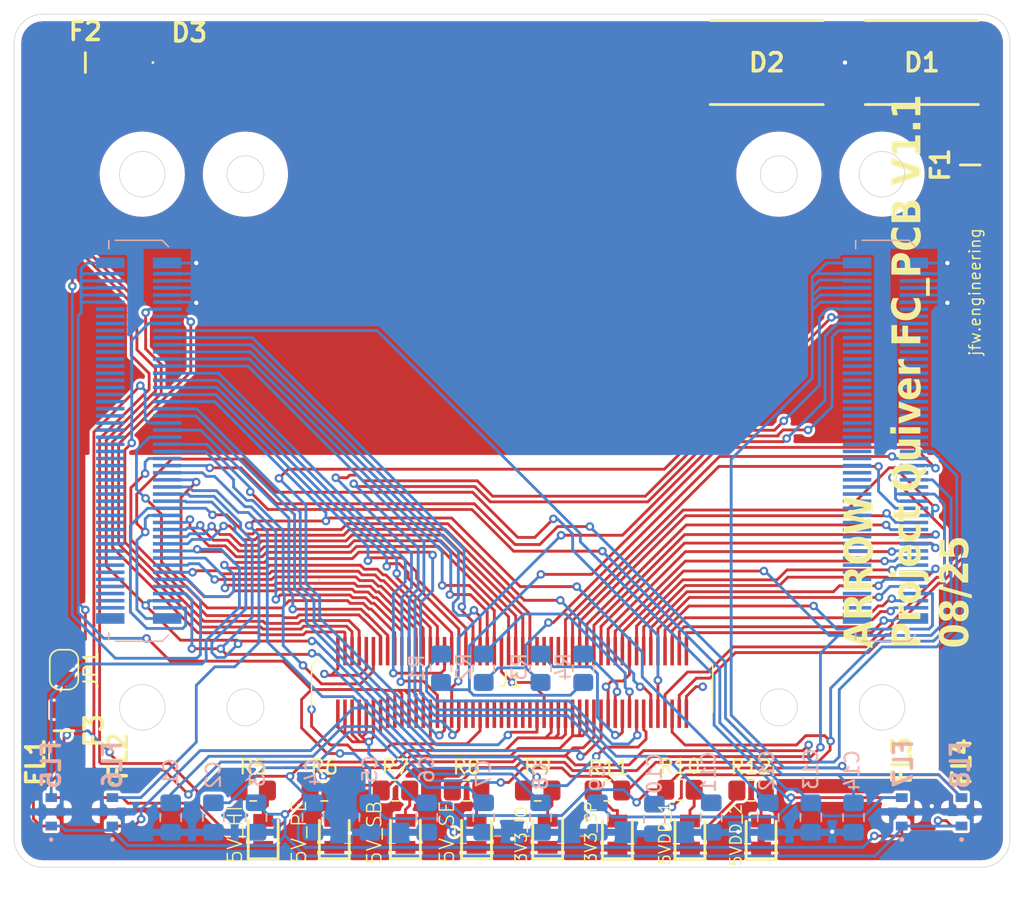
<source format=kicad_pcb>
(kicad_pcb (version 20241229) (generator "pcbnew") (generator_version "9.0")
  (title_block (comment 4 "AISLER Project ID: MOYXGPHI"))
  (layers (0 "F.Cu" signal) (4 "In1.Cu" signal) (6 "In2.Cu" signal) (2 "B.Cu" signal) (13 "F.Paste" user) (15 "B.Paste" user) (5 "F.SilkS" user "F.Silkscreen") (7 "B.SilkS" user "B.Silkscreen") (1 "F.Mask" user) (3 "B.Mask" user) (25 "Edge.Cuts" user))
  (net 0 "")
  (net 1 "GND")
  (net 2 "/VDD_5V_HIPOWER")
  (net 3 "/VDD_5V_PERIPH")
  (net 4 "Net-(D3-K)")
  (net 5 "Net-(F1-Pad1)")
  (net 6 "/IO_VDD_3V3")
  (net 7 "/BUZZER+")
  (net 8 "/VDD_5V_TEL1")
  (net 9 "/VDD_5V_TEL2")
  (net 10 "/VDD_5V_TEL3")
  (net 11 "/VDD_5V_I2C")
  (net 12 "/VDD_5V_CAN2")
  (net 13 "/VDD_5V_CAN1")
  (net 14 "/VDD_5V_GPS1")
  (net 15 "/VDD_5V_GPS2")
  (net 16 "/CAN1_L")
  (net 17 "/UART5_RX_TEL2")
  (net 18 "/FMU_CH7")
  (net 19 "/VBUS")
  (net 20 "/FMU_CH8")
  (net 21 "/VDD5V_BRICK1")
  (net 23 "/IO_SAFETY_SWITCH_IN")
  (net 24 "/FMU_CH5")
  (net 25 "/BAT2_I")
  (net 26 "/IO_CH1")
  (net 27 "/VDD5V_BRICK2")
  (net 28 "/UART8_RX_GPS2")
  (net 29 "/FMU_CH3")
  (net 30 "/CAN2_H")
  (net 31 "/USB_D+")
  (net 32 "/SBUS_OUT")
  (net 33 "/VDD_3V3_SPEKTRUM")
  (net 35 "/IO_RSSI_IN")
  (net 36 "/IO_CH8")
  (net 39 "/IO_CH3")
  (net 40 "/IO_PPM_INPUT")
  (net 41 "/IO_CH2")
  (net 42 "/I2C1_SCL_GPS1_MAG_LED")
  (net 43 "/UART5_CTS_TEL2")
  (net 44 "/IO_CH4")
  (net 45 "/USB_D-")
  (net 46 "/BUZZER-")
  (net 47 "/USART1_TX_GPS1")
  (net 48 "/FMU_CH4")
  (net 49 "/FMU_CH1")
  (net 50 "/UART5_RTS_TEL2")
  (net 51 "/UART7_RX_TEL1")
  (net 52 "/USART2_RX_TEL3")
  (net 53 "/CAN2_L")
  (net 54 "/BAT2_V")
  (net 57 "/I2C2_SDA")
  (net 58 "/VDD_SERVO")
  (net 59 "/I2C1_SDA_GPS1_MAG_LED")
  (net 60 "/IO_CH7")
  (net 61 "/BAT1_V")
  (net 62 "/I2C2_SCL")
  (net 63 "/N_IO_LED_SAFETY")
  (net 65 "/USART1_RX_GPS1")
  (net 66 "/ I2C2_SDA_GPS2_MAG_LED")
  (net 67 "/UART7_TX_TEL1")
  (net 69 "/SPEKTRUM_DSM_IN")
  (net 71 "/UART5_TX_TEL2")
  (net 73 "/IO_CH5")
  (net 74 "/UART7_CTS_TEL1")
  (net 75 "/CAN1_H")
  (net 76 "/IO_CH6")
  (net 77 "/UART8_TX_GPS2")
  (net 78 "/VDD_5V_PPM_SBUS")
  (net 81 "/BAT1_I")
  (net 82 "/USART2_TX_TEL3")
  (net 83 "/UART7_RTS_TEL1")
  (net 84 "/FMU_CH6")
  (net 85 "/SBUS_INPUT")
  (net 87 "/FMU_CH2")
  (net 88 "/I2C2_SCL_GPS2_MAG_LED")
  (net 90 "/IO_PPM_INPUT_AND_SBUS_INPUT")
  (net 91 "/IO_RSSI_IN_AND_SBUS_OUT")
  (net 92 "Net-(LED1-A)")
  (net 93 "Net-(LED2-A)")
  (net 94 "Net-(LED3-A)")
  (net 95 "Net-(LED4-A)")
  (net 96 "Net-(LED5-A)")
  (net 98 "Net-(LED6-A)")
  (net 99 "Net-(LED7-A)")
  (net 101 "Net-(LED8-A)")
  (net 203 "Net-(JP1-B)")
  (footprint "Samacsys_kicad_sym:NANOSMDC016F2" (layer "F.Cu") (at 118.5 120.4 -90)
    (property "Reference" "F3")
    (property "Value" "NANOSMDC035F-2" (hide yes))
  )
  (footprint "Samacsys_kicad_sym:LEDC2012X85N" (layer "F.Cu") (at 157.4 127.7 90)
    (property "Reference" "LED7" (hide yes))
    (property "Value" "APT2012LVBC_D" (hide yes))
  )
  (footprint "Snapeda_kicad_sym:AXK5S00347YG_AXK5S00347YG" (layer "F.Cu") (at 150 117)
    (property "Reference" "J1")
    (property "Value" "AXK5S00347YG")
  )
  (footprint "Samacsys_kicad_sym:LEDC2012X85N" (layer "F.Cu") (at 167.5 127.7 90)
    (property "Reference" "LED8" (hide yes))
    (property "Value" "APT2012LVBC_D" (hide yes))
  )
  (footprint "Samacsys_kicad_sym:LEDC2012X85N" (layer "F.Cu") (at 132.5 127.65 90)
    (property "Reference" "LED1" (hide yes))
    (property "Value" "APT2012LVBC_D" (hide yes))
  )
  (footprint "Samacsys_kicad_sym:LEDC2012X85N" (layer "F.Cu") (at 142.5 127.65 90)
    (property "Reference" "LED3" (hide yes))
    (property "Value" "APT2012LVBC_D" (hide yes))
  )
  (footprint "Resistor_SMD:R_0805_2012Metric_Pad1.20x1.40mm_HandSolder" (layer "F.Cu") (at 141.8 124.6)
    (property "Reference" "R7")
    (property "Value" "1K2")
  )
  (footprint "Resistor_SMD:R_0805_2012Metric_Pad1.20x1.40mm_HandSolder" (layer "F.Cu") (at 146.8 124.6)
    (property "Reference" "R8")
    (property "Value" "1K2")
  )
  (footprint "Samacsys_kicad_sym:NFM21PC104R1E3D" (layer "F.Cu") (at 181.6 126.1 90)
    (property "Reference" "FL4")
    (property "Value" "NFM21PC104R1E3D" (hide yes))
  )
  (footprint "Resistor_SMD:R_0805_2012Metric_Pad1.20x1.40mm_HandSolder" (layer "F.Cu") (at 131.8 124.6)
    (property "Reference" "R5")
    (property "Value" "1K2")
  )
  (footprint "Samacsys_kicad_sym:NFM21PC104R1E3D" (layer "F.Cu") (at 121.9 126.1 -90)
    (property "Reference" "FL2")
    (property "Value" "NFM21PC104R1E3D" (hide yes))
  )
  (footprint "Samacsys_kicad_sym:NANOSMDC016F2" (layer "F.Cu") (at 120 73.4 180)
    (property "Reference" "F2")
    (property "Value" "NANOSMDC035F-2" (hide yes))
  )
  (footprint "Samacsys_kicad_sym:DIONM7959X262N" (layer "F.Cu") (at 178.8 73.4)
    (property "Reference" "D1")
    (property "Value" "SMDJ5.0CA" (hide yes))
  )
  (footprint "Samacsys_kicad_sym:LEDC2012X85N" (layer "F.Cu") (at 162.5 127.7 90)
    (property "Reference" "LED6" (hide yes))
    (property "Value" "APT2012LVBC_D" (hide yes))
  )
  (footprint "Resistor_SMD:R_0805_2012Metric_Pad1.20x1.40mm_HandSolder" (layer "F.Cu") (at 156.7 124.6 180)
    (property "Reference" "R11")
    (property "Value" "330R")
  )
  (footprint "Samacsys_kicad_sym:NANOSMDC016F2" (layer "F.Cu") (at 182.2 80.6 -90)
    (property "Reference" "F1")
    (property "Value" "NANOSMDC035F-2" (hide yes))
  )
  (footprint "Samacsys_kicad_sym:LEDC2012X85N" (layer "F.Cu") (at 152.5 127.65 90)
    (property "Reference" "LED5" (hide yes))
    (property "Value" "APT2012LVBC_D" (hide yes))
  )
  (footprint "Samacsys_kicad_sym:NFM21PC104R1E3D" (layer "F.Cu") (at 177.4 126.1 90)
    (property "Reference" "FL3")
    (property "Value" "NFM21PC104R1E3D" (hide yes))
  )
  (footprint "Resistor_SMD:R_0805_2012Metric_Pad1.20x1.40mm_HandSolder" (layer "F.Cu") (at 136.8 124.6)
    (property "Reference" "R6")
    (property "Value" "1K2")
  )
  (footprint "Resistor_SMD:R_0805_2012Metric_Pad1.20x1.40mm_HandSolder" (layer "F.Cu") (at 151.8 124.6)
    (property "Reference" "R9")
    (property "Value" "330R")
  )
  (footprint "Resistor_SMD:R_0805_2012Metric_Pad1.20x1.40mm_HandSolder" (layer "F.Cu") (at 161.8 124.55)
    (property "Reference" "R10")
    (property "Value" "1K2")
  )
  (footprint "Samacsys_kicad_sym:LEDC2012X85N" (layer "F.Cu") (at 137.5 127.65 90)
    (property "Reference" "LED2" (hide yes))
    (property "Value" "APT2012LVBC_D" (hide yes))
  )
  (footprint "Samacsys_kicad_sym:DIONM7959X262N" (layer "F.Cu") (at 167.9 73.4 180)
    (property "Reference" "D2")
    (property "Value" "SMDJ5.0CA" (hide yes))
  )
  (footprint "Samacsys_kicad_sym:NFM21PC104R1E3D" (layer "F.Cu") (at 117.6 126.1 -90)
    (property "Reference" "FL1")
    (property "Value" "NFM21PC104R1E3D" (hide yes))
  )
  (footprint "Samacsys_kicad_sym:DFLS240L7" (layer "F.Cu") (at 127.3 73.4 180)
    (property "Reference" "D3")
    (property "Value" "DFLS240L-7" (hide yes))
  )
  (footprint "Snapeda_kicad_sym:SolderJumper-2_P1.3mm_Open_RoundedPad1.0x1.5mm" (layer "F.Cu") (at 118.5 116.1 -90)
    (property "Reference" "JP1")
    (property "Value" "SolderJumper_2_Open")
  )
  (footprint "Samacsys_kicad_sym:LEDC2012X85N" (layer "F.Cu") (at 147.5 127.65 90)
    (property "Reference" "LED4" (hide yes))
    (property "Value" "APT2012LVBC_D" (hide yes))
  )
  (footprint "Resistor_SMD:R_0805_2012Metric_Pad1.20x1.40mm_HandSolder" (layer "F.Cu") (at 166.8 124.6)
    (property "Reference" "R12")
    (property "Value" "1K2")
  )
  (footprint "Capacitor_SMD:C_0805_2012Metric_Pad1.18x1.45mm_HandSolder" (layer "B.Cu") (at 140 126.5 90)
    (property "Reference" "C5")
    (property "Value" "47uF")
  )
  (footprint "Capacitor_SMD:C_0805_2012Metric_Pad1.18x1.45mm_HandSolder" (layer "B.Cu") (at 144 126.5 90)
    (property "Reference" "C6")
    (property "Value" "47uF")
  )
  (footprint "Resistor_SMD:R_0805_2012Metric_Pad1.20x1.40mm_HandSolder" (layer "B.Cu") (at 145 116 -90)
    (property "Reference" "R1")
    (property "Value" "22R")
  )
  (footprint "Capacitor_SMD:C_0805_2012Metric_Pad1.18x1.45mm_HandSolder" (layer "B.Cu") (at 129 126.5 90)
    (property "Reference" "C2")
    (property "Value" "10uF, 10V, 0805")
  )
  (footprint "Capacitor_SMD:C_0805_2012Metric_Pad1.18x1.45mm_HandSolder" (layer "B.Cu") (at 168 126.5 -90)
    (property "Reference" "C12")
    (property "Value" "10uF, 10V, 0805")
  )
  (footprint "Capacitor_SMD:C_0805_2012Metric_Pad1.18x1.45mm_HandSolder" (layer "B.Cu") (at 136 126.5 90)
    (property "Reference" "C4")
    (property "Value" "47uF")
  )
  (footprint "Samacsys_kicad_sym:NFM21PC104R1E3D" (layer "B.Cu") (at 117.6 126.1 90)
    (property "Reference" "FL5")
    (property "Value" "NFM21PC104R1E3D" (hide yes))
  )
  (footprint "Capacitor_SMD:C_0805_2012Metric_Pad1.18x1.45mm_HandSolder" (layer "B.Cu") (at 160 126.6 -90)
    (property "Reference" "C10")
    (property "Value" "10uF, 10V, 0805")
  )
  (footprint "Capacitor_SMD:C_0805_2012Metric_Pad1.18x1.45mm_HandSolder" (layer "B.Cu") (at 132 126.5 -90)
    (property "Reference" "C3")
    (property "Value" "47uF")
  )
  (footprint "Capacitor_SMD:C_0805_2012Metric_Pad1.18x1.45mm_HandSolder" (layer "B.Cu") (at 164 126.5 -90)
    (property "Reference" "C11")
    (property "Value" "10uF, 10V, 0805")
  )
  (footprint "Samacsys_kicad_sym:NFM21PC104R1E3D" (layer "B.Cu") (at 121.9 126.1 90)
    (property "Reference" "FL6")
    (property "Value" "NFM21PC104R1E3D" (hide yes))
  )
  (footprint "Capacitor_SMD:C_0805_2012Metric_Pad1.18x1.45mm_HandSolder" (layer "B.Cu") (at 126 126.5 -90)
    (property "Reference" "C1")
    (property "Value" "10uF")
  )
  (footprint "Capacitor_SMD:C_0805_2012Metric_Pad1.18x1.45mm_HandSolder" (layer "B.Cu") (at 171 126.5 -90)
    (property "Reference" "C13")
    (property "Value" "10uF, 10V, 0805")
  )
  (footprint "Samacsys_kicad_sym:AXK5S00047YG" (layer "B.Cu") (at 176.25 100 -90)
    (property "Reference" "J3" (hide yes))
    (property "Value" "AXK5S00047YG" (hide yes))
  )
  (footprint "Resistor_SMD:R_0805_2012Metric_Pad1.20x1.40mm_HandSolder" (layer "B.Cu") (at 152 116 -90)
    (property "Reference" "R3")
    (property "Value" "22R")
  )
  (footprint "Resistor_SMD:R_0805_2012Metric_Pad1.20x1.40mm_HandSolder" (layer "B.Cu") (at 155 116 -90)
    (property "Reference" "R4")
    (property "Value" "22R")
  )
  (footprint "Samacsys_kicad_sym:NFM21PC104R1E3D" (layer "B.Cu") (at 181.575 126.1 90)
    (property "Reference" "FL8")
    (property "Value" "NFM21PC104R1E3D" (hide yes))
  )
  (footprint "Capacitor_SMD:C_0805_2012Metric_Pad1.18x1.45mm_HandSolder" (layer "B.Cu") (at 156 126.5 -90)
    (property "Reference" "C9")
    (property "Value" "10uF, 10V, 0805")
  )
  (footprint "Samacsys_kicad_sym:NFM21PC104R1E3D" (layer "B.Cu") (at 177.375 126.1 90)
    (property "Reference" "FL7")
    (property "Value" "NFM21PC104R1E3D" (hide yes))
  )
  (footprint "Capacitor_SMD:C_0805_2012Metric_Pad1.18x1.45mm_HandSolder" (layer "B.Cu") (at 152 126.5 -90)
    (property "Reference" "C8")
    (property "Value" "10uF, 10V, 0805")
  )
  (footprint "Capacitor_SMD:C_0805_2012Metric_Pad1.18x1.45mm_HandSolder" (layer "B.Cu") (at 174 126.5 -90)
    (property "Reference" "C14")
    (property "Value" "10uF, 10V, 0805")
  )
  (footprint "Samacsys_kicad_sym:AXK5S00047YG" (layer "B.Cu") (at 123.75 100 -90)
    (property "Reference" "J2" (hide yes))
    (property "Value" "AXK5S00047YG" (hide yes))
  )
  (footprint "Resistor_SMD:R_0805_2012Metric_Pad1.20x1.40mm_HandSolder" (layer "B.Cu") (at 148 116 -90)
    (property "Reference" "R2")
    (property "Value" "22R")
  )
  (footprint "Capacitor_SMD:C_0805_2012Metric_Pad1.18x1.45mm_HandSolder" (layer "B.Cu") (at 148 126.5 -90)
    (property "Reference" "C7")
    (property "Value" "10uF, 10V, 0805")
  )
  (gr_arc (start 185 128) (mid 184.414214 129.414214) (end 183 130) (stroke (width 0.05)) (layer "Edge.Cuts"))
  (gr_arc (start 117 130) (mid 115.585786 129.414214) (end 115 128) (stroke (width 0.05)) (layer "Edge.Cuts"))
  (gr_circle (center 124 81.25) (end 125.6 81.25) (stroke (width 0.05)) (fill no) (layer "Edge.Cuts"))
  (gr_line (start 117 70) (end 183 70) (stroke (width 0.05)) (layer "Edge.Cuts"))
  (gr_line (start 185 72) (end 185 128) (stroke (width 0.05)) (layer "Edge.Cuts"))
  (gr_arc (start 115 72) (mid 115.585786 70.585786) (end 117 70) (stroke (width 0.05)) (layer "Edge.Cuts"))
  (gr_circle (center 176 81.25) (end 177.6 81.25) (stroke (width 0.05)) (fill no) (layer "Edge.Cuts"))
  (gr_circle (center 131.25 118.75) (end 132.55 118.75) (stroke (width 0.05)) (fill no) (layer "Edge.Cuts"))
  (gr_circle (center 168.75 81.25) (end 170.05 81.25) (stroke (width 0.05)) (fill no) (layer "Edge.Cuts"))
  (gr_circle (center 176 118.75) (end 177.6 118.75) (stroke (width 0.05)) (fill no) (layer "Edge.Cuts"))
  (gr_line (start 183 130) (end 117 130) (stroke (width 0.05)) (layer "Edge.Cuts"))
  (gr_line (start 115 128) (end 115 72) (stroke (width 0.05)) (layer "Edge.Cuts"))
  (gr_circle (center 168.75 118.75) (end 170.05 118.75) (stroke (width 0.05)) (fill no) (layer "Edge.Cuts"))
  (gr_arc (start 183 70) (mid 184.414214 70.585786) (end 185 72) (stroke (width 0.05)) (layer "Edge.Cuts"))
  (gr_circle (center 131.25 81.25) (end 132.55 81.25) (stroke (width 0.05)) (fill no) (layer "Edge.Cuts"))
  (gr_circle (center 124 118.75) (end 125.6 118.75) (stroke (width 0.05)) (fill no) (layer "Edge.Cuts"))
  (gr_text "jfw.engineering" (at 183 94.1 90) (layer "F.SilkS") (effects (font (size 0.8 0.8) (thickness 0.1) (bold yes)) (justify left bottom)))
  (gr_text "5V_PE" (at 135.6 129.8 90) (layer "F.SilkS") (effects (font (size 1 1) (thickness 0.1)) (justify left bottom)))
  (gr_text "5V_SE" (at 146 129.8 90) (layer "F.SilkS") (effects (font (size 1 1) (thickness 0.1)) (justify left bottom)))
  (gr_text "5VDD_1" (at 161.2 129.9 90) (layer "F.SilkS") (effects (font (size 0.8 0.8) (thickness 0.1)) (justify left bottom)))
  (gr_text "ARROW	\nProject Quiver FC_PCB V1.1\n08/25" (at 182.4 114.6 90) (layer "F.SilkS") (effects (font (size 2 1.8) (thickness 0.4) (bold yes)) (justify left bottom)))
  (gr_text "3V3_SP" (at 156 129.8 90) (layer "F.SilkS") (effects (font (size 0.8 0.8) (thickness 0.1)) (justify left bottom)))
  (gr_text "5V_SB" (at 140.9 129.9 90) (layer "F.SilkS") (effects (font (size 1 1) (thickness 0.1)) (justify left bottom)))
  (gr_text "5VDD_2" (at 166.2 130 90) (layer "F.SilkS") (effects (font (size 0.8 0.8) (thickness 0.1)) (justify left bottom)))
  (gr_text "5V_HI" (at 131.1 129.8 90) (layer "F.SilkS") (effects (font (size 1 1) (thickness 0.1)) (justify left bottom)))
  (gr_text "3V3_IO" (at 151.1 129.8 90) (layer "F.SilkS") (effects (font (size 0.8 0.8) (thickness 0.1)) (justify left bottom)))
  (segment (start 135.9 120.077) (end 137.216903 121.393903) (width 0.2) (layer "F.Cu") (net 1))
  (segment (start 147.75 119.2) (end 147.75 120.4) (width 0.2) (layer "F.Cu") (net 1))
  (segment (start 137.216903 121.393903) (end 138.426803 121.393903) (width 0.2) (layer "F.Cu") (net 1))
  (segment (start 156.75 119.2) (end 156.75 117.45) (width 0.2) (layer "F.Cu") (net 1))
  (segment (start 138.808165 121.775265) (end 141.060535 121.775265) (width 0.2) (layer "F.Cu") (net 1))
  (segment (start 140.75 120.55) (end 140.75 119.2) (width 0.2) (layer "F.Cu") (net 1))
  (segment (start 149.25 114.8) (end 149.25 116.25) (width 0.2) (layer "F.Cu") (net 1))
  (segment (start 162.923 117.3) (end 162.25 117.973) (width 0.2) (layer "F.Cu") (net 1))
  (segment (start 151.277 117) (end 150 117) (width 0.2) (layer "F.Cu") (net 1))
  (segment (start 144.25 119.2) (end 144.25 120.9679) (width 0.2) (layer "F.Cu") (net 1))
  (segment (start 137.75 116.027) (end 137.75 114.8) (width 0.2) (layer "F.Cu") (net 1))
  (segment (start 139.75 116.027) (end 139.75 114.8) (width 0.2) (layer "F.Cu") (net 1))
  (segment (start 137.277 116.5) (end 137.75 116.027) (width 0.2) (layer "F.Cu") (net 1))
  (segment (start 139.277 116.5) (end 139.75 116.027) (width 0.2) (layer "F.Cu") (net 1))
  (segment (start 147.75 120.4) (end 146.8321 121.3179) (width 0.2) (layer "F.Cu") (net 1))
  (segment (start 152.25 117.973) (end 151.277 117) (width 0.2) (layer "F.Cu") (net 1))
  (segment (start 149.25 116.25) (end 150 117) (width 0.2) (layer "F.Cu") (net 1))
  (segment (start 116.975 126.1) (end 118.225 126.1) (width 0.2) (layer "F.Cu") (net 1))
  (segment (start 141.5179 121.3179) (end 140.75 120.55) (width 0.2) (layer "F.Cu") (net 1))
  (segment (start 136.8 116.4) (end 136.9 116.5) (width 0.2) (layer "F.Cu") (net 1))
  (segment (start 156.75 117.45) (end 156.6 117.3) (width 0.2) (layer "F.Cu") (net 1))
  (segment (start 163.4 117.3) (end 162.923 117.3) (width 0.2) (layer "F.Cu") (net 1))
  (segment (start 144.6 121.3179) (end 141.5179 121.3179) (width 0.2) (layer "F.Cu") (net 1))
  (segment (start 138.426803 121.393903) (end 138.808165 121.775265) (width 0.2) (layer "F.Cu") (net 1))
  (segment (start 144.25 120.9679) (end 144.6 121.3179) (width 0.2) (layer "F.Cu") (net 1))
  (segment (start 162.25 117.973) (end 162.25 119.2) (width 0.2) (layer "F.Cu") (net 1))
  (segment (start 141.060535 121.775265) (end 141.5179 121.3179) (width 0.2) (layer "F.Cu") (net 1))
  (segment (start 136.9 116.5) (end 137.277 116.5) (width 0.2) (layer "F.Cu") (net 1))
  (segment (start 158.25 116.45) (end 158.25 114.8) (width 0.2) (layer "F.Cu") (net 1))
  (segment (start 146.8321 121.3179) (end 144.6 121.3179) (width 0.2) (layer "F.Cu") (net 1))
  (segment (start 157.8 116.9) (end 158.25 116.45) (width 0.2) (layer "F.Cu") (net 1))
  (segment (start 136.9 116.5) (end 139.277 116.5) (width 0.2) (layer "F.Cu") (net 1))
  (segment (start 156.6 117.3) (end 157 116.9) (width 0.2) (layer "F.Cu") (net 1))
  (segment (start 157 116.9) (end 157.8 116.9) (width 0.2) (layer "F.Cu") (net 1))
  (segment (start 135.9 118.9) (end 135.9 120.077) (width 0.2) (layer "F.Cu") (net 1))
  (segment (start 152.25 119.2) (end 152.25 117.973) (width 0.2) (layer "F.Cu") (net 1))
  (via (at 180.6 87.5) (size 0.6) (drill 0.3) (layers "F.Cu" "B.Cu") (net 1))
  (via (at 173.4 73.4) (size 0.6) (drill 0.3) (layers "F.Cu" "B.Cu") (net 1))
  (via (at 150 117) (size 0.6) (drill 0.3) (layers "F.Cu" "B.Cu") (net 1))
  (via (at 180.6 90.3) (size 0.6) (drill 0.3) (layers "F.Cu" "B.Cu") (net 1))
  (via (at 172.5 127.5) (size 0.6) (drill 0.3) (layers "F.Cu" "B.Cu") (net 1))
  (via (at 163.4 117.3) (size 0.6) (drill 0.3) (layers "F.Cu" "B.Cu") (net 1))
  (via (at 127.8 90.3) (size 0.6) (drill 0.3) (layers "F.Cu" "B.Cu") (net 1))
  (via (at 165.9 127.5) (size 0.6) (drill 0.3) (layers "F.Cu" "B.Cu") (net 1))
  (via (at 179.5 125.7) (size 0.6) (drill 0.3) (layers "F.Cu" "B.Cu") (net 1))
  (via (at 150 128) (size 0.6) (drill 0.3) (layers "F.Cu" "B.Cu") (net 1))
  (via (at 136.8 116.4) (size 0.6) (drill 0.3) (layers "F.Cu" "B.Cu") (net 1))
  (via (at 156.6 117.3) (size 0.6) (drill 0.3) (layers "F.Cu" "B.Cu") (net 1))
  (via (at 138.6 127.6) (size 0.6) (drill 0.3) (layers "F.Cu" "B.Cu") (net 1))
  (via (at 127.8 87.5) (size 0.6) (drill 0.3) (layers "F.Cu" "B.Cu") (net 1))
  (via (at 135.9 118.9) (size 0.6) (drill 0.3) (layers "F.Cu" "B.Cu") (net 1))
  (segment (start 138.6 127.6) (end 136.0625 127.6) (width 0.2) (layer "B.Cu") (net 1))
  (segment (start 165.9375 127.5375) (end 165.9 127.5) (width 0.2) (layer "B.Cu") (net 1))
  (segment (start 125.75 89.75) (end 127.45 89.75) (width 0.2) (layer "B.Cu") (net 1))
  (segment (start 178.25 89.75) (end 180 89.75) (width 0.2) (layer "B.Cu") (net 1))
  (segment (start 178.25 89.25) (end 180 89.25) (width 0.2) (layer "B.Cu") (net 1))
  (segment (start 168 127.5375) (end 171 127.5375) (width 0.2) (layer "B.Cu") (net 1))
  (segment (start 160 127.6375) (end 163.9 127.6375) (width 0.2) (layer "B.Cu") (net 1))
  (segment (start 125.75 87.5) (end 127.8 87.5) (width 0.2) (layer "B.Cu") (net 1))
  (segment (start 125.75 90.25) (end 127.75 90.25) (width 0.2) (layer "B.Cu") (net 1))
  (segment (start 150 128) (end 150.4625 127.5375) (width 0.2) (layer "B.Cu") (net 1))
  (segment (start 171 127.5375) (end 172.4625 127.5375) (width 0.2) (layer "B.Cu") (net 1))
  (segment (start 150.4625 127.5375) (end 152 127.5375) (width 0.2) (layer "B.Cu") (net 1))
  (segment (start 172.4625 127.5375) (end 172.5 127.5) (width 0.2) (layer "B.Cu") (net 1))
  (segment (start 164 127.5375) (end 165.8625 127.5375) (width 0.2) (layer "B.Cu") (net 1))
  (segment (start 172.5375 127.5375) (end 172.5 127.5) (width 0.2) (layer "B.Cu") (net 1))
  (segment (start 125.75 88.25) (end 127.45 88.25) (width 0.2) (layer "B.Cu") (net 1))
  (segment (start 125.75 88.75) (end 127.45 88.75) (width 0.2) (layer "B.Cu") (net 1))
  (segment (start 136.0625 127.6) (end 136 127.5375) (width 0.2) (layer "B.Cu") (net 1))
  (segment (start 156.3375 127.5375) (end 156.4375 127.6375) (width 0.2) (layer "B.Cu") (net 1))
  (segment (start 156 127.5375) (end 156.3375 127.5375) (width 0.2) (layer "B.Cu") (net 1))
  (segment (start 148 127.5375) (end 149.5375 127.5375) (width 0.2) (layer "B.Cu") (net 1))
  (segment (start 156.4375 127.6375) (end 160 127.6375) (width 0.2) (layer "B.Cu") (net 1))
  (segment (start 178.25 88.25) (end 180 88.25) (width 0.2) (layer "B.Cu") (net 1))
  (segment (start 178.25 88.75) (end 180 88.75) (width 0.2) (layer "B.Cu") (net 1))
  (segment (start 127.75 90.25) (end 127.8 90.3) (width 0.2) (layer "B.Cu") (net 1))
  (segment (start 174 127.5375) (end 172.5375 127.5375) (width 0.2) (layer "B.Cu") (net 1))
  (segment (start 178.25 90.25) (end 180.55 90.25) (width 0.2) (layer "B.Cu") (net 1))
  (segment (start 168 127.5375) (end 165.9375 127.5375) (width 0.2) (layer "B.Cu") (net 1))
  (segment (start 144 127.5375) (end 140 127.5375) (width 0.2) (layer "B.Cu") (net 1))
  (segment (start 178.25 87.5) (end 180.6 87.5) (width 0.2) (layer "B.Cu") (net 1))
  (segment (start 163.9 127.6375) (end 164 127.5375) (width 0.2) (layer "B.Cu") (net 1))
  (segment (start 165.8625 127.5375) (end 165.9 127.5) (width 0.2) (layer "B.Cu") (net 1))
  (segment (start 125.75 89.25) (end 127.45 89.25) (width 0.2) (layer "B.Cu") (net 1))
  (segment (start 180.55 90.25) (end 180.6 90.3) (width 0.2) (layer "B.Cu") (net 1))
  (segment (start 149.5375 127.5375) (end 150 128) (width 0.2) (layer "B.Cu") (net 1))
  (segment (start 152 127.5375) (end 156 127.5375) (width 0.2) (layer "B.Cu") (net 1))
  (segment (start 183.8633 73.5632) (end 183.7001 73.4) (width 0.2) (layer "F.Cu") (net 2))
  (segment (start 134.3913 123.5988) (end 131.8012 123.5988) (width 0.2) (layer "F.Cu") (net 2))
  (segment (start 149.5283 121.7821) (end 142.6228 121.7821) (width 0.2) (layer "F.Cu") (net 2))
  (segment (start 137.901 122.6) (end 137.8959 122.5949) (width 0.2) (layer "F.Cu") (net 2))
  (segment (start 177.4 127.7001) (end 177.3041 127.796) (width 0.2) (layer "F.Cu") (net 2))
  (segment (start 150.4104 120.9) (end 149.5283 121.7821) (width 0.2) (layer "F.Cu") (net 2))
  (segment (start 177.3041 127.796) (end 175.4615 127.796) (width 0.2) (layer "F.Cu") (net 2))
  (segment (start 183.8633 125.982) (end 183.8633 73.5632) (width 0.2) (layer "F.Cu") (net 2))
  (segment (start 137.8959 122.5949) (end 135.3952 122.5949) (width 0.2) (layer "F.Cu") (net 2))
  (segment (start 153.5 120.9) (end 153 120.9) (width 0.2) (layer "F.Cu") (net 2))
  (segment (start 152.3501 120.9) (end 150.4104 120.9) (width 0.2) (layer "F.Cu") (net 2))
  (segment (start 177.4 127.7001) (end 182.1452 127.7001) (width 0.2) (layer "F.Cu") (net 2))
  (segment (start 153 120.9) (end 152.3501 120.9) (width 0.2) (layer "F.Cu") (net 2))
  (segment (start 153.25 120.65) (end 153 120.9) (width 0.2) (layer "F.Cu") (net 2))
  (segment (start 153.25 119.2) (end 153.25 120.65) (width 0.2) (layer "F.Cu") (net 2))
  (segment (start 152.75 119.2) (end 152.75 120.5001) (width 0.2) (layer "F.Cu") (net 2))
  (segment (start 142.6228 121.7821) (end 141.8049 122.6) (width 0.2) (layer "F.Cu") (net 2))
  (segment (start 153.75 119.2) (end 153.75 120.65) (width 0.2) (layer "F.Cu") (net 2))
  (segment (start 182.1452 127.7001) (end 183.8633 125.982) (width 0.2) (layer "F.Cu") (net 2))
  (segment (start 141.8049 122.6) (end 137.901 122.6) (width 0.2) (layer "F.Cu") (net 2))
  (segment (start 135.3952 122.5949) (end 134.3913 123.5988) (width 0.2) (layer "F.Cu") (net 2))
  (segment (start 182.3 73.4) (end 183.7001 73.4) (width 0.2) (layer "F.Cu") (net 2))
  (segment (start 131.8012 123.5988) (end 130.8 124.6) (width 0.2) (layer "F.Cu") (net 2))
  (segment (start 152.75 120.5001) (end 152.3501 120.9) (width 0.2) (layer "F.Cu") (net 2))
  (segment (start 153.75 120.65) (end 153.5 120.9) (width 0.2) (layer "F.Cu") (net 2))
  (segment (start 177.4 127.1) (end 177.4 127.7001) (width 0.2) (layer "F.Cu") (net 2))
  (via (at 175.4615 127.796) (size 0.6) (drill 0.3) (layers "F.Cu" "B.Cu") (net 2))
  (via (at 134.3913 123.5988) (size 0.6) (drill 0.3) (layers "F.Cu" "B.Cu") (net 2))
  (segment (start 134.9646 128.1021) (end 135.4625 128.6) (width 0.2) (layer "B.Cu") (net 2))
  (segment (start 134.9646 126.4979) (end 134.9646 128.1021) (width 0.2) (layer "B.Cu") (net 2))
  (segment (start 174.6575 128.6) (end 175.4615 127.796) (width 0.2) (layer "B.Cu") (net 2))
  (segment (start 136 125.4625) (end 134.3913 123.8538) (width 0.2) (layer "B.Cu") (net 2))
  (segment (start 135.4625 128.6) (end 174.6575 128.6) (width 0.2) (layer "B.Cu") (net 2))
  (segment (start 136 125.4625) (end 134.9646 126.4979) (width 0.2) (layer "B.Cu") (net 2))
  (segment (start 134.3913 123.8538) (end 134.3913 123.5988) (width 0.2) (layer "B.Cu") (net 2))
  (segment (start 122.4 122.7) (end 125.913643 122.7) (width 0.2) (layer "F.Cu") (net 3))
  (segment (start 129.9792 127.6) (end 133.1782 127.6) (width 0.2) (layer "F.Cu") (net 3))
  (segment (start 121.9 125.1) (end 122.6001 125.1) (width 0.2) (layer "F.Cu") (net 3))
  (segment (start 180.5165 126.7166) (end 180.8999 127.1) (width 0.2) (layer "F.Cu") (net 3))
  (segment (start 179.9375 126.7166) (end 180.5165 126.7166) (width 0.2) (layer "F.Cu") (net 3))
  (segment (start 135.8 123.6555) (end 135.8 124.6) (width 0.2) (layer "F.Cu") (net 3))
  (segment (start 123.2233 90.3045) (end 123.2233 94.0006) (width 0.2) (layer "F.Cu") (net 3))
  (segment (start 121.1 122.7) (end 122.4 122.7) (width 0.2) (layer "F.Cu") (net 3))
  (segment (start 119.7 86.7812) (end 123.2233 90.3045) (width 0.2) (layer "F.Cu") (net 3))
  (segment (start 154.25 119.2) (end 154.25 120.75) (width 0.2) (layer "F.Cu") (net 3))
  (segment (start 155.25 119.2) (end 155.25 120.45) (width 0.2) (layer "F.Cu") (net 3))
  (segment (start 134.0323 126.2671) (end 134.1329 126.2671) (width 0.2) (layer "F.Cu") (net 3))
  (segment (start 118.5 120.9) (end 118.7 120.7) (width 0.2) (layer "F.Cu") (net 3))
  (segment (start 121.7 122) (end 122.4 122.7) (width 0.2) (layer "F.Cu") (net 3))
  (segment (start 119.7 75.9) (end 119.7 86.7812) (width 0.2) (layer "F.Cu") (net 3))
  (segment (start 123.2233 94.0006) (end 124.4859 95.2632) (width 0.2) (layer "F.Cu") (net 3))
  (segment (start 121.7 121.9) (end 121.7 122) (width 0.2) (layer "F.Cu") (net 3))
  (segment (start 122.9936 125.4935) (end 122.6001 125.1) (width 0.2) (layer "F.Cu") (net 3))
  (segment (start 121 99.8704) (end 121 122.6) (width 0.2) (layer "F.Cu") (net 3))
  (segment (start 137.7302 122.995) (end 136.4605 122.995) (width 0.2) (layer "F.Cu") (net 3))
  (segment (start 134.1329 126.2671) (end 135.8 124.6) (width 0.2) (layer "F.Cu") (net 3))
  (segment (start 136.4605 122.995) (end 135.8 123.6555) (width 0.2) (layer "F.Cu") (net 3))
  (segment (start 121 122.6) (end 121.1 122.7) (width 0.2) (layer "F.Cu") (net 3))
  (segment (start 118.5 121.875) (end 118.5 120.9) (width 0.2) (layer "F.Cu") (net 3))
  (segment (start 164.4 73.4) (end 162.9999 73.4) (width 0.2) (layer "F.Cu") (net 3))
  (segment (start 127.8727 125.4935) (end 129.9792 127.6) (width 0.2) (layer "F.Cu") (net 3))
  (segment (start 154.95 120.75) (end 154.65 120.75) (width 0.2) (layer "F.Cu") (net 3))
  (segment (start 154.75 120.65) (end 154.65 120.75) (width 0.2) (layer "F.Cu") (net 3))
  (segment (start 124.4859 95.2632) (end 124.4859 96.3845) (width 0.2) (layer "F.Cu") (net 3))
  (segment (start 150.4352 121.6408) (end 149.8938 122.1822) (width 0.2) (layer "F.Cu") (net 3))
  (segment (start 142.8463 122.1822) (end 142.0285 123) (width 0.2) (layer "F.Cu") (net 3))
  (segment (start 134.0323 126.7459) (end 134.0323 126.2671) (width 0.2) (layer "F.Cu") (net 3))
  (segment (start 121.9 125.1) (end 117.6 125.1) (width 0.2) (layer "F.Cu") (net 3))
  (segment (start 124.4859 96.3845) (end 121 99.8704) (width 0.2) (layer "F.Cu") (net 3))
  (segment (start 128.825 73.4) (end 162.9999 73.4) (width 0.2) (layer "F.Cu") (net 3))
  (segment (start 125.913643 122.7) (end 127.8727 124.659057) (width 0.2) (layer "F.Cu") (net 3))
  (segment (start 154.25 120.75) (end 153.3592 121.6408) (width 0.2) (layer "F.Cu") (net 3))
  (segment (start 127.8727 125.4935) (end 122.9936 125.4935) (width 0.2) (layer "F.Cu") (net 3))
  (segment (start 154.75 119.2) (end 154.75 120.65) (width 0.2) (layer "F.Cu") (net 3))
  (segment (start 154.65 120.75) (end 154.25 120.75) (width 0.2) (layer "F.Cu") (net 3))
  (segment (start 120.4 75.2) (end 119.7 75.9) (width 0.2) (layer "F.Cu") (net 3))
  (segment (start 127.8727 124.659057) (end 127.8727 125.4935) (width 0.2) (layer "F.Cu") (net 3))
  (segment (start 137.7352 123) (end 137.7302 122.995) (width 0.2) (layer "F.Cu") (net 3))
  (segment (start 133.1782 127.6) (end 134.0323 126.7459) (width 0.2) (layer "F.Cu") (net 3))
  (segment (start 128.825 73.4) (end 127.025 75.2) (width 0.2) (layer "F.Cu") (net 3))
  (segment (start 149.8938 122.1822) (end 142.8463 122.1822) (width 0.2) (layer "F.Cu") (net 3))
  (segment (start 181.6 127.1) (end 180.8999 127.1) (width 0.2) (layer "F.Cu") (net 3))
  (segment (start 153.3592 121.6408) (end 150.4352 121.6408) (width 0.2) (layer "F.Cu") (net 3))
  (segment (start 155.25 120.45) (end 154.95 120.75) (width 0.2) (layer "F.Cu") (net 3))
  (segment (start 142.0285 123) (end 137.7352 123) (width 0.2) (layer "F.Cu") (net 3))
  (segment (start 127.025 75.2) (end 120.4 75.2) (width 0.2) (layer "F.Cu") (net 3))
  (via (at 134.0323 126.2671) (size 0.6) (drill 0.3) (layers "F.Cu" "B.Cu") (net 3))
  (via (at 118.7 120.7) (size 0.6) (drill 0.3) (layers "F.Cu" "B.Cu") (net 3))
  (via (at 121.7 121.9) (size 0.6) (drill 0.3) (layers "F.Cu" "B.Cu") (net 3))
  (via (at 179.9375 126.7166) (size 0.6) (drill 0.3) (layers "F.Cu" "B.Cu") (net 3))
  (segment (start 122.9726 128.4726) (end 133.3308 128.4726) (width 0.2) (layer "B.Cu") (net 3))
  (segment (start 120.2 120.4) (end 121.7 121.9) (width 0.2) (layer "B.Cu") (net 3))
  (segment (start 117.6 127.1) (end 118.3001 127.1) (width 0.2) (layer "B.Cu") (net 3))
  (segment (start 134.0323 126.2671) (end 132.8046 126.2671) (width 0.2) (layer "B.Cu") (net 3))
  (segment (start 179.9375 127.1) (end 179.9375 126.7166) (width 0.2) (layer "B.Cu") (net 3))
  (segment (start 135.4612 129.2) (end 134.0323 127.7711) (width 0.2) (layer "B.Cu") (net 3))
  (segment (start 177.7251 127.1) (end 179.9375 127.1) (width 0.2) (layer "B.Cu") (net 3))
  (segment (start 133.3308 128.4726) (end 134.0323 127.7711) (width 0.2) (layer "B.Cu") (net 3))
  (segment (start 179.9375 127.1) (end 180.8749 127.1) (width 0.2) (layer "B.Cu") (net 3))
  (segment (start 175.5128 129.2) (end 135.4612 129.2) (width 0.2) (layer "B.Cu") (net 3))
  (segment (start 121.9 127.4) (end 122.9726 128.4726) (width 0.2) (layer "B.Cu") (net 3))
  (segment (start 132.8046 126.2671) (end 132 125.4625) (width 0.2) (layer "B.Cu") (net 3))
  (segment (start 121.9 127.4) (end 118.6001 127.4) (width 0.2) (layer "B.Cu") (net 3))
  (segment (start 134.0323 127.7711) (end 134.0323 126.2671) (width 0.2) (layer "B.Cu") (net 3))
  (segment (start 177.6127 127.1) (end 177.6128 127.1) (width 0.2) (layer "B.Cu") (net 3))
  (segment (start 177.6128 127.1) (end 175.5128 129.2) (width 0.2) (layer "B.Cu") (net 3))
  (segment (start 121.9 127.1) (end 121.9 127.4) (width 0.2) (layer "B.Cu") (net 3))
  (segment (start 118.6001 127.4) (end 118.3001 127.1) (width 0.2) (layer "B.Cu") (net 3))
  (segment (start 177.6128 127.1) (end 177.7251 127.1) (width 0.2) (layer "B.Cu") (net 3))
  (segment (start 177.375 127.1) (end 177.6127 127.1) (width 0.2) (layer "B.Cu") (net 3))
  (segment (start 181.575 127.1) (end 180.8749 127.1) (width 0.2) (layer "B.Cu") (net 3))
  (segment (start 119 120.4) (end 120.2 120.4) (width 0.2) (layer "B.Cu") (net 3))
  (segment (start 118.7 120.7) (end 119 120.4) (width 0.2) (layer "B.Cu") (net 3))
  (segment (start 126.45 73.4) (end 121.475 73.4) (width 0.2) (layer "F.Cu") (net 4))
  (segment (start 176.541943 113.6469) (end 177.1289 113.059943) (width 0.2) (layer "F.Cu") (net 5))
  (segment (start 180.765 109.1644) (end 180.7955 109.1339) (width 0.2) (layer "F.Cu") (net 5))
  (segment (start 180.7955 109.1045) (end 183.4052 106.4948) (width 0.2) (layer "F.Cu") (net 5))
  (segment (start 180.7955 109.1339) (end 180.7955 109.1045) (width 0.2) (layer "F.Cu") (net 5))
  (segment (start 175.0294 114.9) (end 176.2825 113.6469) (width 0.2) (layer "F.Cu") (net 5))
  (segment (start 165.7 114.9) (end 175.0294 114.9) (width 0.2) (layer "F.Cu") (net 5))
  (segment (start 161.75 117.8999) (end 162.9509 116.699) (width 0.2) (layer "F.Cu") (net 5))
  (segment (start 180.178043 110.0078) (end 180.765 109.420843) (width 0.2) (layer "F.Cu") (net 5))
  (segment (start 177.1289 113.059943) (end 177.1289 112.884043) (width 0.2) (layer "F.Cu") (net 5))
  (segment (start 183.4052 81.2103) (end 182.2 80.0051) (width 0.2) (layer "F.Cu") (net 5))
  (segment (start 162.9509 116.699) (end 163.901 116.699) (width 0.2) (layer "F.Cu") (net 5))
  (segment (start 180.005143 110.0078) (end 180.178043 110.0078) (width 0.2) (layer "F.Cu") (net 5))
  (segment (start 182.2 80.0051) (end 182.2 79.125) (width 0.2) (layer "F.Cu") (net 5))
  (segment (start 180.765 109.420843) (end 180.765 109.1644) (width 0.2) (layer "F.Cu") (net 5))
  (segment (start 177.1289 112.884043) (end 180.005143 110.0078) (width 0.2) (layer "F.Cu") (net 5))
  (segment (start 183.4052 106.4948) (end 183.4052 81.2103) (width 0.2) (layer "F.Cu") (net 5))
  (segment (start 176.2825 113.6469) (end 176.541943 113.6469) (width 0.2) (layer "F.Cu") (net 5))
  (segment (start 161.75 119.2) (end 161.75 117.8999) (width 0.2) (layer "F.Cu") (net 5))
  (segment (start 163.901 116.699) (end 165.7 114.9) (width 0.2) (layer "F.Cu") (net 5))
  (segment (start 120.599 75.601) (end 177.201 75.601) (width 0.2) (layer "F.Cu") (net 6))
  (segment (start 180.7 81.8) (end 180.975 82.075) (width 0.2) (layer "F.Cu") (net 6))
  (segment (start 130.6755 114.0291) (end 130.7359 114.0895) (width 0.2) (layer "F.Cu") (net 6))
  (segment (start 130.7359 114.0895) (end 130.7359 114.2885) (width 0.2) (layer "F.Cu") (net 6))
  (segment (start 124.9322 96.5041) (end 124.9322 94.9024) (width 0.2) (layer "F.Cu") (net 6))
  (segment (start 120.1 86.6141) (end 120.1 76.1) (width 0.2) (layer "F.Cu") (net 6))
  (segment (start 180.7 79.1) (end 180.7 81.8) (width 0.2) (layer "F.Cu") (net 6))
  (segment (start 124.236 111.5785) (end 121.4674 108.8099) (width 0.2) (layer "F.Cu") (net 6))
  (segment (start 123.6243 90.1384) (end 120.1 86.6141) (width 0.2) (layer "F.Cu") (net 6))
  (segment (start 135.9263 114.0895) (end 130.7359 114.0895) (width 0.2) (layer "F.Cu") (net 6))
  (segment (start 151.7241 123.6493) (end 150.8 124.5734) (width 0.2) (layer "F.Cu") (net 6))
  (segment (start 150.8 124.5734) (end 150.8 124.6) (width 0.2) (layer "F.Cu") (net 6))
  (segment (start 121.4674 99.9689) (end 124.9322 96.5041) (width 0.2) (layer "F.Cu") (net 6))
  (segment (start 126.6866 114.0291) (end 130.6755 114.0291) (width 0.2) (layer "F.Cu") (net 6))
  (segment (start 123.6234 93.5936) (end 123.6234 90.7107) (width 0.2) (layer "F.Cu") (net 6))
  (segment (start 121.4674 108.8099) (end 121.4674 99.9689) (width 0.2) (layer "F.Cu") (net 6))
  (segment (start 124.236 111.5785) (end 126.6866 114.0291) (width 0.2) (layer "F.Cu") (net 6))
  (segment (start 120.1 76.1) (end 120.599 75.601) (width 0.2) (layer "F.Cu") (net 6))
  (segment (start 124.9322 94.9024) (end 123.6234 93.5936) (width 0.2) (layer "F.Cu") (net 6))
  (segment (start 180.975 82.075) (end 182.2 82.075) (width 0.2) (layer "F.Cu") (net 6))
  (segment (start 123.6234 90.7107) (end 123.6243 90.7098) (width 0.2) (layer "F.Cu") (net 6))
  (segment (start 123.6243 90.7098) (end 123.6243 90.1384) (width 0.2) (layer "F.Cu") (net 6))
  (segment (start 177.201 75.601) (end 180.7 79.1) (width 0.2) (layer "F.Cu") (net 6))
  (via (at 124.236 111.5785) (size 0.6) (drill 0.3) (layers "F.Cu" "B.Cu") (net 6))
  (via (at 135.9263 114.0895) (size 0.6) (drill 0.3) (layers "F.Cu" "B.Cu") (net 6))
  (via (at 130.7359 114.2885) (size 0.6) (drill 0.3) (layers "F.Cu" "B.Cu") (net 6))
  (via (at 151.7241 123.6493) (size 0.6) (drill 0.3) (layers "F.Cu" "B.Cu") (net 6))
  (segment (start 150.3113 122.2365) (end 151.7241 123.6493) (width 0.2) (layer "B.Cu") (net 6))
  (segment (start 128.8897 114.2045) (end 128.8897 114.8977) (width 0.2) (layer "B.Cu") (net 6))
  (segment (start 128.8897 114.8977) (end 129.2365 115.2445) (width 0.2) (layer "B.Cu") (net 6))
  (segment (start 124.4499 111.25) (end 124.4499 111.3646) (width 0.2) (layer "B.Cu") (net 6))
  (segment (start 124.4499 111.3646) (end 124.236 111.5785) (width 0.2) (layer "B.Cu") (net 6))
  (segment (start 129.2365 115.2445) (end 129.7799 115.2445) (width 0.2) (layer "B.Cu") (net 6))
  (segment (start 125.75 111.25) (end 124.4499 111.25) (width 0.2) (layer "B.Cu") (net 6))
  (segment (start 130.5127 105.941) (end 130.5127 106.3712) (width 0.2) (layer "B.Cu") (net 6))
  (segment (start 136.1895 114.0895) (end 144.3365 122.2365) (width 0.2) (layer "B.Cu") (net 6))
  (segment (start 135.9263 114.0895) (end 136.1895 114.0895) (width 0.2) (layer "B.Cu") (net 6))
  (segment (start 130.5127 106.3712) (end 131.2805 107.139) (width 0.2) (layer "B.Cu") (net 6))
  (segment (start 129.7799 115.2445) (end 130.7359 114.2885) (width 0.2) (layer "B.Cu") (net 6))
  (segment (start 128.8807 104.309) (end 130.5127 105.941) (width 0.2) (layer "B.Cu") (net 6))
  (segment (start 127.0501 104.25) (end 127.1091 104.309) (width 0.2) (layer "B.Cu") (net 6))
  (segment (start 131.2805 107.139) (end 131.2805 111.8137) (width 0.2) (layer "B.Cu") (net 6))
  (segment (start 131.2805 111.8137) (end 128.8897 114.2045) (width 0.2) (layer "B.Cu") (net 6))
  (segment (start 125.75 104.25) (end 127.0501 104.25) (width 0.2) (layer "B.Cu") (net 6))
  (segment (start 127.1091 104.309) (end 128.8807 104.309) (width 0.2) (layer "B.Cu") (net 6))
  (segment (start 144.3365 122.2365) (end 150.3113 122.2365) (width 0.2) (layer "B.Cu") (net 6))
  (segment (start 118.525 75.325) (end 118.525 73.4) (width 0.2) (layer "F.Cu") (net 7))
  (segment (start 119.0875 89.1236) (end 119.0875 75.8875) (width 0.2) (layer "F.Cu") (net 7))
  (segment (start 119.0875 75.8875) (end 118.525 75.325) (width 0.2) (layer "F.Cu") (net 7))
  (via (at 119.0875 89.1236) (size 0.6) (drill 0.3) (layers "F.Cu" "B.Cu") (net 7))
  (segment (start 125.75 110.25) (end 127.1186 110.25) (width 0.2) (layer "B.Cu") (net 7))
  (segment (start 128.1 113.86) (end 128.0877 113.8723) (width 0.2) (layer "B.Cu") (net 7))
  (segment (start 127.1186 110.25) (end 128.1 111.2314) (width 0.2) (layer "B.Cu") (net 7))
  (segment (start 127.8329 115.3) (end 122.1134 115.3) (width 0.2) (layer "B.Cu") (net 7))
  (segment (start 128.0877 113.8723) (end 128.0877 115.0452) (width 0.2) (layer "B.Cu") (net 7))
  (segment (start 119.0875 112.2741) (end 119.0875 89.1236) (width 0.2) (layer "B.Cu") (net 7))
  (segment (start 128.0877 115.0452) (end 127.8329 115.3) (width 0.2) (layer "B.Cu") (net 7))
  (segment (start 122.1134 115.3) (end 119.0875 112.2741) (width 0.2) (layer "B.Cu") (net 7))
  (segment (start 128.1 111.2314) (end 128.1 113.86) (width 0.2) (layer "B.Cu") (net 7))
  (segment (start 177.4 125.1) (end 169.6 125.1) (width 0.2) (layer "F.Cu") (net 8))
  (via (at 169.6 125.1) (size 0.6) (drill 0.3) (layers "F.Cu" "B.Cu") (net 8))
  (segment (start 154.7963 107.1049) (end 164.2 116.5086) (width 0.2) (layer "B.Cu") (net 8))
  (segment (start 164.2 120) (end 169.3 125.1) (width 0.2) (layer "B.Cu") (net 8))
  (segment (start 154.7963 106.539) (end 154.7963 107.1049) (width 0.2) (layer "B.Cu") (net 8))
  (segment (start 169.3 125.1) (end 169.6 125.1) (width 0.2) (layer "B.Cu") (net 8))
  (segment (start 156.9961 126.4586) (end 156 125.4625) (width 0.2) (layer "B.Cu") (net 8))
  (segment (start 164.2 116.5086) (end 164.2 120) (width 0.2) (layer "B.Cu") (net 8))
  (segment (start 168.61 126.4586) (end 156.9961 126.4586) (width 0.2) (layer "B.Cu") (net 8))
  (segment (start 169.6 125.4686) (end 169.6 125.1) (width 0.2) (layer "B.Cu") (net 8))
  (segment (start 140.5073 92.25) (end 154.7963 106.539) (width 0.2) (layer "B.Cu") (net 8))
  (segment (start 125.75 92.25) (end 140.5073 92.25) (width 0.2) (layer "B.Cu") (net 8))
  (segment (start 168.61 126.4586) (end 169.6 125.4686) (width 0.2) (layer "B.Cu") (net 8))
  (segment (start 161.8988 123.8193) (end 162.2252 123.4929) (width 0.2) (layer "F.Cu") (net 9))
  (segment (start 161.2376 125.763) (end 161.8988 125.1018) (width 0.2) (layer "F.Cu") (net 9))
  (segment (start 161.8988 125.1018) (end 161.8988 123.8193) (width 0.2) (layer "F.Cu") (net 9))
  (segment (start 162.2252 123.4929) (end 179.9929 123.4929) (width 0.2) (layer "F.Cu") (net 9))
  (segment (start 179.9929 123.4929) (end 181.6 125.1) (width 0.2) (layer "F.Cu") (net 9))
  (via (at 161.2376 125.763) (size 0.6) (drill 0.3) (layers "F.Cu" "B.Cu") (net 9))
  (segment (start 143.7973 110.5897) (end 143.1704 111.2166) (width 0.2) (layer "B.Cu") (net 9))
  (segment (start 144.5566 119.3253) (end 153.8896 119.3253) (width 0.2) (layer "B.Cu") (net 9))
  (segment (start 125.75 94.75) (end 131.4441 94.75) (width 0.2) (layer "B.Cu") (net 9))
  (segment (start 160.2005 125.763) (end 161.2376 125.763) (width 0.2) (layer "B.Cu") (net 9))
  (segment (start 160 125.4357) (end 160 125.5625) (width 0.2) (layer "B.Cu") (net 9))
  (segment (start 160 125.5625) (end 160.2005 125.763) (width 0.2) (layer "B.Cu") (net 9))
  (segment (start 131.4441 94.75) (end 143.7973 107.1032) (width 0.2) (layer "B.Cu") (net 9))
  (segment (start 143.1704 111.2166) (end 143.1704 117.9391) (width 0.2) (layer "B.Cu") (net 9))
  (segment (start 153.8896 119.3253) (end 160 125.4357) (width 0.2) (layer "B.Cu") (net 9))
  (segment (start 143.1704 117.9391) (end 144.5566 119.3253) (width 0.2) (layer "B.Cu") (net 9))
  (segment (start 143.7973 107.1032) (end 143.7973 110.5897) (width 0.2) (layer "B.Cu") (net 9))
  (segment (start 136.9118 105.6445) (end 137.1213 105.435) (width 0.2) (layer "F.Cu") (net 10))
  (segment (start 131.5129 105.9571) (end 131.8255 105.6445) (width 0.2) (layer "F.Cu") (net 10))
  (segment (start 131.8255 105.6445) (end 136.9118 105.6445) (width 0.2) (layer "F.Cu") (net 10))
  (segment (start 150.5723 110.2604) (end 154.5484 110.2604) (width 0.2) (layer "F.Cu") (net 10))
  (segment (start 137.1213 105.435) (end 145.7469 105.435) (width 0.2) (layer "F.Cu") (net 10))
  (segment (start 145.7469 105.435) (end 150.5723 110.2604) (width 0.2) (layer "F.Cu") (net 10))
  (via (at 136.9118 105.6445) (size 0.6) (drill 0.3) (layers "F.Cu" "B.Cu") (net 10))
  (via (at 131.5129 105.9571) (size 0.6) (drill 0.3) (layers "F.Cu" "B.Cu") (net 10))
  (via (at 154.5484 110.2604) (size 0.6) (drill 0.3) (layers "F.Cu" "B.Cu") (net 10))
  (segment (start 127.8 121.2) (end 123.9 125.1) (width 0.2) (layer "B.Cu") (net 10))
  (segment (start 136.9118 105.6445) (end 136.9118 105.0605) (width 0.2) (layer "B.Cu") (net 10))
  (segment (start 159.1498 114.8618) (end 159.1498 116.6123) (width 0.2) (layer "B.Cu") (net 10))
  (segment (start 132.2019 114.198) (end 130.4999 115.9) (width 0.2) (layer "B.Cu") (net 10))
  (segment (start 129.1 115.9) (end 127.8 117.2) (width 0.2) (layer "B.Cu") (net 10))
  (segment (start 132.2019 106.6461) (end 132.2019 114.198) (width 0.2) (layer "B.Cu") (net 10))
  (segment (start 129.1013 97.25) (end 127.0501 97.25) (width 0.2) (layer "B.Cu") (net 10))
  (segment (start 130.4999 115.9) (end 129.1 115.9) (width 0.2) (layer "B.Cu") (net 10))
  (segment (start 131.5129 105.9571) (end 132.2019 106.6461) (width 0.2) (layer "B.Cu") (net 10))
  (segment (start 125.75 97.25) (end 127.0501 97.25) (width 0.2) (layer "B.Cu") (net 10))
  (segment (start 127.8 117.2) (end 127.8 121.2) (width 0.2) (layer "B.Cu") (net 10))
  (segment (start 159.1498 116.6123) (end 168 125.4625) (width 0.2) (layer "B.Cu") (net 10))
  (segment (start 123.9 125.1) (end 121.9 125.1) (width 0.2) (layer "B.Cu") (net 10))
  (segment (start 136.9118 105.0605) (end 129.1013 97.25) (width 0.2) (layer "B.Cu") (net 10))
  (segment (start 154.5484 110.2604) (end 159.1498 114.8618) (width 0.2) (layer "B.Cu") (net 10))
  (segment (start 133.4562 104.434) (end 130.9306 101.9084) (width 0.2) (layer "F.Cu") (net 11))
  (segment (start 155.4647 106.0353) (end 153.20757 106.0353) (width 0.2) (layer "F.Cu") (net 11))
  (segment (start 150.207 107.3) (end 147.341 104.434) (width 0.2) (layer "F.Cu") (net 11))
  (segment (start 153.20757 106.0353) (end 151.94287 107.3) (width 0.2) (layer "F.Cu") (net 11))
  (segment (start 151.94287 107.3) (end 150.207 107.3) (width 0.2) (layer "F.Cu") (net 11))
  (segment (start 130.9306 101.9084) (end 128.7432 101.9084) (width 0.2) (layer "F.Cu") (net 11))
  (segment (start 147.341 104.434) (end 133.4562 104.434) (width 0.2) (layer "F.Cu") (net 11))
  (via (at 128.7432 101.9084) (size 0.6) (drill 0.3) (layers "F.Cu" "B.Cu") (net 11))
  (via (at 155.4647 106.0353) (size 0.6) (drill 0.3) (layers "F.Cu" "B.Cu") (net 11))
  (segment (start 174 125.4625) (end 174 124.574) (width 0.2) (layer "B.Cu") (net 11))
  (segment (start 125.75 101.75) (end 128.5848 101.75) (width 0.2) (layer "B.Cu") (net 11))
  (segment (start 179.9797 123.4797) (end 172.8 123.4797) (width 0.2) (layer "B.Cu") (net 11))
  (segment (start 128.5848 101.75) (end 128.7432 101.9084) (width 0.2) (layer "B.Cu") (net 11))
  (segment (start 156.9476 107.516957) (end 156.9476 107.5182) (width 0.2) (layer "B.Cu") (net 11))
  (segment (start 174 124.574) (end 172.9057 123.4797) (width 0.2) (layer "B.Cu") (net 11))
  (segment (start 181.575 125.1) (end 181.575 125.075) (width 0.2) (layer "B.Cu") (net 11))
  (segment (start 172.9057 123.4797) (end 172.8 123.4797) (width 0.2) (layer "B.Cu") (net 11))
  (segment (start 165 119.5) (end 168.9797 123.4797) (width 0.2) (layer "B.Cu") (net 11))
  (segment (start 168.9797 123.4797) (end 172.8 123.4797) (width 0.2) (layer "B.Cu") (net 11))
  (segment (start 156.9476 107.5182) (end 165 115.5706) (width 0.2) (layer "B.Cu") (net 11))
  (segment (start 181.575 125.075) (end 179.9797 123.4797) (width 0.2) (layer "B.Cu") (net 11))
  (segment (start 155.4647 106.0353) (end 156.5943 107.1649) (width 0.2) (layer "B.Cu") (net 11))
  (segment (start 156.5943 107.1649) (end 156.595543 107.1649) (width 0.2) (layer "B.Cu") (net 11))
  (segment (start 156.595543 107.1649) (end 156.9476 107.516957) (width 0.2) (layer "B.Cu") (net 11))
  (segment (start 165 115.5706) (end 165 119.5) (width 0.2) (layer "B.Cu") (net 11))
  (segment (start 131.5902 103.5905) (end 132.8347 104.835) (width 0.2) (layer "F.Cu") (net 12))
  (segment (start 147.1749 104.835) (end 150.1058 107.7659) (width 0.2) (layer "F.Cu") (net 12))
  (segment (start 150.1058 107.7659) (end 156.3466 107.7659) (width 0.2) (layer "F.Cu") (net 12))
  (segment (start 132.8347 104.835) (end 147.1749 104.835) (width 0.2) (layer "F.Cu") (net 12))
  (via (at 131.5902 103.5905) (size 0.6) (drill 0.3) (layers "F.Cu" "B.Cu") (net 12))
  (via (at 156.3466 107.7659) (size 0.6) (drill 0.3) (layers "F.Cu" "B.Cu") (net 12))
  (segment (start 176.034 125.1) (end 177.375 125.1) (width 0.2) (layer "B.Cu") (net 12))
  (segment (start 171 125.4625) (end 170.0365 124.499) (width 0.2) (layer "B.Cu") (net 12))
  (segment (start 131.5902 103.3098) (end 131.5902 103.5905) (width 0.2) (layer "B.Cu") (net 12))
  (segment (start 170.0365 124.499) (end 169.2661 124.499) (width 0.2) (layer "B.Cu") (net 12))
  (segment (start 164.6 119.8329) (end 164.6 116.0193) (width 0.2) (layer "B.Cu") (net 12))
  (segment (start 171.9231 126.3856) (end 174.7484 126.3856) (width 0.2) (layer "B.Cu") (net 12))
  (segment (start 169.2661 124.499) (end 164.6 119.8329) (width 0.2) (layer "B.Cu") (net 12))
  (segment (start 171 125.4625) (end 171.9231 126.3856) (width 0.2) (layer "B.Cu") (net 12))
  (segment (start 125.75 100.25) (end 128.5304 100.25) (width 0.2) (layer "B.Cu") (net 12))
  (segment (start 164.6 116.0193) (end 156.3466 107.7659) (width 0.2) (layer "B.Cu") (net 12))
  (segment (start 128.5304 100.25) (end 131.5902 103.3098) (width 0.2) (layer "B.Cu") (net 12))
  (segment (start 174.7484 126.3856) (end 176.034 125.1) (width 0.2) (layer "B.Cu") (net 12))
  (segment (start 117.6 127.1) (end 116.8559 127.1) (width 0.2) (layer "F.Cu") (net 13))
  (segment (start 116.3498 125.2131) (end 118.4102 123.1527) (width 0.2) (layer "F.Cu") (net 13))
  (segment (start 120.7856 123.1527) (end 120.6 122.9671) (width 0.2) (layer "F.Cu") (net 13))
  (segment (start 116.8559 127.1) (end 116.3498 126.5939) (width 0.2) (layer "F.Cu") (net 13))
  (segment (start 120.6 99.3902) (end 123.8659 96.1243) (width 0.2) (layer "F.Cu") (net 13))
  (segment (start 116.3498 126.5939) (end 116.3498 125.2131) (width 0.2) (layer "F.Cu") (net 13))
  (segment (start 125.5164 123.1527) (end 127.242 124.8783) (width 0.2) (layer "F.Cu") (net 13))
  (segment (start 120.6 122.9671) (end 120.6 99.3902) (width 0.2) (layer "F.Cu") (net 13))
  (segment (start 118.4102 123.1527) (end 120.7856 123.1527) (width 0.2) (layer "F.Cu") (net 13))
  (segment (start 125.5164 123.1527) (end 120.7856 123.1527) (width 0.2) (layer "F.Cu") (net 13))
  (via (at 127.242 124.8783) (size 0.6) (drill 0.3) (layers "F.Cu" "B.Cu") (net 13))
  (via (at 123.8659 96.1243) (size 0.6) (drill 0.3) (layers "F.Cu" "B.Cu") (net 13))
  (segment (start 146.9239 124.3864) (end 143.9864 124.3864) (width 0.2) (layer "B.Cu") (net 13))
  (segment (start 140.1 120.5) (end 138.5 120.5) (width 0.2) (layer "B.Cu") (net 13))
  (segment (start 124.2 98.5001) (end 124.2 96.4584) (width 0.2) (layer "B.Cu") (net 13))
  (segment (start 125.75 98.75) (end 124.4499 98.75) (width 0.2) (layer "B.Cu") (net 13))
  (segment (start 148 125.4625) (end 146.9239 124.3864) (width 0.2) (layer "B.Cu") (net 13))
  (segment (start 143.9864 124.3864) (end 140.1 120.5) (width 0.2) (layer "B.Cu") (net 13))
  (segment (start 136.3968 122.5968) (end 129.5235 122.5968) (width 0.2) (layer "B.Cu") (net 13))
  (segment (start 124.2 96.4584) (end 123.8659 96.1243) (width 0.2) (layer "B.Cu") (net 13))
  (segment (start 124.4499 98.75) (end 124.2 98.5001) (width 0.2) (layer "B.Cu") (net 13))
  (segment (start 129.5235 122.5968) (end 127.242 124.8783) (width 0.2) (layer "B.Cu") (net 13))
  (segment (start 136.4 122.6) (end 136.3968 122.5968) (width 0.2) (layer "B.Cu") (net 13))
  (segment (start 138.5 120.5) (end 136.4 122.6) (width 0.2) (layer "B.Cu") (net 13))
  (segment (start 123.9221 126.6096) (end 123.4317 127.1) (width 0.2) (layer "F.Cu") (net 14))
  (segment (start 123.4317 127.1) (end 121.9 127.1) (width 0.2) (layer "F.Cu") (net 14))
  (via (at 123.9221 126.6096) (size 0.6) (drill 0.3) (layers "F.Cu" "B.Cu") (net 14))
  (segment (start 138.8 118) (end 139.6 118.8) (width 0.2) (layer "B.Cu") (net 14))
  (segment (start 127.5421 103.5088) (end 129.212 103.5088) (width 0.2) (layer "B.Cu") (net 14))
  (segment (start 123.9221 125.94174) (end 128.06904 121.7948) (width 0.2) (layer "B.Cu") (net 14))
  (segment (start 144.2368 123.4368) (end 149.9743 123.4368) (width 0.2) (layer "B.Cu") (net 14))
  (segment (start 129.212 103.5088) (end 130.7476 105.0444) (width 0.2) (layer "B.Cu") (net 14))
  (segment (start 123.9221 126) (end 123.9221 125.94174) (width 0.2) (layer "B.Cu") (net 14))
  (segment (start 138.8329 118.8) (end 139.6 118.8) (width 0.2) (layer "B.Cu") (net 14))
  (segment (start 127.2833 103.25) (end 127.5421 103.5088) (width 0.2) (layer "B.Cu") (net 14))
  (segment (start 125.75 103.25) (end 127.2833 103.25) (width 0.2) (layer "B.Cu") (net 14))
  (segment (start 132.7891 114.139043) (end 136.650057 118) (width 0.2) (layer "B.Cu") (net 14))
  (segment (start 135.8381 121.7948) (end 138.8329 118.8) (width 0.2) (layer "B.Cu") (net 14))
  (segment (start 139.6 118.8) (end 144.2368 123.4368) (width 0.2) (layer "B.Cu") (net 14))
  (segment (start 123.9221 126.6096) (end 123.9221 126) (width 0.2) (layer "B.Cu") (net 14))
  (segment (start 131.4491 105.0444) (end 132.7891 106.3844) (width 0.2) (layer "B.Cu") (net 14))
  (segment (start 136.650057 118) (end 138.8 118) (width 0.2) (layer "B.Cu") (net 14))
  (segment (start 132.7891 106.3844) (end 132.7891 114.139043) (width 0.2) (layer "B.Cu") (net 14))
  (segment (start 130.7476 105.0444) (end 131.4491 105.0444) (width 0.2) (layer "B.Cu") (net 14))
  (segment (start 123.9221 126) (end 123.9221 125.9298) (width 0.2) (layer "B.Cu") (net 14))
  (segment (start 128.06904 121.7948) (end 135.8381 121.7948) (width 0.2) (layer "B.Cu") (net 14))
  (segment (start 149.9743 123.4368) (end 152 125.4625) (width 0.2) (layer "B.Cu") (net 14))
  (segment (start 127.8627 107.6325) (end 128.0232 107.793) (width 0.2) (layer "F.Cu") (net 15))
  (segment (start 128.0232 107.793) (end 129.6712 107.793) (width 0.2) (layer "F.Cu") (net 15))
  (segment (start 129.6712 107.793) (end 130.4359 108.5577) (width 0.2) (layer "F.Cu") (net 15))
  (segment (start 138.7735 108.2879) (end 139.2257 107.8357) (width 0.2) (layer "F.Cu") (net 15))
  (segment (start 144.2129 107.8357) (end 144.413 108.0358) (width 0.2) (layer "F.Cu") (net 15))
  (segment (start 139.2257 107.8357) (end 144.2129 107.8357) (width 0.2) (layer "F.Cu") (net 15))
  (segment (start 132.8598 108.2879) (end 138.7735 108.2879) (width 0.2) (layer "F.Cu") (net 15))
  (segment (start 132.59 108.5577) (end 132.8598 108.2879) (width 0.2) (layer "F.Cu") (net 15))
  (segment (start 130.4359 108.5577) (end 132.59 108.5577) (width 0.2) (layer "F.Cu") (net 15))
  (via (at 127.8627 107.6325) (size 0.6) (drill 0.3) (layers "F.Cu" "B.Cu") (net 15))
  (via (at 144.413 108.0358) (size 0.6) (drill 0.3) (layers "F.Cu" "B.Cu") (net 15))
  (segment (start 125.75 107.75) (end 127.0501 107.75) (width 0.2) (layer "B.Cu") (net 15))
  (segment (start 160.7289 122.1914) (end 157.3214 122.1914) (width 0.2) (layer "B.Cu") (net 15))
  (segment (start 127.8627 107.6325) (end 129.5347 107.6325) (width 0.2) (layer "B.Cu") (net 15))
  (segment (start 128.2 115.7) (end 119.8 115.7) (width 0.2) (layer "B.Cu") (net 15))
  (segment (start 143.5705 117.7734) (end 143.5705 111.3823) (width 0.2) (layer "B.Cu") (net 15))
  (segment (start 144.413 110.5398) (end 144.413 108.0358) (width 0.2) (layer "B.Cu") (net 15))
  (segment (start 117.6 117.9) (end 117.6 125.1) (width 0.2) (layer "B.Cu") (net 15))
  (segment (start 144.7223 118.9252) (end 143.5705 117.7734) (width 0.2) (layer "B.Cu") (net 15))
  (segment (start 129.5347 107.6325) (end 130.8293 108.9271) (width 0.2) (layer "B.Cu") (net 15))
  (segment (start 130.8293 108.9271) (end 130.8293 111.6978) (width 0.2) (layer "B.Cu") (net 15))
  (segment (start 164 125.4625) (end 160.7289 122.1914) (width 0.2) (layer "B.Cu") (net 15))
  (segment (start 128.4887 115.0638) (end 128.5 115.0751) (width 0.2) (layer "B.Cu") (net 15))
  (segment (start 130.8293 111.6978) (end 128.4887 114.0384) (width 0.2) (layer "B.Cu") (net 15))
  (segment (start 154.0552 118.9252) (end 144.7223 118.9252) (width 0.2) (layer "B.Cu") (net 15))
  (segment (start 143.5705 111.3823) (end 144.413 110.5398) (width 0.2) (layer "B.Cu") (net 15))
  (segment (start 128.5 115.4) (end 128.2 115.7) (width 0.2) (layer "B.Cu") (net 15))
  (segment (start 128.4887 114.0384) (end 128.4887 115.0638) (width 0.2) (layer "B.Cu") (net 15))
  (segment (start 119.8 115.7) (end 117.6 117.9) (width 0.2) (layer "B.Cu") (net 15))
  (segment (start 128.5 115.0751) (end 128.5 115.4) (width 0.2) (layer "B.Cu") (net 15))
  (segment (start 157.3214 122.1914) (end 154.0552 118.9252) (width 0.2) (layer "B.Cu") (net 15))
  (segment (start 127.8627 107.6325) (end 127.7452 107.75) (width 0.2) (layer "B.Cu") (net 15))
  (segment (start 127.7452 107.75) (end 127.0501 107.75) (width 0.2) (layer "B.Cu") (net 15))
  (segment (start 139.3825 111.8461) (end 139.7732 112.2368) (width 0.2) (layer "F.Cu") (net 16))
  (segment (start 139.7732 112.2368) (end 139.8021 112.2368) (width 0.2) (layer "F.Cu") (net 16))
  (segment (start 134.5774 111.8461) (end 139.3825 111.8461) (width 0.2) (layer "F.Cu") (net 16))
  (segment (start 141.25 113.6847) (end 141.25 114.8) (width 0.2) (layer "F.Cu") (net 16))
  (segment (start 139.8021 112.2368) (end 141.25 113.6847) (width 0.2) (layer "F.Cu") (net 16))
  (via (at 134.5774 111.8461) (size 0.6) (drill 0.3) (layers "F.Cu" "B.Cu") (net 16))
  (segment (start 128.1137 99.25) (end 134.3066 105.4429) (width 0.2) (layer "B.Cu") (net 16))
  (segment (start 125.75 99.25) (end 128.1137 99.25) (width 0.2) (layer "B.Cu") (net 16))
  (segment (start 134.3066 105.4429) (end 134.3066 110.5488) (width 0.2) (layer "B.Cu") (net 16))
  (segment (start 134.5774 110.8196) (end 134.5774 111.8461) (width 0.2) (layer "B.Cu") (net 16))
  (segment (start 134.3066 110.5488) (end 134.5774 110.8196) (width 0.2) (layer "B.Cu") (net 16))
  (segment (start 142.0627 108.6452) (end 141.3724 108.6452) (width 0.2) (layer "F.Cu") (net 17))
  (segment (start 142.6869 109.2694) (end 142.0627 108.6452) (width 0.2) (layer "F.Cu") (net 17))
  (segment (start 141.3724 108.6452) (end 141.1816 108.836) (width 0.2) (layer "F.Cu") (net 17))
  (segment (start 146.25 113.2324) (end 142.6869 109.6693) (width 0.2) (layer "F.Cu") (net 17))
  (segment (start 142.6869 109.6693) (end 142.6869 109.2694) (width 0.2) (layer "F.Cu") (net 17))
  (segment (start 146.25 114.8) (end 146.25 113.2324) (width 0.2) (layer "F.Cu") (net 17))
  (via (at 141.1816 108.836) (size 0.6) (drill 0.3) (layers "F.Cu" "B.Cu") (net 17))
  (segment (start 129.2329 96.25) (end 141.1816 108.1987) (width 0.2) (layer "B.Cu") (net 17))
  (segment (start 141.1816 108.1987) (end 141.1816 108.836) (width 0.2) (layer "B.Cu") (net 17))
  (segment (start 125.75 96.25) (end 129.2329 96.25) (width 0.2) (layer "B.Cu") (net 17))
  (segment (start 162.1899 107.7981) (end 156.75 113.238) (width 0.2) (layer "F.Cu") (net 18))
  (segment (start 176.6924 107.7981) (end 162.1899 107.7981) (width 0.2) (layer "F.Cu") (net 18))
  (segment (start 156.75 113.238) (end 156.75 114.8) (width 0.2) (layer "F.Cu") (net 18))
  (via (at 176.6924 107.7981) (size 0.6) (drill 0.3) (layers "F.Cu" "B.Cu") (net 18))
  (segment (start 178.25 107.75) (end 176.7405 107.75) (width 0.2) (layer "B.Cu") (net 18))
  (segment (start 176.7405 107.75) (end 176.6924 107.7981) (width 0.2) (layer "B.Cu") (net 18))
  (segment (start 121.9127 107.5127) (end 127.9 113.5) (width 0.2) (layer "F.Cu") (net 19))
  (segment (start 132.3122 113.6465) (end 135.3231 113.6465) (width 0.2) (layer "F.Cu") (net 19))
  (segment (start 124.2367 90.9875) (end 124.2367 93.5367) (width 0.2) (layer "F.Cu") (net 19))
  (segment (start 125.3323 96.6698) (end 121.9127 100.0894) (width 0.2) (layer "F.Cu") (net 19))
  (segment (start 121.9127 100.0894) (end 121.9127 107.5127) (width 0.2) (layer "F.Cu") (net 19))
  (segment (start 124.2367 93.5367) (end 125.3323 94.6323) (width 0.2) (layer "F.Cu") (net 19))
  (segment (start 135.3231 113.6465) (end 135.5231 113.4465) (width 0.2) (layer "F.Cu") (net 19))
  (segment (start 135.5231 113.4465) (end 138.1966 113.4465) (width 0.2) (layer "F.Cu") (net 19))
  (segment (start 138.1966 113.4465) (end 138.25 113.4999) (width 0.2) (layer "F.Cu") (net 19))
  (segment (start 125.3323 94.6323) (end 125.3323 96.6698) (width 0.2) (layer "F.Cu") (net 19))
  (segment (start 132.1657 113.5) (end 132.3122 113.6465) (width 0.2) (layer "F.Cu") (net 19))
  (segment (start 138.25 113.4999) (end 138.25 114.8) (width 0.2) (layer "F.Cu") (net 19))
  (segment (start 127.9 113.5) (end 132.1657 113.5) (width 0.2) (layer "F.Cu") (net 19))
  (via (at 124.2367 90.9875) (size 0.6) (drill 0.3) (layers "F.Cu" "B.Cu") (net 19))
  (segment (start 124.4499 90.75) (end 124.4499 90.7743) (width 0.2) (layer "B.Cu") (net 19))
  (segment (start 125.75 90.75) (end 124.4499 90.75) (width 0.2) (layer "B.Cu") (net 19))
  (segment (start 124.4499 90.7743) (end 124.2367 90.9875) (width 0.2) (layer "B.Cu") (net 19))
  (segment (start 176.1847 108.4629) (end 162.1822 108.4629) (width 0.2) (layer "F.Cu") (net 20))
  (segment (start 162.1822 108.4629) (end 157.25 113.3951) (width 0.2) (layer "F.Cu") (net 20))
  (segment (start 157.25 113.3951) (end 157.25 113.4999) (width 0.2) (layer "F.Cu") (net 20))
  (segment (start 157.25 114.8) (end 157.25 113.4999) (width 0.2) (layer "F.Cu") (net 20))
  (via (at 176.1847 108.4629) (size 0.6) (drill 0.3) (layers "F.Cu" "B.Cu") (net 20))
  (segment (start 176.8763 108.4629) (end 177.0892 108.25) (width 0.2) (layer "B.Cu") (net 20))
  (segment (start 176.1847 108.4629) (end 176.8763 108.4629) (width 0.2) (layer "B.Cu") (net 20))
  (segment (start 177.0892 108.25) (end 178.25 108.25) (width 0.2) (layer "B.Cu") (net 20))
  (segment (start 137.848527 122) (end 137 122) (width 0.2) (layer "F.Cu") (net 21))
  (segment (start 165.8 125.0679) (end 165.8 124.6) (width 0.2) (layer "F.Cu") (net 21))
  (segment (start 125.9694 115.5) (end 124.3694 113.9) (width 0.2) (layer "F.Cu") (net 21))
  (segment (start 145.9005 127.5344) (end 149.615657 127.5344) (width 0.2) (layer "F.Cu") (net 21))
  (segment (start 143.75 119.2) (end 143.75 117.85) (width 0.2) (layer "F.Cu") (net 21))
  (segment (start 141.75 117.804628) (end 141.5 117.554628) (width 0.2) (layer "F.Cu") (net 21))
  (segment (start 135.9 117.5) (end 140.8501 117.5) (width 0.2) (layer "F.Cu") (net 21))
  (segment (start 142.75 117.85) (end 142.454628 117.554628) (width 0.2) (layer "F.Cu") (net 21))
  (segment (start 142.454628 117.554628) (end 142 117.554628) (width 0.2) (layer "F.Cu") (net 21))
  (segment (start 141.75 119.2) (end 141.75 117.804628) (width 0.2) (layer "F.Cu") (net 21))
  (segment (start 137.853624 121.994903) (end 137.848527 122) (width 0.2) (layer "F.Cu") (net 21))
  (segment (start 133.9 115.5) (end 125.9694 115.5) (width 0.2) (layer "F.Cu") (net 21))
  (segment (start 142 117.554628) (end 141.5 117.554628) (width 0.2) (layer "F.Cu") (net 21))
  (segment (start 120 113.95) (end 120 111.9) (width 0.2) (layer "F.Cu") (net 21))
  (segment (start 149.615657 127.5344) (end 149.751057 127.399) (width 0.2) (layer "F.Cu") (net 21))
  (segment (start 142.75 119.2) (end 142.75 117.85) (width 0.2) (layer "F.Cu") (net 21))
  (segment (start 135.2 120.2) (end 135.2 118.2) (width 0.2) (layer "F.Cu") (net 21))
  (segment (start 142.75 119.2) (end 142.75 118.8749) (width 0.2) (layer "F.Cu") (net 21))
  (segment (start 141.5 117.554628) (end 140.904728 117.554628) (width 0.2) (layer "F.Cu") (net 21))
  (segment (start 143.25 119.2) (end 143.25 117.85) (width 0.2) (layer "F.Cu") (net 21))
  (segment (start 142.25 117.804628) (end 142 117.554628) (width 0.2) (layer "F.Cu") (net 21))
  (segment (start 141.25 117.8999) (end 141.25 119.2) (width 0.2) (layer "F.Cu") (net 21))
  (segment (start 149.751057 127.399) (end 150.248943 127.399) (width 0.2) (layer "F.Cu") (net 21))
  (segment (start 135.9 117.5) (end 133.9 115.5) (width 0.2) (layer "F.Cu") (net 21))
  (segment (start 142.954628 117.554628) (end 142.454628 117.554628) (width 0.2) (layer "F.Cu") (net 21))
  (segment (start 140.8501 117.5) (end 141.25 117.8999) (width 0.2) (layer "F.Cu") (net 21))
  (segment (start 143.454628 117.554628) (end 142.954628 117.554628) (width 0.2) (layer "F.Cu") (net 21))
  (segment (start 150.384343 127.5344) (end 163.3335 127.5344) (width 0.2) (layer "F.Cu") (net 21))
  (segment (start 142.25 119.2) (end 142.25 117.804628) (width 0.2) (layer "F.Cu") (net 21))
  (segment (start 143.75 117.85) (end 143.454628 117.554628) (width 0.2) (layer "F.Cu") (net 21))
  (segment (start 135.2 118.2) (end 135.9 117.5) (width 0.2) (layer "F.Cu") (net 21))
  (segment (start 137.898018 121.994903) (end 137.853624 121.994903) (width 0.2) (layer "F.Cu") (net 21))
  (segment (start 163.3335 127.5344) (end 165.8 125.0679) (width 0.2) (layer "F.Cu") (net 21))
  (segment (start 124.3694 113.9) (end 124.3 113.9) (width 0.2) (layer "F.Cu") (net 21))
  (segment (start 150.248943 127.399) (end 150.384343 127.5344) (width 0.2) (layer "F.Cu") (net 21))
  (segment (start 140.904728 117.554628) (end 140.8501 117.5) (width 0.2) (layer "F.Cu") (net 21))
  (segment (start 118.5 115.45) (end 120 113.95) (width 0.2) (layer "F.Cu") (net 21))
  (segment (start 142.75 118.8749) (end 142.75 118.5499) (width 0.2) (layer "F.Cu") (net 21))
  (segment (start 143.25 117.85) (end 142.954628 117.554628) (width 0.2) (layer "F.Cu") (net 21))
  (segment (start 137 122) (end 135.2 120.2) (width 0.2) (layer "F.Cu") (net 21))
  (via (at 145.9005 127.5344) (size 0.6) (drill 0.3) (layers "F.Cu" "B.Cu") (net 21))
  (via (at 137.898018 121.994903) (size 0.6) (drill 0.3) (layers "F.Cu" "B.Cu") (net 21))
  (via (at 120 111.9) (size 0.6) (drill 0.3) (layers "F.Cu" "B.Cu") (net 21))
  (via (at 124.3 113.9) (size 0.6) (drill 0.3) (layers "F.Cu" "B.Cu") (net 21))
  (segment (start 120.1 87.5) (end 121.75 87.5) (width 0.2) (layer "B.Cu") (net 21))
  (segment (start 119.5 111.3) (end 119.5 91.1999) (width 0.2) (layer "B.Cu") (net 21))
  (segment (start 121.75 88.75) (end 119.85 88.75) (width 0.2) (layer "B.Cu") (net 21))
  (segment (start 121.75 89.25) (end 119.85 89.25) (width 0.2) (layer "B.Cu") (net 21))
  (segment (start 120 111.9) (end 119.5 111.4) (width 0.2) (layer "B.Cu") (net 21))
  (segment (start 119.5 91.1999) (end 119.7 90.9999) (width 0.2) (layer "B.Cu") (net 21))
  (segment (start 119.7 90.4) (end 119.7 89.9) (width 0.2) (layer "B.Cu") (net 21))
  (segment (start 119.7 89.9) (end 119.7 89.4) (width 0.2) (layer "B.Cu") (net 21))
  (segment (start 119.85 89.25) (end 119.7 89.4) (width 0.2) (layer "B.Cu") (net 21))
  (segment (start 119.7 90.9999) (end 119.7 90.4) (width 0.2) (layer "B.Cu") (net 21))
  (segment (start 119.7 88.9) (end 119.7 88.4) (width 0.2) (layer "B.Cu") (net 21))
  (segment (start 121.75 89.75) (end 119.85 89.75) (width 0.2) (layer "B.Cu") (net 21))
  (segment (start 119.7 87.9) (end 120.1 87.5) (width 0.2) (layer "B.Cu") (net 21))
  (segment (start 119.85 89.75) (end 119.7 89.9) (width 0.2) (layer "B.Cu") (net 21))
  (segment (start 119.5 112.0988) (end 119.5 111.3) (width 0.2) (layer "B.Cu") (net 21))
  (segment (start 121.5 88.75) (end 121.1 88.75) (width 0.2) (layer "B.Cu") (net 21))
  (segment (start 138.8949 121.9949) (end 140 123.1) (width 0.2) (layer "B.Cu") (net 21))
  (segment (start 119.85 88.75) (end 119.7 88.9) (width 0.2) (layer "B.Cu") (net 21))
  (segment (start 119.85 88.25) (end 119.7 88.4) (width 0.2) (layer "B.Cu") (net 21))
  (segment (start 121.75 88.25) (end 119.85 88.25) (width 0.2) (layer "B.Cu") (net 21))
  (segment (start 137.898018 121.994903) (end 137.898021 121.9949) (width 0.2) (layer "B.Cu") (net 21))
  (segment (start 121.3012 113.9) (end 119.5 112.0988) (width 0.2) (layer "B.Cu") (net 21))
  (segment (start 119.7 89.4) (end 119.7 88.9) (width 0.2) (layer "B.Cu") (net 21))
  (segment (start 140 123.1) (end 140 125.4625) (width 0.2) (layer "B.Cu") (net 21))
  (segment (start 119.5 111.4) (end 119.5 111.3) (width 0.2) (layer "B.Cu") (net 21))
  (segment (start 141.1013 126.5638) (end 144.9299 126.5638) (width 0.2) (layer "B.Cu") (net 21))
  (segment (start 119.85 90.25) (end 119.7 90.4) (width 0.2) (layer "B.Cu") (net 21))
  (segment (start 137.898021 121.9949) (end 138.8949 121.9949) (width 0.2) (layer "B.Cu") (net 21))
  (segment (start 119.7 88.4) (end 119.7 87.9) (width 0.2) (layer "B.Cu") (net 21))
  (segment (start 121.75 88.75) (end 121.5 88.75) (width 0.2) (layer "B.Cu") (net 21))
  (segment (start 140 125.4625) (end 141.1013 126.5638) (width 0.2) (layer "B.Cu") (net 21))
  (segment (start 144.9299 126.5638) (end 145.9005 127.5344) (width 0.2) (layer "B.Cu") (net 21))
  (segment (start 121.75 90.25) (end 119.85 90.25) (width 0.2) (layer "B.Cu") (net 21))
  (segment (start 124.3 113.9) (end 121.3012 113.9) (width 0.2) (layer "B.Cu") (net 21))
  (segment (start 151.59434 106.8) (end 150.4 106.8) (width 0.2) (layer "F.Cu") (net 23))
  (segment (start 126.0802 101.2882) (end 123.6096 103.7588) (width 0.2) (layer "F.Cu") (net 23))
  (segment (start 147.2217 103.6217) (end 133.4096 103.6217) (width 0.2) (layer "F.Cu") (net 23))
  (segment (start 133.4096 103.6217) (end 131.0761 101.2882) (width 0.2) (layer "F.Cu") (net 23))
  (segment (start 150.4 106.8) (end 147.2217 103.6217) (width 0.2) (layer "F.Cu") (net 23))
  (segment (start 123.6096 103.7588) (end 123.6096 105.8183) (width 0.2) (layer "F.Cu") (net 23))
  (segment (start 131.0761 101.2882) (end 126.0802 101.2882) (width 0.2) (layer "F.Cu") (net 23))
  (segment (start 152.901555 105.492785) (end 151.59434 106.8) (width 0.2) (layer "F.Cu") (net 23))
  (segment (start 123.6096 105.8183) (end 124.2125 106.4212) (width 0.2) (layer "F.Cu") (net 23))
  (segment (start 160.25 116.8498) (end 160.25 119.2) (width 0.2) (layer "F.Cu") (net 23))
  (via (at 124.2125 106.4212) (size 0.6) (drill 0.3) (layers "F.Cu" "B.Cu") (net 23))
  (via (at 160.25 116.8498) (size 0.6) (drill 0.3) (layers "F.Cu" "B.Cu") (net 23))
  (via (at 152.901555 105.492785) (size 0.6) (drill 0.3) (layers "F.Cu" "B.Cu") (net 23))
  (segment (start 124.2125 105.4874) (end 124.4499 105.25) (width 0.2) (layer "B.Cu") (net 23))
  (segment (start 154.2546 106.5631) (end 153.184285 105.492785) (width 0.2) (layer "B.Cu") (net 23))
  (segment (start 154.2546 107.6947) (end 160.25 113.6901) (width 0.2) (layer "B.Cu") (net 23))
  (segment (start 123.6213 107.0124) (end 124.2125 106.4212) (width 0.2) (layer "B.Cu") (net 23))
  (segment (start 154.2546 106.5631) (end 154.2546 107.6947) (width 0.2) (layer "B.Cu") (net 23))
  (segment (start 125.75 105.25) (end 124.4499 105.25) (width 0.2) (layer "B.Cu") (net 23))
  (segment (start 160.25 113.6901) (end 160.25 116.8498) (width 0.2) (layer "B.Cu") (net 23))
  (segment (start 123.6213 111.8639) (end 123.6213 107.0124) (width 0.2) (layer "B.Cu") (net 23))
  (segment (start 153.184285 105.492785) (end 152.901555 105.492785) (width 0.2) (layer "B.Cu") (net 23))
  (segment (start 124.2574 112.5) (end 123.6213 111.8639) (width 0.2) (layer "B.Cu") (net 23))
  (segment (start 125.75 112.5) (end 124.2574 112.5) (width 0.2) (layer "B.Cu") (net 23))
  (segment (start 124.2125 106.4212) (end 124.2125 105.4874) (width 0.2) (layer "B.Cu") (net 23))
  (segment (start 162.1387 106.5978) (end 155.75 112.9865) (width 0.2) (layer "F.Cu") (net 24))
  (segment (start 179.7687 106.5978) (end 162.1387 106.5978) (width 0.2) (layer "F.Cu") (net 24))
  (segment (start 155.75 112.9865) (end 155.75 114.8) (width 0.2) (layer "F.Cu") (net 24))
  (via (at 179.7687 106.5978) (size 0.6) (drill 0.3) (layers "F.Cu" "B.Cu") (net 24))
  (segment (start 178.25 106.75) (end 179.6165 106.75) (width 0.2) (layer "B.Cu") (net 24))
  (segment (start 179.6165 106.75) (end 179.7687 106.5978) (width 0.2) (layer "B.Cu") (net 24))
  (segment (start 160.6987 102) (end 137.849943 102) (width 0.2) (layer "F.Cu") (net 25))
  (segment (start 145.25 120.3504) (end 144.8835 120.7169) (width 0.2) (layer "F.Cu") (net 25))
  (segment (start 137.351057 101.999) (end 137.350057 102) (width 0.2) (layer "F.Cu") (net 25))
  (segment (start 163.839 98.8597) (end 160.6987 102) (width 0.2) (layer "F.Cu") (net 25))
  (segment (start 145.25 119.2) (end 145.25 120.3504) (width 0.2) (layer "F.Cu") (net 25))
  (segment (start 134.2556 102) (end 133.6106 102.645) (width 0.2) (layer "F.Cu") (net 25))
  (segment (start 172.4433 91.3192) (end 164.9028 98.8597) (width 0.2) (layer "F.Cu") (net 25))
  (segment (start 164.9028 98.8597) (end 163.839 98.8597) (width 0.2) (layer "F.Cu") (net 25))
  (segment (start 137.849943 102) (end 137.848943 101.999) (width 0.2) (layer "F.Cu") (net 25))
  (segment (start 137.848943 101.999) (end 137.351057 101.999) (width 0.2) (layer "F.Cu") (net 25))
  (segment (start 137.350057 102) (end 134.2556 102) (width 0.2) (layer "F.Cu") (net 25))
  (via (at 133.6106 102.645) (size 0.6) (drill 0.3) (layers "F.Cu" "B.Cu") (net 25))
  (via (at 144.8835 120.7169) (size 0.6) (drill 0.3) (layers "F.Cu" "B.Cu") (net 25))
  (via (at 172.4433 91.3192) (size 0.6) (drill 0.3) (layers "F.Cu" "B.Cu") (net 25))
  (segment (start 135.5069 110.0517) (end 135.5069 104.5413) (width 0.2) (layer "B.Cu") (net 25))
  (segment (start 136.4713 112.462) (end 136.4713 111.0161) (width 0.2) (layer "B.Cu") (net 25))
  (segment (start 172.9499 91.25) (end 172.8807 91.3192) (width 0.2) (layer "B.Cu") (net 25))
  (segment (start 144.7262 120.7169) (end 136.4713 112.462) (width 0.2) (layer "B.Cu") (net 25))
  (segment (start 135.5069 104.5413) (end 133.6106 102.645) (width 0.2) (layer "B.Cu") (net 25))
  (segment (start 144.8835 120.7169) (end 144.7262 120.7169) (width 0.2) (layer "B.Cu") (net 25))
  (segment (start 136.4713 111.0161) (end 135.5069 110.0517) (width 0.2) (layer "B.Cu") (net 25))
  (segment (start 172.8807 91.3192) (end 172.4433 91.3192) (width 0.2) (layer "B.Cu") (net 25))
  (segment (start 174.25 91.25) (end 172.9499 91.25) (width 0.2) (layer "B.Cu") (net 25))
  (segment (start 161.9989 109.7838) (end 168.626 109.7838) (width 0.2) (layer "F.Cu") (net 26))
  (segment (start 168.626 109.7838) (end 169.3256 109.0842) (width 0.2) (layer "F.Cu") (net 26))
  (segment (start 169.3256 109.0842) (end 176.7133 109.0842) (width 0.2) (layer "F.Cu") (net 26))
  (segment (start 158.75 113.0327) (end 161.9989 109.7838) (width 0.2) (layer "F.Cu") (net 26))
  (segment (start 158.75 113.4999) (end 158.75 113.0327) (width 0.2) (layer "F.Cu") (net 26))
  (segment (start 158.75 114.8) (end 158.75 113.4999) (width 0.2) (layer "F.Cu") (net 26))
  (via (at 176.7133 109.0842) (size 0.6) (drill 0.3) (layers "F.Cu" "B.Cu") (net 26))
  (segment (start 177.155 108.75) (end 178.25 108.75) (width 0.2) (layer "B.Cu") (net 26))
  (segment (start 176.8208 109.0842) (end 177.155 108.75) (width 0.2) (layer "B.Cu") (net 26))
  (segment (start 176.7133 109.0842) (end 176.8208 109.0842) (width 0.2) (layer "B.Cu") (net 26))
  (segment (start 139.75 119.2) (end 139.75 120.55) (width 0.2) (layer "F.Cu") (net 27))
  (segment (start 139.25 118.8749) (end 139.25 119.2) (width 0.2) (layer "F.Cu") (net 27))
  (segment (start 138.75 119.2) (end 138.75 120.65) (width 0.2) (layer "F.Cu") (net 27))
  (segment (start 160.8 124.3412) (end 162.125 123.0162) (width 0.2) (layer "F.Cu") (net 27))
  (segment (start 139.25 120.65) (end 139.45 120.85) (width 0.2) (layer "F.Cu") (net 27))
  (segment (start 160.8 124.55) (end 160.8 124.3412) (width 0.2) (layer "F.Cu") (net 27))
  (segment (start 138.25 119.2) (end 138.25 120.65) (width 0.2) (layer "F.Cu") (net 27))
  (segment (start 139.45 120.85) (end 139.774265 121.174265) (width 0.2) (layer "F.Cu") (net 27))
  (segment (start 138.774265 121.174265) (end 139.274265 121.174265) (width 0.2) (layer "F.Cu") (net 27))
  (segment (start 139.774265 121.174265) (end 139.925735 121.174265) (width 0.2) (layer "F.Cu") (net 27))
  (segment (start 138.75 120.65) (end 139.274265 121.174265) (width 0.2) (layer "F.Cu") (net 27))
  (segment (start 137.75 120.15) (end 138.25 120.65) (width 0.2) (layer "F.Cu") (net 27))
  (segment (start 139.925735 121.174265) (end 140.25 120.85) (width 0.2) (layer "F.Cu") (net 27))
  (segment (start 138.75 119.2) (end 138.75 118.7124) (width 0.2) (layer "F.Cu") (net 27))
  (segment (start 140.25 120.85) (end 140.25 119.2) (width 0.2) (layer "F.Cu") (net 27))
  (segment (start 139.85147 121.1) (end 139.925735 121.174265) (width 0.2) (layer "F.Cu") (net 27))
  (segment (start 160.8 124.55) (end 159.6365 124.55) (width 0.2) (layer "F.Cu") (net 27))
  (segment (start 173.0635 123.0162) (end 173.2 122.8797) (width 0.2) (layer "F.Cu") (net 27))
  (segment (start 139.25 118.8749) (end 139.25 118.7124) (width 0.2) (layer "F.Cu") (net 27))
  (segment (start 162.125 123.0162) (end 173.0635 123.0162) (width 0.2) (layer "F.Cu") (net 27))
  (segment (start 139.75 121.1) (end 139.85147 121.1) (width 0.2) (layer "F.Cu") (net 27))
  (segment (start 139.25 119.2) (end 139.25 120.65) (width 0.2) (layer "F.Cu") (net 27))
  (segment (start 138.25 120.65) (end 138.774265 121.174265) (width 0.2) (layer "F.Cu") (net 27))
  (segment (start 139.274265 121.174265) (end 139.925735 121.174265) (width 0.2) (layer "F.Cu") (net 27))
  (segment (start 139.75 120.55) (end 139.45 120.85) (width 0.2) (layer "F.Cu") (net 27))
  (segment (start 138.25 119.2) (end 138.25 118.8749) (width 0.2) (layer "F.Cu") (net 27))
  (segment (start 159.6365 124.55) (end 158.7501 125.4364) (width 0.2) (layer "F.Cu") (net 27))
  (segment (start 137.75 119.2) (end 137.75 120.15) (width 0.2) (layer "F.Cu") (net 27))
  (via (at 139.925735 121.174265) (size 0.6) (drill 0.3) (layers "F.Cu" "B.Cu") (net 27))
  (via (at 158.7501 125.4364) (size 0.6) (drill 0.3) (layers "F.Cu" "B.Cu") (net 27))
  (via (at 173.2 122.8797) (size 0.6) (drill 0.3) (layers "F.Cu" "B.Cu") (net 27))
  (segment (start 171.6 88.7) (end 171.1 89.2) (width 0.2) (layer "B.Cu") (net 27))
  (segment (start 139.925735 122.010835) (end 143.3774 125.4625) (width 0.2) (layer "B.Cu") (net 27))
  (segment (start 157.8561 124.5424) (end 158.7501 125.4364) (width 0.2) (layer "B.Cu") (net 27))
  (segment (start 172.1 87.5) (end 174.25 87.5) (width 0.2) (layer "B.Cu") (net 27))
  (segment (start 174.25 89.75) (end 171.65 89.75) (width 0.2) (layer "B.Cu") (net 27))
  (segment (start 169.1 123) (end 165.4 119.3) (width 0.2) (layer "B.Cu") (net 27))
  (segment (start 171.1 90.3) (end 171.1 90.4) (width 0.2) (layer "B.Cu") (net 27))
  (segment (start 155.3131 124.5424) (end 157.8561 124.5424) (width 0.2) (layer "B.Cu") (net 27))
  (segment (start 145.6349 125.4625) (end 146.5362 126.3638) (width 0.2) (layer "B.Cu") (net 27))
  (segment (start 174.2 88.7) (end 171.6 88.7) (width 0.2) (layer "B.Cu") (net 27))
  (segment (start 174.25 88.25) (end 171.35 88.25) (width 0.2) (layer "B.Cu") (net 27))
  (segment (start 171.65 90.25) (end 171.1 90.8) (width 0.2) (layer "B.Cu") (net 27))
  (segment (start 174.25 90.25) (end 174 90.25) (width 0.2) (layer "B.Cu") (net 27))
  (segment (start 174.25 89.25) (end 171.65 89.25) (width 0.2) (layer "B.Cu") (net 27))
  (segment (start 153.4917 126.3638) (end 155.3131 124.5424) (width 0.2) (layer "B.Cu") (net 27))
  (segment (start 139.925735 121.174265) (end 139.925735 122.010835) (width 0.2) (layer "B.Cu") (net 27))
  (segment (start 171.1 90.8) (end 171.1 90.4) (width 0.2) (layer "B.Cu") (net 27))
  (segment (start 173 123) (end 169.1 123) (width 0.2) (layer "B.Cu") (net 27))
  (segment (start 171.65 89.75) (end 171.1 90.3) (width 0.2) (layer "B.Cu") (net 27))
  (segment (start 165.4 119.3) (end 165.4 101.3) (width 0.2) (layer "B.Cu") (net 27))
  (segment (start 171.1 89.8) (end 171.1 89.2) (width 0.2) (layer "B.Cu") (net 27))
  (segment (start 165.4 101.3) (end 171.1 95.6) (width 0.2) (layer "B.Cu") (net 27))
  (segment (start 171.35 88.25) (end 171.1 88.5) (width 0.2) (layer "B.Cu") (net 27))
  (segment (start 171.65 89.25) (end 171.1 89.8) (width 0.2) (layer "B.Cu") (net 27))
  (segment (start 173.2 122.8) (end 173 123) (width 0.2) (layer "B.Cu") (net 27))
  (segment (start 174.25 88.75) (end 174.2 88.7) (width 0.2) (layer "B.Cu") (net 27))
  (segment (start 171.1 89.2) (end 171.1 88.5) (width 0.2) (layer "B.Cu") (net 27))
  (segment (start 173.2 122.8797) (end 173.2 122.8) (width 0.2) (layer "B.Cu") (net 27))
  (segment (start 171.1 95.6) (end 171.1 90.8) (width 0.2) (layer "B.Cu") (net 27))
  (segment (start 143.3774 125.4625) (end 144 125.4625) (width 0.2) (layer "B.Cu") (net 27))
  (segment (start 146.5362 126.3638) (end 153.4917 126.3638) (width 0.2) (layer "B.Cu") (net 27))
  (segment (start 171.1 88.5) (end 172.1 87.5) (width 0.2) (layer "B.Cu") (net 27))
  (segment (start 174.25 90.25) (end 171.65 90.25) (width 0.2) (layer "B.Cu") (net 27))
  (segment (start 144 125.4625) (end 145.6349 125.4625) (width 0.2) (layer "B.Cu") (net 27))
  (segment (start 171.1 90.4) (end 171.1 89.8) (width 0.2) (layer "B.Cu") (net 27))
  (segment (start 174 90.25) (end 173.3483 90.25) (width 0.2) (layer "B.Cu") (net 27))
  (segment (start 127.6396 109.1461) (end 129.327 109.1461) (width 0.2) (layer "F.Cu") (net 28))
  (segment (start 139.1934 109.1788) (end 139.4507 109.4361) (width 0.2) (layer "F.Cu") (net 28))
  (segment (start 127.5357 109.25) (end 127.6396 109.1461) (width 0.2) (layer "F.Cu") (net 28))
  (segment (start 133.1005 109.1788) (end 139.1934 109.1788) (width 0.2) (layer "F.Cu") (net 28))
  (segment (start 140.3673 109.4361) (end 140.7674 109.8362) (width 0.2) (layer "F.Cu") (net 28))
  (segment (start 140.9579 109.8362) (end 144.25 113.1283) (width 0.2) (layer "F.Cu") (net 28))
  (segment (start 129.327 109.1461) (end 129.5388 109.3579) (width 0.2) (layer "F.Cu") (net 28))
  (segment (start 132.9214 109.3579) (end 133.1005 109.1788) (width 0.2) (layer "F.Cu") (net 28))
  (segment (start 129.5388 109.3579) (end 132.9214 109.3579) (width 0.2) (layer "F.Cu") (net 28))
  (segment (start 139.4507 109.4361) (end 140.3673 109.4361) (width 0.2) (layer "F.Cu") (net 28))
  (segment (start 144.25 113.1283) (end 144.25 114.8) (width 0.2) (layer "F.Cu") (net 28))
  (segment (start 140.7674 109.8362) (end 140.9579 109.8362) (width 0.2) (layer "F.Cu") (net 28))
  (via (at 127.5357 109.25) (size 0.6) (drill 0.3) (layers "F.Cu" "B.Cu") (net 28))
  (segment (start 125.75 109.25) (end 127.5357 109.25) (width 0.2) (layer "B.Cu") (net 28))
  (segment (start 162.1968 105.2741) (end 154.75 112.7209) (width 0.2) (layer "F.Cu") (net 29))
  (segment (start 176.3255 105.1037) (end 176.1551 105.2741) (width 0.2) (layer "F.Cu") (net 29))
  (segment (start 154.75 112.7209) (end 154.75 114.8) (width 0.2) (layer "F.Cu") (net 29))
  (segment (start 176.1551 105.2741) (end 162.1968 105.2741) (width 0.2) (layer "F.Cu") (net 29))
  (via (at 176.3255 105.1037) (size 0.6) (drill 0.3) (layers "F.Cu" "B.Cu") (net 29))
  (segment (start 178.25 105.75) (end 176.9499 105.75) (width 0.2) (layer "B.Cu") (net 29))
  (segment (start 176.9499 105.7281) (end 176.3255 105.1037) (width 0.2) (layer "B.Cu") (net 29))
  (segment (start 176.9499 105.75) (end 176.9499 105.7281) (width 0.2) (layer "B.Cu") (net 29))
  (segment (start 139.6075 112.6369) (end 139.6363 112.6369) (width 0.2) (layer "F.Cu") (net 30))
  (segment (start 128.5372 112.2997) (end 133.8229 112.2997) (width 0.2) (layer "F.Cu") (net 30))
  (segment (start 133.8229 112.2997) (end 133.9694 112.4462) (width 0.2) (layer "F.Cu") (net 30))
  (segment (start 140.75 113.7506) (end 140.75 114.8) (width 0.2) (layer "F.Cu") (net 30))
  (segment (start 124.2007 102.3102) (end 123.2003 103.3106) (width 0.2) (layer "F.Cu") (net 30))
  (segment (start 135.026 112.2462) (end 139.2168 112.2462) (width 0.2) (layer "F.Cu") (net 30))
  (segment (start 139.2168 112.2462) (end 139.6075 112.6369) (width 0.2) (layer "F.Cu") (net 30))
  (segment (start 123.2003 103.3106) (end 123.2003 106.9628) (width 0.2) (layer "F.Cu") (net 30))
  (segment (start 134.826 112.4462) (end 135.026 112.2462) (width 0.2) (layer "F.Cu") (net 30))
  (segment (start 123.2003 106.9628) (end 128.5372 112.2997) (width 0.2) (layer "F.Cu") (net 30))
  (segment (start 139.6363 112.6369) (end 140.75 113.7506) (width 0.2) (layer "F.Cu") (net 30))
  (segment (start 133.9694 112.4462) (end 134.826 112.4462) (width 0.2) (layer "F.Cu") (net 30))
  (via (at 124.2007 102.3102) (size 0.6) (drill 0.3) (layers "F.Cu" "B.Cu") (net 30))
  (segment (start 124.4499 101.25) (end 124.2007 101.4992) (width 0.2) (layer "B.Cu") (net 30))
  (segment (start 125.75 101.25) (end 124.4499 101.25) (width 0.2) (layer "B.Cu") (net 30))
  (segment (start 124.2007 101.4992) (end 124.2007 102.3102) (width 0.2) (layer "B.Cu") (net 30))
  (segment (start 122.7749 107.1385) (end 128.3362 112.6998) (width 0.2) (layer "F.Cu") (net 31))
  (segment (start 139.25 114.8) (end 139.25 113.4999) (width 0.2) (layer "F.Cu") (net 31))
  (segment (start 122.7749 100.6415) (end 122.7749 107.1385) (width 0.2) (layer "F.Cu") (net 31))
  (segment (start 132.6436 112.8463) (end 134.9917 112.8463) (width 0.2) (layer "F.Cu") (net 31))
  (segment (start 132.4971 112.6998) (end 132.6436 112.8463) (width 0.2) (layer "F.Cu") (net 31))
  (segment (start 128.3362 112.6998) (end 132.4971 112.6998) (width 0.2) (layer "F.Cu") (net 31))
  (segment (start 123.2606 100.1558) (end 122.7749 100.6415) (width 0.2) (layer "F.Cu") (net 31))
  (segment (start 135.1917 112.6463) (end 138.5307 112.6463) (width 0.2) (layer "F.Cu") (net 31))
  (segment (start 134.9917 112.8463) (end 135.1917 112.6463) (width 0.2) (layer "F.Cu") (net 31))
  (segment (start 139.25 113.3656) (end 139.25 113.4999) (width 0.2) (layer "F.Cu") (net 31))
  (segment (start 138.5307 112.6463) (end 139.25 113.3656) (width 0.2) (layer "F.Cu") (net 31))
  (via (at 123.2606 100.1558) (size 0.6) (drill 0.3) (layers "F.Cu" "B.Cu") (net 31))
  (segment (start 124.45 91.75) (end 123.2606 92.9394) (width 0.2) (layer "B.Cu") (net 31))
  (segment (start 123.2606 92.9394) (end 123.2606 100.1558) (width 0.2) (layer "B.Cu") (net 31))
  (segment (start 125.75 91.75) (end 124.45 91.75) (width 0.2) (layer "B.Cu") (net 31))
  (segment (start 158.7987 120.7143) (end 158.75 120.6656) (width 0.2) (layer "F.Cu") (net 32))
  (segment (start 158.75 120.6656) (end 158.75 119.2) (width 0.2) (layer "F.Cu") (net 32))
  (via (at 158.7987 120.7143) (size 0.6) (drill 0.3) (layers "F.Cu" "B.Cu") (net 32))
  (segment (start 143.9848 116.0152) (end 143.9848 117.6218) (width 0.2) (layer "B.Cu") (net 32))
  (segment (start 143.9848 117.6218) (end 144.6644 118.3014) (width 0.2) (layer "B.Cu") (net 32))
  (segment (start 157.0208 121.3248) (end 158.1882 121.3248) (width 0.2) (layer "B.Cu") (net 32))
  (segment (start 144.6644 118.3014) (end 153.9974 118.3014) (width 0.2) (layer "B.Cu") (net 32))
  (segment (start 145 115) (end 143.9848 116.0152) (width 0.2) (layer "B.Cu") (net 32))
  (segment (start 153.9974 118.3014) (end 157.0208 121.3248) (width 0.2) (layer "B.Cu") (net 32))
  (segment (start 158.1882 121.3248) (end 158.7987 120.7143) (width 0.2) (layer "B.Cu") (net 32))
  (segment (start 170.597057 120.7884) (end 170.245 121.140457) (width 0.2) (layer "F.Cu") (net 33))
  (segment (start 170.6425 120.7443) (end 170.5984 120.7884) (width 0.2) (layer "F.Cu") (net 33))
  (segment (start 172.3543 121.1263) (end 171.9723 120.7443) (width 0.2) (layer "F.Cu") (net 33))
  (segment (start 170.245 121.1418) (end 169.9878 121.399) (width 0.2) (layer "F.Cu") (net 33))
  (segment (start 158.1201 124.6) (end 157.7 124.6) (width 0.2) (layer "F.Cu") (net 33))
  (segment (start 161.25 120.5001) (end 161.25 119.2) (width 0.2) (layer "F.Cu") (net 33))
  (segment (start 170.5984 120.7884) (end 170.597057 120.7884) (width 0.2) (layer "F.Cu") (net 33))
  (segment (start 156.7 123.6) (end 157.7 124.6) (width 0.2) (layer "F.Cu") (net 33))
  (segment (start 153.5157 123.0161) (end 154.0996 123.6) (width 0.2) (layer "F.Cu") (net 33))
  (segment (start 160.1041 122.616) (end 158.1201 124.6) (width 0.2) (layer "F.Cu") (net 33))
  (segment (start 162.1489 121.399) (end 161.25 120.5001) (width 0.2) (layer "F.Cu") (net 33))
  (segment (start 172.3543 121.7555) (end 171.4938 122.616) (width 0.2) (layer "F.Cu") (net 33))
  (segment (start 170.245 121.140457) (end 170.245 121.1418) (width 0.2) (layer "F.Cu") (net 33))
  (segment (start 172.3543 121.1263) (end 172.3543 121.7555) (width 0.2) (layer "F.Cu") (net 33))
  (segment (start 150.779 123.0161) (end 153.5157 123.0161) (width 0.2) (layer "F.Cu") (net 33))
  (segment (start 149.7583 124.0368) (end 150.779 123.0161) (width 0.2) (layer "F.Cu") (net 33))
  (segment (start 149.2 124.0368) (end 149.7583 124.0368) (width 0.2) (layer "F.Cu") (net 33))
  (segment (start 171.9723 120.7443) (end 170.6425 120.7443) (width 0.2) (layer "F.Cu") (net 33))
  (segment (start 172.3543 121.1263) (end 172.3908 121.1263) (width 0.2) (layer "F.Cu") (net 33))
  (segment (start 171.4938 122.616) (end 160.1041 122.616) (width 0.2) (layer "F.Cu") (net 33))
  (segment (start 154.0996 123.6) (end 156.7 123.6) (width 0.2) (layer "F.Cu") (net 33))
  (segment (start 169.9878 121.399) (end 162.1489 121.399) (width 0.2) (layer "F.Cu") (net 33))
  (via (at 149.2 124.0368) (size 0.6) (drill 0.3) (layers "F.Cu" "B.Cu") (net 33))
  (via (at 172.3908 121.1263) (size 0.6) (drill 0.3) (layers "F.Cu" "B.Cu") (net 33))
  (segment (start 180.8564 112.8675) (end 179.7239 114) (width 0.2) (layer "B.Cu") (net 33))
  (segment (start 175.7036 114.0964) (end 172.3908 117.4092) (width 0.2) (layer "B.Cu") (net 33))
  (segment (start 179.6199 114.0964) (end 175.7036 114.0964) (width 0.2) (layer "B.Cu") (net 33))
  (segment (start 138.1 120.1) (end 136.0042 122.1958) (width 0.2) (layer "B.Cu") (net 33))
  (segment (start 172.3908 117.4092) (end 172.3908 121.1263) (width 0.2) (layer "B.Cu") (net 33))
  (segment (start 128.6792 122.1958) (end 126 124.875) (width 0.2) (layer "B.Cu") (net 33))
  (segment (start 144.1119 123.9119) (end 140.3 120.1) (width 0.2) (layer "B.Cu") (net 33))
  (segment (start 136.0042 122.1958) (end 128.6792 122.1958) (width 0.2) (layer "B.Cu") (net 33))
  (segment (start 149.2 124.0368) (end 148.1724 124.0368) (width 0.2) (layer "B.Cu") (net 33))
  (segment (start 126 124.875) (end 126 125.4625) (width 0.2) (layer "B.Cu") (net 33))
  (segment (start 140.3 120.1) (end 138.1 120.1) (width 0.2) (layer "B.Cu") (net 33))
  (segment (start 148.1724 124.0368) (end 148.0475 123.9119) (width 0.2) (layer "B.Cu") (net 33))
  (segment (start 148.0475 123.9119) (end 144.1119 123.9119) (width 0.2) (layer "B.Cu") (net 33))
  (segment (start 179.5501 102.75) (end 180.8564 104.0563) (width 0.2) (layer "B.Cu") (net 33))
  (segment (start 180.8564 104.0563) (end 180.8564 112.8675) (width 0.2) (layer "B.Cu") (net 33))
  (segment (start 178.25 102.75) (end 179.5501 102.75) (width 0.2) (layer "B.Cu") (net 33))
  (segment (start 179.7163 114) (end 179.6199 114.0964) (width 0.2) (layer "B.Cu") (net 33))
  (segment (start 179.7239 114) (end 179.7163 114) (width 0.2) (layer "B.Cu") (net 33))
  (segment (start 157.25 117.7763) (end 157.25 119.2) (width 0.2) (layer "F.Cu") (net 35))
  (segment (start 157.3715 117.6548) (end 157.25 117.7763) (width 0.2) (layer "F.Cu") (net 35))
  (via (at 157.3715 117.6548) (size 0.6) (drill 0.3) (layers "F.Cu" "B.Cu") (net 35))
  (segment (start 155 115) (end 155.2455 115) (width 0.2) (layer "B.Cu") (net 35))
  (segment (start 157.3715 117.126) (end 157.3715 117.6548) (width 0.2) (layer "B.Cu") (net 35))
  (segment (start 155.2455 115) (end 157.3715 117.126) (width 0.2) (layer "B.Cu") (net 35))
  (segment (start 162.25 113.4999) (end 175.2719 113.4999) (width 0.2) (layer "F.Cu") (net 36))
  (segment (start 162.25 114.8) (end 162.25 113.4999) (width 0.2) (layer "F.Cu") (net 36))
  (segment (start 175.2719 113.4999) (end 176.1269 112.6449) (width 0.2) (layer "F.Cu") (net 36))
  (via (at 176.1269 112.6449) (size 0.6) (drill 0.3) (layers "F.Cu" "B.Cu") (net 36))
  (segment (start 176.9499 112.5) (end 176.805 112.6449) (width 0.2) (layer "B.Cu") (net 36))
  (segment (start 178.25 112.5) (end 176.9499 112.5) (width 0.2) (layer "B.Cu") (net 36))
  (segment (start 176.805 112.6449) (end 176.1269 112.6449) (width 0.2) (layer "B.Cu") (net 36))
  (segment (start 172.5883 110.621) (end 162.2932 110.621) (width 0.2) (layer "F.Cu") (net 39))
  (segment (start 162.2932 110.621) (end 159.75 113.1642) (width 0.2) (layer "F.Cu") (net 39))
  (segment (start 175.7556 110.1991) (end 173.0102 110.1991) (width 0.2) (layer "F.Cu") (net 39))
  (segment (start 173.0102 110.1991) (end 172.5883 110.621) (width 0.2) (layer "F.Cu") (net 39))
  (segment (start 159.75 113.1642) (end 159.75 114.8) (width 0.2) (layer "F.Cu") (net 39))
  (via (at 175.7556 110.1991) (size 0.6) (drill 0.3) (layers "F.Cu" "B.Cu") (net 39))
  (segment (start 178.25 109.75) (end 176.2047 109.75) (width 0.2) (layer "B.Cu") (net 39))
  (segment (start 176.2047 109.75) (end 175.7556 110.1991) (width 0.2) (layer "B.Cu") (net 39))
  (segment (start 157.75 119.2) (end 157.75 120.5001) (width 0.2) (layer "F.Cu") (net 40))
  (segment (start 157.5477 120.7024) (end 157.2472 120.7024) (width 0.2) (layer "F.Cu") (net 40))
  (segment (start 157.75 120.5001) (end 157.5477 120.7024) (width 0.2) (layer "F.Cu") (net 40))
  (via (at 157.2472 120.7024) (size 0.6) (drill 0.3) (layers "F.Cu" "B.Cu") (net 40))
  (segment (start 152 115) (end 152.9011 115.9011) (width 0.2) (layer "B.Cu") (net 40))
  (segment (start 152.9011 115.9011) (end 155.5261 115.9011) (width 0.2) (layer "B.Cu") (net 40))
  (segment (start 155.5261 115.9011) (end 156 116.375) (width 0.2) (layer "B.Cu") (net 40))
  (segment (start 156 116.375) (end 156 119.4552) (width 0.2) (layer "B.Cu") (net 40))
  (segment (start 156 119.4552) (end 157.2472 120.7024) (width 0.2) (layer "B.Cu") (net 40))
  (segment (start 168.7918 110.1839) (end 169.3796 109.5961) (width 0.2) (layer "F.Cu") (net 41))
  (segment (start 176.3646 109.5961) (end 176.4561 109.6876) (width 0.2) (layer "F.Cu") (net 41))
  (segment (start 179.0812 109.6876) (end 179.763 109.0058) (width 0.2) (layer "F.Cu") (net 41))
  (segment (start 162.1646 110.1839) (end 168.7918 110.1839) (width 0.2) (layer "F.Cu") (net 41))
  (segment (start 176.4561 109.6876) (end 179.0812 109.6876) (width 0.2) (layer "F.Cu") (net 41))
  (segment (start 159.25 114.8) (end 159.25 113.0985) (width 0.2) (layer "F.Cu") (net 41))
  (segment (start 169.3796 109.5961) (end 176.3646 109.5961) (width 0.2) (layer "F.Cu") (net 41))
  (segment (start 159.25 113.0985) (end 162.1646 110.1839) (width 0.2) (layer "F.Cu") (net 41))
  (via (at 179.763 109.0058) (size 0.6) (drill 0.3) (layers "F.Cu" "B.Cu") (net 41))
  (segment (start 179.763 109.0371) (end 179.5501 109.25) (width 0.2) (layer "B.Cu") (net 41))
  (segment (start 179.763 109.0058) (end 179.763 109.0371) (width 0.2) (layer "B.Cu") (net 41))
  (segment (start 178.25 109.25) (end 179.5501 109.25) (width 0.2) (layer "B.Cu") (net 41))
  (segment (start 130.7673 107.7575) (end 132.2586 107.7575) (width 0.2) (layer "F.Cu") (net 42))
  (segment (start 132.5711 107.445) (end 138.4848 107.445) (width 0.2) (layer "F.Cu") (net 42))
  (segment (start 129.0093 106.9928) (end 130.0026 106.9928) (width 0.2) (layer "F.Cu") (net 42))
  (segment (start 128.0787 105.9401) (end 128.0787 106.0622) (width 0.2) (layer "F.Cu") (net 42))
  (segment (start 138.4848 107.445) (end 138.8943 107.0355) (width 0.2) (layer "F.Cu") (net 42))
  (segment (start 150.25 112.3088) (end 150.25 113.4999) (width 0.2) (layer "F.Cu") (net 42))
  (segment (start 132.2586 107.7575) (end 132.5711 107.445) (width 0.2) (layer "F.Cu") (net 42))
  (segment (start 144.9767 107.0355) (end 150.25 112.3088) (width 0.2) (layer "F.Cu") (net 42))
  (segment (start 138.8943 107.0355) (end 144.9767 107.0355) (width 0.2) (layer "F.Cu") (net 42))
  (segment (start 130.0026 106.9928) (end 130.7673 107.7575) (width 0.2) (layer "F.Cu") (net 42))
  (segment (start 150.25 114.8) (end 150.25 113.4999) (width 0.2) (layer "F.Cu") (net 42))
  (segment (start 128.0787 106.0622) (end 129.0093 106.9928) (width 0.2) (layer "F.Cu") (net 42))
  (via (at 128.0787 105.9401) (size 0.6) (drill 0.3) (layers "F.Cu" "B.Cu") (net 42))
  (segment (start 127.8786 106.1402) (end 128.0787 105.9401) (width 0.2) (layer "B.Cu") (net 42))
  (segment (start 127.0622 106.25) (end 127.172 106.1402) (width 0.2) (layer "B.Cu") (net 42))
  (segment (start 125.75 106.25) (end 127.0622 106.25) (width 0.2) (layer "B.Cu") (net 42))
  (segment (start 127.172 106.1402) (end 127.8786 106.1402) (width 0.2) (layer "B.Cu") (net 42))
  (segment (start 145.75 113.4967) (end 141.8866 109.6333) (width 0.2) (layer "F.Cu") (net 43))
  (segment (start 145.75 113.4999) (end 145.75 113.4967) (width 0.2) (layer "F.Cu") (net 43))
  (segment (start 141.8866 109.6333) (end 141.8866 109.3265) (width 0.2) (layer "F.Cu") (net 43))
  (segment (start 145.75 114.8) (end 145.75 113.4999) (width 0.2) (layer "F.Cu") (net 43))
  (via (at 141.8866 109.3265) (size 0.6) (drill 0.3) (layers "F.Cu" "B.Cu") (net 43))
  (segment (start 141.8866 109.3265) (end 141.8866 108.3379) (width 0.2) (layer "B.Cu") (net 43))
  (segment (start 129.2987 95.75) (end 125.75 95.75) (width 0.2) (layer "B.Cu") (net 43))
  (segment (start 141.8866 108.3379) (end 129.2987 95.75) (width 0.2) (layer "B.Cu") (net 43))
  (segment (start 175.7628 111.0211) (end 162.459 111.0211) (width 0.2) (layer "F.Cu") (net 44))
  (segment (start 160.25 113.2301) (end 160.25 114.8) (width 0.2) (layer "F.Cu") (net 44))
  (segment (start 175.7846 110.9993) (end 175.7628 111.0211) (width 0.2) (layer "F.Cu") (net 44))
  (segment (start 162.459 111.0211) (end 160.25 113.2301) (width 0.2) (layer "F.Cu") (net 44))
  (via (at 175.7846 110.9993) (size 0.6) (drill 0.3) (layers "F.Cu" "B.Cu") (net 44))
  (segment (start 178.25 110.25) (end 176.567 110.25) (width 0.2) (layer "B.Cu") (net 44))
  (segment (start 176.567 110.25) (end 175.8177 110.9993) (width 0.2) (layer "B.Cu") (net 44))
  (segment (start 175.8177 110.9993) (end 175.7846 110.9993) (width 0.2) (layer "B.Cu") (net 44))
  (segment (start 138.365 113.0464) (end 138.75 113.4314) (width 0.2) (layer "F.Cu") (net 45))
  (segment (start 132.4779 113.2464) (end 135.1574 113.2464) (width 0.2) (layer "F.Cu") (net 45))
  (segment (start 135.3574 113.0464) (end 138.365 113.0464) (width 0.2) (layer "F.Cu") (net 45))
  (segment (start 132.3314 113.0999) (end 132.4779 113.2464) (width 0.2) (layer "F.Cu") (net 45))
  (segment (start 122.3372 100.2307) (end 122.3372 107.2666) (width 0.2) (layer "F.Cu") (net 45))
  (segment (start 135.1574 113.2464) (end 135.3574 113.0464) (width 0.2) (layer "F.Cu") (net 45))
  (segment (start 138.75 113.4314) (end 138.75 114.8) (width 0.2) (layer "F.Cu") (net 45))
  (segment (start 128.1705 113.0999) (end 132.3314 113.0999) (width 0.2) (layer "F.Cu") (net 45))
  (segment (start 127.4114 91.6325) (end 127.4114 95.1565) (width 0.2) (layer "F.Cu") (net 45))
  (segment (start 127.4114 95.1565) (end 122.3372 100.2307) (width 0.2) (layer "F.Cu") (net 45))
  (segment (start 122.3372 107.2666) (end 128.1705 113.0999) (width 0.2) (layer "F.Cu") (net 45))
  (via (at 127.4114 91.6325) (size 0.6) (drill 0.3) (layers "F.Cu" "B.Cu") (net 45))
  (segment (start 127.0501 91.2712) (end 127.4114 91.6325) (width 0.2) (layer "B.Cu") (net 45))
  (segment (start 127.0501 91.25) (end 127.0501 91.2712) (width 0.2) (layer "B.Cu") (net 45))
  (segment (start 125.75 91.25) (end 127.0501 91.25) (width 0.2) (layer "B.Cu") (net 45))
  (segment (start 129.916 115.027) (end 129.5182 114.6292) (width 0.2) (layer "F.Cu") (net 46))
  (segment (start 135.934482 114.946212) (end 135.853694 115.027) (width 0.2) (layer "F.Cu") (net 46))
  (segment (start 129.5182 114.6292) (end 127.4877 114.6292) (width 0.2) (layer "F.Cu") (net 46))
  (segment (start 159.4159 120.4828) (end 159.25 120.3169) (width 0.2) (layer "F.Cu") (net 46))
  (segment (start 158.8579 121.5474) (end 159.4159 120.9894) (width 0.2) (layer "F.Cu") (net 46))
  (segment (start 156.566373 121.5474) (end 158.8579 121.5474) (width 0.2) (layer "F.Cu") (net 46))
  (segment (start 135.853694 115.027) (end 129.916 115.027) (width 0.2) (layer "F.Cu") (net 46))
  (segment (start 159.25 120.3169) (end 159.25 119.2) (width 0.2) (layer "F.Cu") (net 46))
  (segment (start 155.914773 122.199) (end 156.566373 121.5474) (width 0.2) (layer "F.Cu") (net 46))
  (segment (start 159.4159 120.9894) (end 159.4159 120.4828) (width 0.2) (layer "F.Cu") (net 46))
  (via (at 155.914773 122.199) (size 0.6) (drill 0.3) (layers "F.Cu" "B.Cu") (net 46))
  (via (at 127.4877 114.6292) (size 0.6) (drill 0.3) (layers "F.Cu" "B.Cu") (net 46))
  (via (at 129.5182 114.6292) (size 0.6) (drill 0.3) (layers "F.Cu" "B.Cu") (net 46))
  (via (at 135.934482 114.946212) (size 0.6) (drill 0.3) (layers "F.Cu" "B.Cu") (net 46))
  (segment (start 127.3764 103.9089) (end 129.0463 103.9089) (width 0.2) (layer "B.Cu") (net 46))
  (segment (start 151.4627 124.2578) (end 153.855973 124.2578) (width 0.2) (layer "B.Cu") (net 46))
  (segment (start 150.2416 123.0367) (end 151.4627 124.2578) (width 0.2) (layer "B.Cu") (net 46))
  (segment (start 131.7278 107.0205) (end 131.7278 112.4196) (width 0.2) (layer "B.Cu") (net 46))
  (segment (start 127.4877 114.6292) (end 127.4877 111.1876) (width 0.2) (layer "B.Cu") (net 46))
  (segment (start 127.2175 103.75) (end 127.3764 103.9089) (width 0.2) (layer "B.Cu") (net 46))
  (segment (start 130.9128 106.2055) (end 131.7278 107.0205) (width 0.2) (layer "B.Cu") (net 46))
  (segment (start 131.7278 112.4196) (end 129.5182 114.6292) (width 0.2) (layer "B.Cu") (net 46))
  (segment (start 125.75 103.75) (end 127.2175 103.75) (width 0.2) (layer "B.Cu") (net 46))
  (segment (start 136.01527 115.027) (end 136.427 115.027) (width 0.2) (layer "B.Cu") (net 46))
  (segment (start 127.4877 111.1876) (end 127.0501 110.75) (width 0.2) (layer "B.Cu") (net 46))
  (segment (start 135.934482 114.946212) (end 136.01527 115.027) (width 0.2) (layer "B.Cu") (net 46))
  (segment (start 144.4367 123.0367) (end 150.2416 123.0367) (width 0.2) (layer "B.Cu") (net 46))
  (segment (start 153.855973 124.2578) (end 155.914773 122.199) (width 0.2) (layer "B.Cu") (net 46))
  (segment (start 130.9128 105.7754) (end 130.9128 106.2055) (width 0.2) (layer "B.Cu") (net 46))
  (segment (start 136.427 115.027) (end 144.4367 123.0367) (width 0.2) (layer "B.Cu") (net 46))
  (segment (start 129.0463 103.9089) (end 130.9128 105.7754) (width 0.2) (layer "B.Cu") (net 46))
  (segment (start 127.0501 110.75) (end 125.75 110.75) (width 0.2) (layer "B.Cu") (net 46))
  (segment (start 132.2397 106.6448) (end 138.1534 106.6448) (width 0.2) (layer "F.Cu") (net 47))
  (segment (start 138.5629 106.2353) (end 145.3081 106.2353) (width 0.2) (layer "F.Cu") (net 47))
  (segment (start 131.0988 106.9573) (end 131.9272 106.9573) (width 0.2) (layer "F.Cu") (net 47))
  (segment (start 131.9272 106.9573) (end 132.2397 106.6448) (width 0.2) (layer "F.Cu") (net 47))
  (segment (start 145.3081 106.2353) (end 151.25 112.1772) (width 0.2) (layer "F.Cu") (net 47))
  (segment (start 130.1341 105.9926) (end 131.0988 106.9573) (width 0.2) (layer "F.Cu") (net 47))
  (segment (start 129.7154 105.9926) (end 130.1341 105.9926) (width 0.2) (layer "F.Cu") (net 47))
  (segment (start 138.1534 106.6448) (end 138.5629 106.2353) (width 0.2) (layer "F.Cu") (net 47))
  (segment (start 151.25 112.1772) (end 151.25 114.8) (width 0.2) (layer "F.Cu") (net 47))
  (via (at 129.7154 105.9926) (size 0.6) (drill 0.3) (layers "F.Cu" "B.Cu") (net 47))
  (segment (start 127.1938 107.25) (end 127.5033 106.9405) (width 0.2) (layer "B.Cu") (net 47))
  (segment (start 128.8009 106.9405) (end 129.7154 106.026) (width 0.2) (layer "B.Cu") (net 47))
  (segment (start 125.75 107.25) (end 127.1938 107.25) (width 0.2) (layer "B.Cu") (net 47))
  (segment (start 127.5033 106.9405) (end 128.8009 106.9405) (width 0.2) (layer "B.Cu") (net 47))
  (segment (start 129.7154 106.026) (end 129.7154 105.9926) (width 0.2) (layer "B.Cu") (net 47))
  (segment (start 176.2916 105.9223) (end 162.2402 105.9223) (width 0.2) (layer "F.Cu") (net 48))
  (segment (start 162.2402 105.9223) (end 155.25 112.9125) (width 0.2) (layer "F.Cu") (net 48))
  (segment (start 155.25 112.9125) (end 155.25 114.8) (width 0.2) (layer "F.Cu") (net 48))
  (via (at 176.2916 105.9223) (size 0.6) (drill 0.3) (layers "F.Cu" "B.Cu") (net 48))
  (segment (start 178.25 106.25) (end 176.6193 106.25) (width 0.2) (layer "B.Cu") (net 48))
  (segment (start 176.6193 106.25) (end 176.2916 105.9223) (width 0.2) (layer "B.Cu") (net 48))
  (segment (start 164.5324 101.8069) (end 153.75 112.5893) (width 0.2) (layer "F.Cu") (net 49))
  (segment (start 175.7588 101.8069) (end 164.5324 101.8069) (width 0.2) (layer "F.Cu") (net 49))
  (segment (start 153.75 112.5893) (end 153.75 113.4999) (width 0.2) (layer "F.Cu") (net 49))
  (segment (start 153.75 114.8) (end 153.75 113.4999) (width 0.2) (layer "F.Cu") (net 49))
  (via (at 175.7588 101.8069) (size 0.6) (drill 0.3) (layers "F.Cu" "B.Cu") (net 49))
  (segment (start 175.7589 103.559) (end 175.7589 101.8069) (width 0.2) (layer "B.Cu") (net 49))
  (segment (start 178.25 104.75) (end 176.9499 104.75) (width 0.2) (layer "B.Cu") (net 49))
  (segment (start 176.9499 104.75) (end 175.7589 103.559) (width 0.2) (layer "B.Cu") (net 49))
  (segment (start 175.7589 101.8069) (end 175.7588 101.8069) (width 0.2) (layer "B.Cu") (net 49))
  (segment (start 145.0021 116.348) (end 145.25 116.1001) (width 0.2) (layer "F.Cu") (net 50))
  (segment (start 145.25 114.8) (end 145.25 116.1001) (width 0.2) (layer "F.Cu") (net 50))
  (segment (start 141.6476 116.348) (end 145.0021 116.348) (width 0.2) (layer "F.Cu") (net 50))
  (via (at 141.6476 116.348) (size 0.6) (drill 0.3) (layers "F.Cu" "B.Cu") (net 50))
  (segment (start 141.6476 110.7592) (end 142.4891 109.9177) (width 0.2) (layer "B.Cu") (net 50))
  (segment (start 142.4891 108.3746) (end 129.3645 95.25) (width 0.2) (layer "B.Cu") (net 50))
  (segment (start 142.4891 109.9177) (end 142.4891 108.3746) (width 0.2) (layer "B.Cu") (net 50))
  (segment (start 141.6476 116.348) (end 141.6476 110.7592) (width 0.2) (layer "B.Cu") (net 50))
  (segment (start 129.3645 95.25) (end 125.75 95.25) (width 0.2) (layer "B.Cu") (net 50))
  (segment (start 148.25 112.0062) (end 147.0656 110.8218) (width 0.2) (layer "F.Cu") (net 51))
  (segment (start 148.25 113.4999) (end 148.25 112.0062) (width 0.2) (layer "F.Cu") (net 51))
  (segment (start 148.25 114.8) (end 148.25 113.4999) (width 0.2) (layer "F.Cu") (net 51))
  (segment (start 147.0656 110.8218) (end 145.6195 110.8218) (width 0.2) (layer "F.Cu") (net 51))
  (via (at 145.6195 110.8218) (size 0.6) (drill 0.3) (layers "F.Cu" "B.Cu") (net 51))
  (segment (start 145.6875 110.7538) (end 145.6875 107.8406) (width 0.2) (layer "B.Cu") (net 51))
  (segment (start 145.6195 110.8218) (end 145.6875 110.7538) (width 0.2) (layer "B.Cu") (net 51))
  (segment (start 131.5969 93.75) (end 127.0501 93.75) (width 0.2) (layer "B.Cu") (net 51))
  (segment (start 125.75 93.75) (end 127.0501 93.75) (width 0.2) (layer "B.Cu") (net 51))
  (segment (start 145.6875 107.8406) (end 131.5969 93.75) (width 0.2) (layer "B.Cu") (net 51))
  (segment (start 151.75 120.5001) (end 151.75 119.2) (width 0.2) (layer "F.Cu") (net 52))
  (segment (start 149.8999 120.5001) (end 151.75 120.5001) (width 0.2) (layer "F.Cu") (net 52))
  (segment (start 149.7 120.7) (end 149.8999 120.5001) (width 0.2) (layer "F.Cu") (net 52))
  (via (at 149.7 120.7) (size 0.6) (drill 0.3) (layers "F.Cu" "B.Cu") (net 52))
  (segment (start 149.7 120.7) (end 149.017 121.383) (width 0.2) (layer "B.Cu") (net 52))
  (segment (start 136.0712 112.7615) (end 136.0712 111.1818) (width 0.2) (layer "B.Cu") (net 52))
  (segment (start 144.6927 121.383) (end 136.0712 112.7615) (width 0.2) (layer "B.Cu") (net 52))
  (segment (start 135.1068 105.0271) (end 127.8297 97.75) (width 0.2) (layer "B.Cu") (net 52))
  (segment (start 135.1068 110.2174) (end 135.1068 105.0271) (width 0.2) (layer "B.Cu") (net 52))
  (segment (start 149.017 121.383) (end 144.6927 121.383) (width 0.2) (layer "B.Cu") (net 52))
  (segment (start 136.0712 111.1818) (end 135.1068 110.2174) (width 0.2) (layer "B.Cu") (net 52))
  (segment (start 127.8297 97.75) (end 125.75 97.75) (width 0.2) (layer "B.Cu") (net 52))
  (segment (start 139.346 117.099) (end 140.25 116.195) (width 0.2) (layer "F.Cu") (net 53))
  (segment (start 136.599 117.099) (end 139.346 117.099) (width 0.2) (layer "F.Cu") (net 53))
  (segment (start 135.3 115.8) (end 136.599 117.099) (width 0.2) (layer "F.Cu") (net 53))
  (segment (start 140.25 116.195) (end 140.25 114.8) (width 0.2) (layer "F.Cu") (net 53))
  (via (at 135.3 115.8) (size 0.6) (drill 0.3) (layers "F.Cu" "B.Cu") (net 53))
  (segment (start 131.7748 104.1963) (end 131.3474 104.1963) (width 0.2) (layer "B.Cu") (net 53))
  (segment (start 133.9065 114.4065) (end 133.9065 111.6684) (width 0.2) (layer "B.Cu") (net 53))
  (segment (start 128.4335 100.75) (end 125.75 100.75) (width 0.2) (layer "B.Cu") (net 53))
  (segment (start 130.4197 103.2686) (end 130.4197 102.7362) (width 0.2) (layer "B.Cu") (net 53))
  (segment (start 133.9065 106.328) (end 131.7748 104.1963) (width 0.2) (layer "B.Cu") (net 53))
  (segment (start 130.4197 102.7362) (end 128.4335 100.75) (width 0.2) (layer "B.Cu") (net 53))
  (segment (start 133.9065 111.6684) (end 133.9893 111.5856) (width 0.2) (layer "B.Cu") (net 53))
  (segment (start 135.3 115.8) (end 133.9065 114.4065) (width 0.2) (layer "B.Cu") (net 53))
  (segment (start 133.9065 110.7145) (end 133.9065 106.328) (width 0.2) (layer "B.Cu") (net 53))
  (segment (start 131.3474 104.1963) (end 130.4197 103.2686) (width 0.2) (layer "B.Cu") (net 53))
  (segment (start 133.9893 110.7973) (end 133.9065 110.7145) (width 0.2) (layer "B.Cu") (net 53))
  (segment (start 133.9893 111.5856) (end 133.9893 110.7973) (width 0.2) (layer "B.Cu") (net 53))
  (segment (start 139.515043 102.8197) (end 147.5539 102.8197) (width 0.2) (layer "F.Cu") (net 54))
  (segment (start 139.115843 102.4205) (end 139.515043 102.8197) (width 0.2) (layer "F.Cu") (net 54))
  (segment (start 164.0051 99.2607) (end 168.4393 99.2607) (width 0.2) (layer "F.Cu") (net 54))
  (segment (start 142.223928 116.9) (end 143.7501 116.9) (width 0.2) (layer "F.Cu") (net 54))
  (segment (start 159.3668 103.899) (end 164.0051 99.2607) (width 0.2) (layer "F.Cu") (net 54))
  (segment (start 144.75 117.8999) (end 144.75 119.2) (width 0.2) (layer "F.Cu") (net 54))
  (segment (start 138.5795 102.4205) (end 139.115843 102.4205) (width 0.2) (layer "F.Cu") (net 54))
  (segment (start 142.1703 116.953628) (end 142.223928 116.9) (width 0.2) (layer "F.Cu") (net 54))
  (segment (start 138.4 102.6) (end 138.5795 102.4205) (width 0.2) (layer "F.Cu") (net 54))
  (segment (start 143.7501 116.9) (end 144.75 117.8999) (width 0.2) (layer "F.Cu") (net 54))
  (segment (start 148.6332 103.899) (end 159.3668 103.899) (width 0.2) (layer "F.Cu") (net 54))
  (segment (start 137.6 102.6) (end 138.4 102.6) (width 0.2) (layer "F.Cu") (net 54))
  (segment (start 168.4393 99.2607) (end 169.1 98.6) (width 0.2) (layer "F.Cu") (net 54))
  (segment (start 147.5539 102.8197) (end 148.6332 103.899) (width 0.2) (layer "F.Cu") (net 54))
  (via (at 169.1 98.6) (size 0.6) (drill 0.3) (layers "F.Cu" "B.Cu") (net 54))
  (via (at 137.6 102.6) (size 0.6) (drill 0.3) (layers "F.Cu" "B.Cu") (net 54))
  (via (at 142.1703 116.953628) (size 0.6) (drill 0.3) (layers "F.Cu" "B.Cu") (net 54))
  (segment (start 172.9499 90.75) (end 174.25 90.75) (width 0.2) (layer "B.Cu") (net 54))
  (segment (start 169.1 98.6) (end 171.6 96.1) (width 0.2) (layer "B.Cu") (net 54))
  (segment (start 142.9239 107.9271) (end 138.2668 103.27) (width 0.2) (layer "B.Cu") (net 54))
  (segment (start 142.2477 116.876228) (end 142.2477 111.0077) (width 0.2) (layer "B.Cu") (net 54))
  (segment (start 142.2477 111.0077) (end 142.9239 110.3315) (width 0.2) (layer "B.Cu") (net 54))
  (segment (start 171.6 96.1) (end 171.6 91.2937) (width 0.2) (layer "B.Cu") (net 54))
  (segment (start 138.2668 103.2668) (end 137.6 102.6) (width 0.2) (layer "B.Cu") (net 54))
  (segment (start 172.9189 90.719) (end 172.9499 90.75) (width 0.2) (layer "B.Cu") (net 54))
  (segment (start 172.1747 90.719) (end 172.9189 90.719) (width 0.2) (layer "B.Cu") (net 54))
  (segment (start 138.2668 103.27) (end 138.2668 103.2668) (width 0.2) (layer "B.Cu") (net 54))
  (segment (start 142.1703 116.953628) (end 142.2477 116.876228) (width 0.2) (layer "B.Cu") (net 54))
  (segment (start 142.9239 110.3315) (end 142.9239 107.9271) (width 0.2) (layer "B.Cu") (net 54))
  (segment (start 171.6 91.2937) (end 172.1747 90.719) (width 0.2) (layer "B.Cu") (net 54))
  (segment (start 140.2951 111.4366) (end 142.25 113.3915) (width 0.2) (layer "F.Cu") (net 57))
  (segment (start 140.1046 111.4366) (end 140.2951 111.4366) (width 0.2) (layer "F.Cu") (net 57))
  (segment (start 133.7017 110.8459) (end 138.5973 110.8459) (width 0.2) (layer "F.Cu") (net 57))
  (segment (start 138.5973 110.8459) (end 138.7879 111.0365) (width 0.2) (layer "F.Cu") (net 57))
  (segment (start 139.7045 111.0365) (end 140.1046 111.4366) (width 0.2) (layer "F.Cu") (net 57))
  (segment (start 142.25 113.3915) (end 142.25 114.8) (width 0.2) (layer "F.Cu") (net 57))
  (segment (start 138.7879 111.0365) (end 139.7045 111.0365) (width 0.2) (layer "F.Cu") (net 57))
  (segment (start 133.3892 111.1584) (end 133.7017 110.8459) (width 0.2) (layer "F.Cu") (net 57))
  (via (at 133.3892 111.1584) (size 0.6) (drill 0.3) (layers "F.Cu" "B.Cu") (net 57))
  (segment (start 131.2296 104.6443) (end 131.6525 104.6443) (width 0.2) (layer "B.Cu") (net 57))
  (segment (start 129.0938 102.5085) (end 131.2296 104.6443) (width 0.2) (layer "B.Cu") (net 57))
  (segment (start 125.75 102.25) (end 128.2362 102.25) (width 0.2) (layer "B.Cu") (net 57))
  (segment (start 131.6525 104.6443) (end 133.3892 106.381) (width 0.2) (layer "B.Cu") (net 57))
  (segment (start 128.4947 102.5085) (end 129.0938 102.5085) (width 0.2) (layer "B.Cu") (net 57))
  (segment (start 133.3892 106.381) (end 133.3892 111.1584) (width 0.2) (layer "B.Cu") (net 57))
  (segment (start 128.2362 102.25) (end 128.4947 102.5085) (width 0.2) (layer "B.Cu") (net 57))
  (segment (start 162.0537 109.1632) (end 157.75 113.4669) (width 0.2) (layer "F.Cu") (net 58))
  (segment (start 159.7382 122.2159) (end 171.0182 122.2159) (width 0.2) (layer "F.Cu") (net 58))
  (segment (start 153.6814 122.616) (end 154.2654 123.2) (width 0.2) (layer "F.Cu") (net 58))
  (segment (start 147.4176 122.9824) (end 150.2254 122.9824) (width 0.2) (layer "F.Cu") (net 58))
  (segment (start 150.5918 122.616) (end 153.6814 122.616) (width 0.2) (layer "F.Cu") (net 58))
  (segment (start 158.7541 123.2) (end 159.7382 122.2159) (width 0.2) (layer "F.Cu") (net 58))
  (segment (start 145.8 124.6) (end 147.4176 122.9824) (width 0.2) (layer "F.Cu") (net 58))
  (segment (start 171.0182 122.2159) (end 171.6761 121.558) (width 0.2) (layer "F.Cu") (net 58))
  (segment (start 150.2254 122.9824) (end 150.5918 122.616) (width 0.2) (layer "F.Cu") (net 58))
  (segment (start 157.75 113.4669) (end 157.75 114.8) (width 0.2) (layer "F.Cu") (net 58))
  (segment (start 167.7 109.1632) (end 162.0537 109.1632) (width 0.2) (layer "F.Cu") (net 58))
  (segment (start 154.2654 123.2) (end 158.7541 123.2) (width 0.2) (layer "F.Cu") (net 58))
  (via (at 167.7 109.1632) (size 0.6) (drill 0.3) (layers "F.Cu" "B.Cu") (net 58))
  (via (at 171.6761 121.558) (size 0.6) (drill 0.3) (layers "F.Cu" "B.Cu") (net 58))
  (segment (start 176.9499 104.0689) (end 176.9499 103.75) (width 0.2) (layer "B.Cu") (net 58))
  (segment (start 172.9302 113.6954) (end 171.6761 114.9495) (width 0.2) (layer "B.Cu") (net 58))
  (segment (start 178.25 103.75) (end 179.6884 103.75) (width 0.2) (layer "B.Cu") (net 58))
  (segment (start 172.9302 113.6954) (end 172.2954 113.6954) (width 0.2) (layer "B.Cu") (net 58))
  (segment (start 172.2954 113.6954) (end 167.7632 109.1632) (width 0.2) (layer "B.Cu") (net 58))
  (segment (start 178.25 103.75) (end 176.9499 103.75) (width 0.2) (layer "B.Cu") (net 58))
  (segment (start 178.25 103.25) (end 176.9499 103.25) (width 0.2) (layer "B.Cu") (net 58))
  (segment (start 180.3996 104.4612) (end 180.3996 112.7496) (width 0.2) (layer "B.Cu") (net 58))
  (segment (start 171.6761 114.9495) (end 171.6761 121.558) (width 0.2) (layer "B.Cu") (net 58))
  (segment (start 167.7632 109.1632) (end 167.7 109.1632) (width 0.2) (layer "B.Cu") (net 58))
  (segment (start 179.6884 103.75) (end 180.3996 104.4612) (width 0.2) (layer "B.Cu") (net 58))
  (segment (start 177.131 104.25) (end 176.9499 104.0689) (width 0.2) (layer "B.Cu") (net 58))
  (segment (start 178.25 104.25) (end 177.131 104.25) (width 0.2) (layer "B.Cu") (net 58))
  (segment (start 179.4538 113.6954) (end 172.9302 113.6954) (width 0.2) (layer "B.Cu") (net 58))
  (segment (start 180.3996 112.7496) (end 179.4538 113.6954) (width 0.2) (layer "B.Cu") (net 58))
  (segment (start 176.9499 103.75) (end 176.9499 103.25) (width 0.2) (layer "B.Cu") (net 58))
  (segment (start 132.4243 108.1576) (end 132.7368 107.8451) (width 0.2) (layer "F.Cu") (net 59))
  (segment (start 130.6016 108.1576) (end 132.4243 108.1576) (width 0.2) (layer "F.Cu") (net 59))
  (segment (start 129.8369 107.3929) (end 130.6016 108.1576) (width 0.2) (layer "F.Cu") (net 59))
  (segment (start 144.811 107.4356) (end 149.75 112.3746) (width 0.2) (layer "F.Cu") (net 59))
  (segment (start 127.3495 105.5378) (end 127.3495 106.0595) (width 0.2) (layer "F.Cu") (net 59))
  (segment (start 132.7368 107.8451) (end 138.6505 107.8451) (width 0.2) (layer "F.Cu") (net 59))
  (segment (start 138.6505 107.8451) (end 139.06 107.4356) (width 0.2) (layer "F.Cu") (net 59))
  (segment (start 127.3495 106.0595) (end 128.6829 107.3929) (width 0.2) (layer "F.Cu") (net 59))
  (segment (start 149.75 112.3746) (end 149.75 114.8) (width 0.2) (layer "F.Cu") (net 59))
  (segment (start 139.06 107.4356) (end 144.811 107.4356) (width 0.2) (layer "F.Cu") (net 59))
  (segment (start 128.6829 107.3929) (end 129.8369 107.3929) (width 0.2) (layer "F.Cu") (net 59))
  (segment (start 127.3494 105.5378) (end 127.3495 105.5378) (width 0.2) (layer "F.Cu") (net 59))
  (via (at 127.3494 105.5378) (size 0.6) (drill 0.3) (layers "F.Cu" "B.Cu") (net 59))
  (segment (start 125.7599 105.7401) (end 127.1471 105.7401) (width 0.2) (layer "B.Cu") (net 59))
  (segment (start 127.1471 105.7401) (end 127.3494 105.5378) (width 0.2) (layer "B.Cu") (net 59))
  (segment (start 125.75 105.75) (end 125.7599 105.7401) (width 0.2) (layer "B.Cu") (net 59))
  (segment (start 161.75 114.8) (end 161.75 113.4268) (width 0.2) (layer "F.Cu") (net 60))
  (segment (start 176.579 112.0169) (end 176.6102 111.9857) (width 0.2) (layer "F.Cu") (net 60))
  (segment (start 161.75 113.4268) (end 162.0935 113.0833) (width 0.2) (layer "F.Cu") (net 60))
  (segment (start 162.0935 113.0833) (end 174.84 113.0833) (width 0.2) (layer "F.Cu") (net 60))
  (segment (start 175.9064 112.0169) (end 176.579 112.0169) (width 0.2) (layer "F.Cu") (net 60))
  (segment (start 174.84 113.0833) (end 175.9064 112.0169) (width 0.2) (layer "F.Cu") (net 60))
  (via (at 176.6102 111.9857) (size 0.6) (drill 0.3) (layers "F.Cu" "B.Cu") (net 60))
  (segment (start 176.8459 111.75) (end 176.6102 111.9857) (width 0.2) (layer "B.Cu") (net 60))
  (segment (start 178.25 111.75) (end 176.8459 111.75) (width 0.2) (layer "B.Cu") (net 60))
  (segment (start 164.3373 100.0627) (end 157.7525 106.6475) (width 0.2) (layer "F.Cu") (net 61))
  (segment (start 169.0784 100.0627) (end 164.3373 100.0627) (width 0.2) (layer "F.Cu") (net 61))
  (segment (start 145.75 117.371) (end 146.2111 116.9099) (width 0.2) (layer "F.Cu") (net 61))
  (segment (start 157.7525 106.6475) (end 153.4439 106.6475) (width 0.2) (layer "F.Cu") (net 61))
  (segment (start 169.3 99.8411) (end 169.0784 100.0627) (width 0.2) (layer "F.Cu") (net 61))
  (segment (start 145.75 119.2) (end 145.75 117.371) (width 0.2) (layer "F.Cu") (net 61))
  (via (at 169.3 99.8411) (size 0.6) (drill 0.3) (layers "F.Cu" "B.Cu") (net 61))
  (via (at 153.4439 106.6475) (size 0.6) (drill 0.3) (layers "F.Cu" "B.Cu") (net 61))
  (via (at 146.2111 116.9099) (size 0.6) (drill 0.3) (layers "F.Cu" "B.Cu") (net 61))
  (segment (start 153.4439 106.6475) (end 146.2111 113.8803) (width 0.2) (layer "B.Cu") (net 61))
  (segment (start 169.3216 99.8411) (end 172 97.1627) (width 0.2) (layer "B.Cu") (net 61))
  (segment (start 172.8741 91.75) (end 174.25 91.75) (width 0.2) (layer "B.Cu") (net 61))
  (segment (start 169.3 99.8411) (end 169.3216 99.8411) (width 0.2) (layer "B.Cu") (net 61))
  (segment (start 146.2111 113.8803) (end 146.2111 116.9099) (width 0.2) (layer "B.Cu") (net 61))
  (segment (start 172 92.6241) (end 172.8741 91.75) (width 0.2) (layer "B.Cu") (net 61))
  (segment (start 172 97.1627) (end 172 92.6241) (width 0.2) (layer "B.Cu") (net 61))
  (segment (start 142.75 113.3257) (end 142.75 114.8) (width 0.2) (layer "F.Cu") (net 62))
  (segment (start 138.7614 110.4442) (end 138.9536 110.6364) (width 0.2) (layer "F.Cu") (net 62))
  (segment (start 128.347 110.9583) (end 130.0616 110.9583) (width 0.2) (layer "F.Cu") (net 62))
  (segment (start 140.4608 111.0365) (end 142.75 113.3257) (width 0.2) (layer "F.Cu") (net 62))
  (segment (start 139.8702 110.6364) (end 140.2703 111.0365) (width 0.2) (layer "F.Cu") (net 62))
  (segment (start 133.4185 110.5582) (end 133.5325 110.4442) (width 0.2) (layer "F.Cu") (net 62))
  (segment (start 130.4617 110.5582) (end 133.4185 110.5582) (width 0.2) (layer "F.Cu") (net 62))
  (segment (start 133.5325 110.4442) (end 138.7614 110.4442) (width 0.2) (layer "F.Cu") (net 62))
  (segment (start 126.7241 109.3354) (end 128.347 110.9583) (width 0.2) (layer "F.Cu") (net 62))
  (segment (start 130.0616 110.9583) (end 130.4617 110.5582) (width 0.2) (layer "F.Cu") (net 62))
  (segment (start 127.7906 102.9087) (end 126.7241 103.9752) (width 0.2) (layer "F.Cu") (net 62))
  (segment (start 140.2703 111.0365) (end 140.4608 111.0365) (width 0.2) (layer "F.Cu") (net 62))
  (segment (start 126.7241 103.9752) (end 126.7241 109.3354) (width 0.2) (layer "F.Cu") (net 62))
  (segment (start 138.9536 110.6364) (end 139.8702 110.6364) (width 0.2) (layer "F.Cu") (net 62))
  (via (at 127.7906 102.9087) (size 0.6) (drill 0.3) (layers "F.Cu" "B.Cu") (net 62))
  (segment (start 127.6319 102.75) (end 127.7906 102.9087) (width 0.2) (layer "B.Cu") (net 62))
  (segment (start 125.75 102.75) (end 127.6319 102.75) (width 0.2) (layer "B.Cu") (net 62))
  (segment (start 131.2645 106.5572) (end 131.7615 106.5572) (width 0.2) (layer "F.Cu") (net 63))
  (segment (start 159.204915 117.305515) (end 159.75 117.8506) (width 0.2) (layer "F.Cu") (net 63))
  (segment (start 131.7615 106.5572) (end 132.074 106.2447) (width 0.2) (layer "F.Cu") (net 63))
  (segment (start 159.75 117.8506) (end 159.75 119.2) (width 0.2) (layer "F.Cu") (net 63))
  (segment (start 145.4739 105.8352) (end 150.861 111.2223) (width 0.2) (layer "F.Cu") (net 63))
  (segment (start 132.074 106.2447) (end 137.9877 106.2447) (width 0.2) (layer "F.Cu") (net 63))
  (segment (start 128.9365 105.2136) (end 129.9209 105.2136) (width 0.2) (layer "F.Cu") (net 63))
  (segment (start 150.861 111.2223) (end 153.3879 111.2223) (width 0.2) (layer "F.Cu") (net 63))
  (segment (start 129.9209 105.2136) (end 131.2645 106.5572) (width 0.2) (layer "F.Cu") (net 63))
  (segment (start 138.3972 105.8352) (end 145.4739 105.8352) (width 0.2) (layer "F.Cu") (net 63))
  (segment (start 137.9877 106.2447) (end 138.3972 105.8352) (width 0.2) (layer "F.Cu") (net 63))
  (segment (start 158.994485 117.305515) (end 159.204915 117.305515) (width 0.2) (layer "F.Cu") (net 63))
  (via (at 158.994485 117.305515) (size 0.6) (drill 0.3) (layers "F.Cu" "B.Cu") (net 63))
  (via (at 153.3879 111.2223) (size 0.6) (drill 0.3) (layers "F.Cu" "B.Cu") (net 63))
  (via (at 128.9365 105.2136) (size 0.6) (drill 0.3) (layers "F.Cu" "B.Cu") (net 63))
  (segment (start 123.1678 112.0463) (end 123.1678 105.9548) (width 0.2) (layer "B.Cu") (net 63))
  (segment (start 125.75 111.75) (end 127.0501 111.75) (width 0.2) (layer "B.Cu") (net 63))
  (segment (start 158.994485 117.305515) (end 158.5497 116.86073) (width 0.2) (layer "B.Cu") (net 63))
  (segment (start 124.3254 113.2039) (end 123.1678 112.0463) (width 0.2) (layer "B.Cu") (net 63))
  (segment (start 158.5497 116.86073) (end 158.5497 116.3841) (width 0.2) (layer "B.Cu") (net 63))
  (segment (start 126.8455 113.2039) (end 124.3254 113.2039) (width 0.2) (layer "B.Cu") (net 63))
  (segment (start 158.5497 116.3841) (end 153.3879 111.2223) (width 0.2) (layer "B.Cu") (net 63))
  (segment (start 127.0501 112.9993) (end 126.8455 113.2039) (width 0.2) (layer "B.Cu") (net 63))
  (segment (start 124.3726 104.75) (end 125.75 104.75) (width 0.2) (layer "B.Cu") (net 63))
  (segment (start 123.1678 105.9548) (end 124.3726 104.75) (width 0.2) (layer "B.Cu") (net 63))
  (segment (start 128.4729 104.75) (end 128.9365 105.2136) (width 0.2) (layer "B.Cu") (net 63))
  (segment (start 125.75 104.75) (end 128.4729 104.75) (width 0.2) (layer "B.Cu") (net 63))
  (segment (start 127.0501 111.75) (end 127.0501 112.9993) (width 0.2) (layer "B.Cu") (net 63))
  (segment (start 138.7286 106.6354) (end 145.1424 106.6354) (width 0.2) (layer "F.Cu") (net 65))
  (segment (start 130.1683 106.5927) (end 130.933 107.3574) (width 0.2) (layer "F.Cu") (net 65))
  (segment (start 145.1424 106.6354) (end 150.75 112.243) (width 0.2) (layer "F.Cu") (net 65))
  (segment (start 130.933 107.3574) (end 132.0929 107.3574) (width 0.2) (layer "F.Cu") (net 65))
  (segment (start 150.75 112.243) (end 150.75 113.4999) (width 0.2) (layer "F.Cu") (net 65))
  (segment (start 128.8789 106.0138) (end 129.4578 106.5927) (width 0.2) (layer "F.Cu") (net 65))
  (segment (start 138.3191 107.0449) (end 138.7286 106.6354) (width 0.2) (layer "F.Cu") (net 65))
  (segment (start 129.4578 106.5927) (end 130.1683 106.5927) (width 0.2) (layer "F.Cu") (net 65))
  (segment (start 150.75 114.8) (end 150.75 113.4999) (width 0.2) (layer "F.Cu") (net 65))
  (segment (start 132.4054 107.0449) (end 138.3191 107.0449) (width 0.2) (layer "F.Cu") (net 65))
  (segment (start 132.0929 107.3574) (end 132.4054 107.0449) (width 0.2) (layer "F.Cu") (net 65))
  (via (at 128.8789 106.0138) (size 0.6) (drill 0.3) (layers "F.Cu" "B.Cu") (net 65))
  (segment (start 125.75 106.75) (end 127.128 106.75) (width 0.2) (layer "B.Cu") (net 65))
  (segment (start 127.128 106.75) (end 127.3377 106.5403) (width 0.2) (layer "B.Cu") (net 65))
  (segment (start 128.3524 106.5403) (end 128.8789 106.0138) (width 0.2) (layer "B.Cu") (net 65))
  (segment (start 127.3377 106.5403) (end 128.3524 106.5403) (width 0.2) (layer "B.Cu") (net 65))
  (segment (start 129.813 110.3582) (end 130.0131 110.1581) (width 0.2) (layer "F.Cu") (net 66))
  (segment (start 139.1193 110.2363) (end 140.0359 110.2363) (width 0.2) (layer "F.Cu") (net 66))
  (segment (start 140.6265 110.6364) (end 143.25 113.2599) (width 0.2) (layer "F.Cu") (net 66))
  (segment (start 138.9086 110.0256) (end 139.1193 110.2363) (width 0.2) (layer "F.Cu") (net 66))
  (segment (start 133.2528 110.1581) (end 133.3853 110.0256) (width 0.2) (layer "F.Cu") (net 66))
  (segment (start 140.436 110.6364) (end 140.6265 110.6364) (width 0.2) (layer "F.Cu") (net 66))
  (segment (start 143.25 113.2599) (end 143.25 114.8) (width 0.2) (layer "F.Cu") (net 66))
  (segment (start 133.3853 110.0256) (end 138.9086 110.0256) (width 0.2) (layer "F.Cu") (net 66))
  (segment (start 130.0131 110.1581) (end 133.2528 110.1581) (width 0.2) (layer "F.Cu") (net 66))
  (segment (start 140.0359 110.2363) (end 140.436 110.6364) (width 0.2) (layer "F.Cu") (net 66))
  (via (at 129.813 110.3582) (size 0.6) (drill 0.3) (layers "F.Cu" "B.Cu") (net 66))
  (segment (start 125.75 108.25) (end 127.0501 108.25) (width 0.2) (layer "B.Cu") (net 66))
  (segment (start 128.4307 108.2498) (end 129.813 109.6321) (width 0.2) (layer "B.Cu") (net 66))
  (segment (start 127.0501 108.25) (end 127.0503 108.2498) (width 0.2) (layer "B.Cu") (net 66))
  (segment (start 127.0503 108.2498) (end 128.4307 108.2498) (width 0.2) (layer "B.Cu") (net 66))
  (segment (start 129.813 109.6321) (end 129.813 110.3582) (width 0.2) (layer "B.Cu") (net 66))
  (segment (start 146.988 110.1784) (end 145.0828 110.1784) (width 0.2) (layer "F.Cu") (net 67))
  (segment (start 148.75 114.8) (end 148.75 113.4999) (width 0.2) (layer "F.Cu") (net 67))
  (segment (start 148.75 111.9404) (end 146.988 110.1784) (width 0.2) (layer "F.Cu") (net 67))
  (segment (start 148.75 113.4999) (end 148.75 111.9404) (width 0.2) (layer "F.Cu") (net 67))
  (via (at 145.0828 110.1784) (size 0.6) (drill 0.3) (layers "F.Cu" "B.Cu") (net 67))
  (segment (start 127.0501 94.25) (end 131.5311 94.25) (width 0.2) (layer "B.Cu") (net 67))
  (segment (start 125.75 94.25) (end 127.0501 94.25) (width 0.2) (layer "B.Cu") (net 67))
  (segment (start 131.5311 94.25) (end 145.0828 107.8017) (width 0.2) (layer "B.Cu") (net 67))
  (segment (start 145.0828 107.8017) (end 145.0828 110.1784) (width 0.2) (layer "B.Cu") (net 67))
  (segment (start 180.011943 109.6068) (end 180.364 109.254743) (width 0.2) (layer "F.Cu") (net 69))
  (segment (start 162.33355 116.26645) (end 163.76645 116.26645) (width 0.2) (layer "F.Cu") (net 69))
  (segment (start 179.839043 109.6068) (end 180.011943 109.6068) (width 0.2) (layer "F.Cu") (net 69))
  (segment (start 180.364 108.9983) (end 180.3945 108.9678) (width 0.2) (layer "F.Cu") (net 69))
  (segment (start 180.364 109.254743) (end 180.364 108.9983) (width 0.2) (layer "F.Cu") (net 69))
  (segment (start 176.1164 113.2459) (end 176.375843 113.2459) (width 0.2) (layer "F.Cu") (net 69))
  (segment (start 174.8633 114.499) (end 176.1164 113.2459) (width 0.2) (layer "F.Cu") (net 69))
  (segment (start 176.375843 113.2459) (end 176.7279 112.893843) (width 0.2) (layer "F.Cu") (net 69))
  (segment (start 176.7279 112.717943) (end 179.839043 109.6068) (width 0.2) (layer "F.Cu") (net 69))
  (segment (start 163.76645 116.26645) (end 165.5339 114.499) (width 0.2) (layer "F.Cu") (net 69))
  (segment (start 160.75 117.85) (end 162.33355 116.26645) (width 0.2) (layer "F.Cu") (net 69))
  (segment (start 165.5339 114.499) (end 174.8633 114.499) (width 0.2) (layer "F.Cu") (net 69))
  (segment (start 160.75 119.2) (end 160.75 117.85) (width 0.2) (layer "F.Cu") (net 69))
  (segment (start 180.3945 106.2527) (end 176.7313 102.5895) (width 0.2) (layer "F.Cu") (net 69))
  (segment (start 180.3945 108.9678) (end 180.3945 106.2527) (width 0.2) (layer "F.Cu") (net 69))
  (segment (start 176.7279 112.893843) (end 176.7279 112.717943) (width 0.2) (layer "F.Cu") (net 69))
  (via (at 176.7313 102.5895) (size 0.6) (drill 0.3) (layers "F.Cu" "B.Cu") (net 69))
  (segment (start 178.25 102.25) (end 176.9499 102.25) (width 0.2) (layer "B.Cu") (net 69))
  (segment (start 176.7313 102.4686) (end 176.7313 102.5895) (width 0.2) (layer "B.Cu") (net 69))
  (segment (start 176.9499 102.25) (end 176.7313 102.4686) (width 0.2) (layer "B.Cu") (net 69))
  (segment (start 142.2977 108.2358) (end 143.2869 109.225) (width 0.2) (layer "F.Cu") (net 71))
  (segment (start 143.2869 109.225) (end 143.2869 109.7034) (width 0.2) (layer "F.Cu") (net 71))
  (segment (start 143.2869 109.7034) (end 146.75 113.1665) (width 0.2) (layer "F.Cu") (net 71))
  (segment (start 146.75 113.1665) (end 146.75 114.8) (width 0.2) (layer "F.Cu") (net 71))
  (segment (start 139.8649 108.4359) (end 140.065 108.2358) (width 0.2) (layer "F.Cu") (net 71))
  (segment (start 140.065 108.2358) (end 142.2977 108.2358) (width 0.2) (layer "F.Cu") (net 71))
  (via (at 139.8649 108.4359) (size 0.6) (drill 0.3) (layers "F.Cu" "B.Cu") (net 71))
  (segment (start 125.75 96.75) (end 129.1671 96.75) (width 0.2) (layer "B.Cu") (net 71))
  (segment (start 129.1671 96.75) (end 139.8649 107.4478) (width 0.2) (layer "B.Cu") (net 71))
  (segment (start 139.8649 107.4478) (end 139.8649 108.4359) (width 0.2) (layer "B.Cu") (net 71))
  (segment (start 160.75 113.296) (end 160.75 114.8) (width 0.2) (layer "F.Cu") (net 73))
  (segment (start 162.4248 111.6212) (end 160.75 113.296) (width 0.2) (layer "F.Cu") (net 73))
  (segment (start 171.2 111.6212) (end 162.4248 111.6212) (width 0.2) (layer "F.Cu") (net 73))
  (via (at 171.2 111.6212) (size 0.6) (drill 0.3) (layers "F.Cu" "B.Cu") (net 73))
  (segment (start 179.5501 112.9993) (end 179.3043 113.2451) (width 0.2) (layer "B.Cu") (net 73))
  (segment (start 178.25 110.75) (end 179.5501 110.75) (width 0.2) (layer "B.Cu") (net 73))
  (segment (start 172.8239 113.2451) (end 171.2 111.6212) (width 0.2) (layer "B.Cu") (net 73))
  (segment (start 179.3043 113.2451) (end 172.8239 113.2451) (width 0.2) (layer "B.Cu") (net 73))
  (segment (start 179.5501 110.75) (end 179.5501 112.9993) (width 0.2) (layer "B.Cu") (net 73))
  (segment (start 147.75 112.3549) (end 147.3164 111.9213) (width 0.2) (layer "F.Cu") (net 74))
  (segment (start 147.75 114.8) (end 147.75 112.3549) (width 0.2) (layer "F.Cu") (net 74))
  (via (at 147.3164 111.9213) (size 0.6) (drill 0.3) (layers "F.Cu" "B.Cu") (net 74))
  (segment (start 145.863 111.933) (end 145.863 111.4269) (width 0.2) (layer "B.Cu") (net 74))
  (segment (start 147.3164 111.9213) (end 146.9575 112.2802) (width 0.2) (layer "B.Cu") (net 74))
  (segment (start 145.863 111.4269) (end 146.2196 111.0703) (width 0.2) (layer "B.Cu") (net 74))
  (segment (start 131.6627 93.25) (end 125.75 93.25) (width 0.2) (layer "B.Cu") (net 74))
  (segment (start 146.2196 107.8069) (end 131.6627 93.25) (width 0.2) (layer "B.Cu") (net 74))
  (segment (start 146.2102 112.2802) (end 145.863 111.933) (width 0.2) (layer "B.Cu") (net 74))
  (segment (start 146.9575 112.2802) (end 146.2102 112.2802) (width 0.2) (layer "B.Cu") (net 74))
  (segment (start 146.2196 111.0703) (end 146.2196 107.8069) (width 0.2) (layer "B.Cu") (net 74))
  (segment (start 138.4316 111.246) (end 138.6222 111.4366) (width 0.2) (layer "F.Cu") (net 75))
  (segment (start 124.2339 104.0515) (end 125.3511 105.1687) (width 0.2) (layer "F.Cu") (net 75))
  (segment (start 125.3511 108.5282) (end 128.5814 111.7585) (width 0.2) (layer "F.Cu") (net 75))
  (segment (start 125.3511 105.1687) (end 125.3511 108.5282) (width 0.2) (layer "F.Cu") (net 75))
  (segment (start 140.0868 111.8367) (end 141.75 113.4999) (width 0.2) (layer "F.Cu") (net 75))
  (segment (start 139.5388 111.4366) (end 139.9389 111.8367) (width 0.2) (layer "F.Cu") (net 75))
  (segment (start 133.8164 111.7585) (end 134.3289 111.246) (width 0.2) (layer "F.Cu") (net 75))
  (segment (start 139.9389 111.8367) (end 140.0868 111.8367) (width 0.2) (layer "F.Cu") (net 75))
  (segment (start 138.6222 111.4366) (end 139.5388 111.4366) (width 0.2) (layer "F.Cu") (net 75))
  (segment (start 134.3289 111.246) (end 138.4316 111.246) (width 0.2) (layer "F.Cu") (net 75))
  (segment (start 141.75 114.8) (end 141.75 113.4999) (width 0.2) (layer "F.Cu") (net 75))
  (segment (start 128.5814 111.7585) (end 133.8164 111.7585) (width 0.2) (layer "F.Cu") (net 75))
  (via (at 124.2339 104.0515) (size 0.6) (drill 0.3) (layers "F.Cu" "B.Cu") (net 75))
  (segment (start 124.2339 104.0515) (end 123.5932 103.4108) (width 0.2) (layer "B.Cu") (net 75))
  (segment (start 124.5153 99.75) (end 125.75 99.75) (width 0.2) (layer "B.Cu") (net 75))
  (segment (start 123.5932 100.6721) (end 124.5153 99.75) (width 0.2) (layer "B.Cu") (net 75))
  (segment (start 123.5932 103.4108) (end 123.5932 100.6721) (width 0.2) (layer "B.Cu") (net 75))
  (segment (start 161.25 113.3617) (end 162.1598 112.4519) (width 0.2) (layer "F.Cu") (net 76))
  (segment (start 176.0487 111.6168) (end 176.5524 111.1131) (width 0.2) (layer "F.Cu") (net 76))
  (segment (start 174.9056 112.4519) (end 175.7407 111.6168) (width 0.2) (layer "F.Cu") (net 76))
  (segment (start 175.7407 111.6168) (end 176.0487 111.6168) (width 0.2) (layer "F.Cu") (net 76))
  (segment (start 162.1598 112.4519) (end 174.9056 112.4519) (width 0.2) (layer "F.Cu") (net 76))
  (segment (start 161.25 114.8) (end 161.25 113.3617) (width 0.2) (layer "F.Cu") (net 76))
  (segment (start 176.5524 111.1131) (end 176.6893 111.1131) (width 0.2) (layer "F.Cu") (net 76))
  (via (at 176.6893 111.1131) (size 0.6) (drill 0.3) (layers "F.Cu" "B.Cu") (net 76))
  (segment (start 176.8262 111.25) (end 176.6893 111.1131) (width 0.2) (layer "B.Cu") (net 76))
  (segment (start 178.25 111.25) (end 176.8262 111.25) (width 0.2) (layer "B.Cu") (net 76))
  (segment (start 140.533 109.036) (end 140.9331 109.4361) (width 0.2) (layer "F.Cu") (net 77))
  (segment (start 139.3358 108.7554) (end 139.6164 109.036) (width 0.2) (layer "F.Cu") (net 77))
  (segment (start 129.7712 108.7418) (end 129.9872 108.9578) (width 0.2) (layer "F.Cu") (net 77))
  (segment (start 144.75 113.0625) (end 144.75 114.8) (width 0.2) (layer "F.Cu") (net 77))
  (segment (start 139.6164 109.036) (end 140.533 109.036) (width 0.2) (layer "F.Cu") (net 77))
  (segment (start 129.9872 108.9578) (end 132.7557 108.9578) (width 0.2) (layer "F.Cu") (net 77))
  (segment (start 132.9581 108.7554) (end 139.3358 108.7554) (width 0.2) (layer "F.Cu") (net 77))
  (segment (start 141.1236 109.4361) (end 144.75 113.0625) (width 0.2) (layer "F.Cu") (net 77))
  (segment (start 132.7557 108.9578) (end 132.9581 108.7554) (width 0.2) (layer "F.Cu") (net 77))
  (segment (start 140.9331 109.4361) (end 141.1236 109.4361) (width 0.2) (layer "F.Cu") (net 77))
  (via (at 129.7712 108.7418) (size 0.6) (drill 0.3) (layers "F.Cu" "B.Cu") (net 77))
  (segment (start 125.75 109.75) (end 127.1871 109.75) (width 0.2) (layer "B.Cu") (net 77))
  (segment (start 127.1871 109.75) (end 128.3954 110.9583) (width 0.2) (layer "B.Cu") (net 77))
  (segment (start 130.4286 109.3992) (end 129.7712 108.7418) (width 0.2) (layer "B.Cu") (net 77))
  (segment (start 130.4286 110.5913) (end 130.4286 109.3992) (width 0.2) (layer "B.Cu") (net 77))
  (segment (start 128.3954 110.9583) (end 130.0616 110.9583) (width 0.2) (layer "B.Cu") (net 77))
  (segment (start 130.0616 110.9583) (end 130.4286 110.5913) (width 0.2) (layer "B.Cu") (net 77))
  (segment (start 139.562 124.2285) (end 140.8 124.2285) (width 0.2) (layer "F.Cu") (net 78))
  (segment (start 155.002 121.598) (end 155.75 120.85) (width 0.2) (layer "F.Cu") (net 78))
  (segment (start 153.8134 122.1822) (end 153.6707 122.1822) (width 0.2) (layer "F.Cu") (net 78))
  (segment (start 143.012 122.5823) (end 141.3658 124.2285) (width 0.2) (layer "F.Cu") (net 78))
  (segment (start 153.6707 122.1822) (end 150.4598 122.1822) (width 0.2) (layer "F.Cu") (net 78))
  (segment (start 138.9323 123.5988) (end 139.562 124.2285) (width 0.2) (layer "F.Cu") (net 78))
  (segment (start 153.7178 122.1822) (end 154.302 121.598) (width 0.2) (layer "F.Cu") (net 78))
  (segment (start 153.6707 122.1822) (end 153.7178 122.1822) (width 0.2) (layer "F.Cu") (net 78))
  (segment (start 140.8 124.2285) (end 140.8 124.6) (width 0.2) (layer "F.Cu") (net 78))
  (segment (start 170.846 121.3894) (end 170.4354 121.8) (width 0.2) (layer "F.Cu") (net 78))
  (segment (start 153.8475 122.215) (end 153.8462 122.215) (width 0.2) (layer "F.Cu") (net 78))
  (segment (start 154.4315 122.799) (end 153.8475 122.215) (width 0.2) (layer "F.Cu") (net 78))
  (segment (start 150.4598 122.1822) (end 150.0597 122.5823) (width 0.2) (layer "F.Cu") (net 78))
  (segment (start 153.8462 122.215) (end 153.8134 122.1822) (width 0.2) (layer "F.Cu") (net 78))
  (segment (start 159.2222 121.8) (end 158.2232 122.799) (width 0.2) (layer "F.Cu") (net 78))
  (segment (start 141.3658 124.2285) (end 140.8 124.2285) (width 0.2) (layer "F.Cu") (net 78))
  (segment (start 170.4354 121.8) (end 159.2222 121.8) (width 0.2) (layer "F.Cu") (net 78))
  (segment (start 136.7181 123.5988) (end 138.9323 123.5988) (width 0.2) (layer "F.Cu") (net 78))
  (segment (start 155.75 120.85) (end 155.75 119.2) (width 0.2) (layer "F.Cu") (net 78))
  (segment (start 154.302 121.598) (end 155.002 121.598) (width 0.2) (layer "F.Cu") (net 78))
  (segment (start 158.2232 122.799) (end 154.4315 122.799) (width 0.2) (layer "F.Cu") (net 78))
  (segment (start 150.0597 122.5823) (end 143.012 122.5823) (width 0.2) (layer "F.Cu") (net 78))
  (via (at 136.7181 123.5988) (size 0.6) (drill 0.3) (layers "F.Cu" "B.Cu") (net 78))
  (via (at 170.846 121.3894) (size 0.6) (drill 0.3) (layers "F.Cu" "B.Cu") (net 78))
  (segment (start 129 125.4625) (end 130.1375 125.4625) (width 0.2) (layer "B.Cu") (net 78))
  (segment (start 181.2566 102.4565) (end 179.5501 100.75) (width 0.2) (layer "B.Cu") (net 78))
  (segment (start 176 114.5) (end 179.8582 114.5) (width 0.2) (layer "B.Cu") (net 78))
  (segment (start 136.1193 123) (end 136.7181 123.5988) (width 0.2) (layer "B.Cu") (net 78))
  (segment (start 132.6 123) (end 134.140157 123) (width 0.2) (layer "B.Cu") (net 78))
  (segment (start 134.142357 122.9978) (end 134.640243 122.9978) (width 0.2) (layer "B.Cu") (net 78))
  (segment (start 179.8582 114.5) (end 181.2566 113.1016) (width 0.2) (layer "B.Cu") (net 78))
  (segment (start 170.846 122.346) (end 171.099 122.599) (width 0.2) (layer "B.Cu") (net 78))
  (segment (start 173 117.5) (end 176 114.5) (width 0.2) (layer "B.Cu") (net 78))
  (segment (start 170.846 121.3894) (end 170.846 122.346) (width 0.2) (layer "B.Cu") (net 78))
  (segment (start 171.099 122.599) (end 172.630757 122.599) (width 0.2) (layer "B.Cu") (net 78))
  (segment (start 134.642443 123) (end 136.1193 123) (width 0.2) (layer "B.Cu") (net 78))
  (segment (start 134.640243 122.9978) (end 134.642443 123) (width 0.2) (layer "B.Cu") (net 78))
  (segment (start 173 122.229757) (end 173 117.5) (width 0.2) (layer "B.Cu") (net 78))
  (segment (start 179.5501 100.75) (end 178.25 100.75) (width 0.2) (layer "B.Cu") (net 78))
  (segment (start 172.630757 122.599) (end 173 122.229757) (width 0.2) (layer "B.Cu") (net 78))
  (segment (start 181.2566 113.1016) (end 181.2566 102.4565) (width 0.2) (layer "B.Cu") (net 78))
  (segment (start 130.1375 125.4625) (end 132.6 123) (width 0.2) (layer "B.Cu") (net 78))
  (segment (start 134.140157 123) (end 134.142357 122.9978) (width 0.2) (layer "B.Cu") (net 78))
  (segment (start 168.699 99.6617) (end 168.699 99.592157) (width 0.2) (layer "F.Cu") (net 81))
  (segment (start 148.4671 104.3) (end 159.5329 104.3) (width 0.2) (layer "F.Cu") (net 81))
  (segment (start 138.8669 103.0215) (end 139.0661 103.2207) (width 0.2) (layer "F.Cu") (net 81))
  (segment (start 145.882998 120.783) (end 145.9428 120.783) (width 0.2) (layer "F.Cu") (net 81))
  (segment (start 145.882998 120.700002) (end 146.25 120.333) (width 0.2) (layer "F.Cu") (net 81))
  (segment (start 164.1712 99.6617) (end 168.699 99.6617) (width 0.2) (layer "F.Cu") (net 81))
  (segment (start 145.8 120.700002) (end 145.882998 120.700002) (width 0.2) (layer "F.Cu") (net 81))
  (segment (start 146.25 120.333) (end 146.25 119.2) (width 0.2) (layer "F.Cu") (net 81))
  (segment (start 145.8 120.700002) (end 145.882998 120.783) (width 0.2) (layer "F.Cu") (net 81))
  (segment (start 139.0661 103.2207) (end 147.3878 103.2207) (width 0.2) (layer "F.Cu") (net 81))
  (segment (start 168.699 99.592157) (end 169.051057 99.2401) (width 0.2) (layer "F.Cu") (net 81))
  (segment (start 170.799 99.2401) (end 170.8 99.2411) (width 0.2) (layer "F.Cu") (net 81))
  (segment (start 169.051057 99.2401) (end 170.799 99.2401) (width 0.2) (layer "F.Cu") (net 81))
  (segment (start 159.5329 104.3) (end 164.1712 99.6617) (width 0.2) (layer "F.Cu") (net 81))
  (segment (start 147.3878 103.2207) (end 148.4671 104.3) (width 0.2) (layer "F.Cu") (net 81))
  (via (at 138.8669 103.0215) (size 0.6) (drill 0.3) (layers "F.Cu" "B.Cu") (net 81))
  (via (at 170.8 99.2411) (size 0.6) (drill 0.3) (layers "F.Cu" "B.Cu") (net 81))
  (via (at 145.8 120.700002) (size 0.6) (drill 0.3) (layers "F.Cu" "B.Cu") (net 81))
  (segment (start 145.8 120.4912) (end 145.0343 119.7255) (width 0.2) (layer "B.Cu") (net 81))
  (segment (start 144.3541 119.7255) (end 142.7703 118.1417) (width 0.2) (layer "B.Cu") (net 81))
  (segment (start 142.7703 118.1417) (end 142.7703 111.0509) (width 0.2) (layer "B.Cu") (net 81))
  (segment (start 170.8589 99.2411) (end 172.5 97.6) (width 0.2) (layer "B.Cu") (net 81))
  (segment (start 145.8 120.700002) (end 145.8 120.4912) (width 0.2) (layer "B.Cu") (net 81))
  (segment (start 172.5 97.6) (end 172.5 92.6912) (width 0.2) (layer "B.Cu") (net 81))
  (segment (start 172.5 92.6912) (end 172.9412 92.25) (width 0.2) (layer "B.Cu") (net 81))
  (segment (start 143.3972 110.424) (end 143.3972 107.5518) (width 0.2) (layer "B.Cu") (net 81))
  (segment (start 142.7703 111.0509) (end 143.3972 110.424) (width 0.2) (layer "B.Cu") (net 81))
  (segment (start 143.3972 107.5518) (end 138.8669 103.0215) (width 0.2) (layer "B.Cu") (net 81))
  (segment (start 145.0343 119.7255) (end 144.3541 119.7255) (width 0.2) (layer "B.Cu") (net 81))
  (segment (start 172.9412 92.25) (end 174.25 92.25) (width 0.2) (layer "B.Cu") (net 81))
  (segment (start 170.8 99.2411) (end 170.8589 99.2411) (width 0.2) (layer "B.Cu") (net 81))
  (segment (start 154.658523 122.057523) (end 155.142477 122.057523) (width 0.2) (layer "F.Cu") (net 82))
  (segment (start 156.25 120.95) (end 156.25 119.2) (width 0.2) (layer "F.Cu") (net 82))
  (segment (start 155.142477 122.057523) (end 156.25 120.95) (width 0.2) (layer "F.Cu") (net 82))
  (segment (start 154.8 122.199) (end 154.658523 122.057523) (width 0.2) (layer "F.Cu") (net 82))
  (via (at 154.8 122.199) (size 0.6) (drill 0.3) (layers "F.Cu" "B.Cu") (net 82))
  (segment (start 135.5296 111.206) (end 134.7067 110.3831) (width 0.2) (layer "B.Cu") (net 82))
  (segment (start 134.7067 105.1929) (end 127.7638 98.25) (width 0.2) (layer "B.Cu") (net 82))
  (segment (start 154.658423 121.791) (end 144.5349 121.791) (width 0.2) (layer "B.Cu") (net 82))
  (segment (start 154.8 121.932577) (end 154.658423 121.791) (width 0.2) (layer "B.Cu") (net 82))
  (segment (start 144.5349 121.791) (end 135.5296 112.7857) (width 0.2) (layer "B.Cu") (net 82))
  (segment (start 154.8 122.199) (end 154.8 121.932577) (width 0.2) (layer "B.Cu") (net 82))
  (segment (start 127.7638 98.25) (end 125.75 98.25) (width 0.2) (layer "B.Cu") (net 82))
  (segment (start 134.7067 110.3831) (end 134.7067 105.1929) (width 0.2) (layer "B.Cu") (net 82))
  (segment (start 135.5296 112.7857) (end 135.5296 111.206) (width 0.2) (layer "B.Cu") (net 82))
  (segment (start 146.4682 111.9535) (end 146.4682 111.6705) (width 0.2) (layer "F.Cu") (net 83))
  (segment (start 147.25 114.8) (end 147.25 112.7353) (width 0.2) (layer "F.Cu") (net 83))
  (segment (start 147.25 112.7353) (end 146.4682 111.9535) (width 0.2) (layer "F.Cu") (net 83))
  (via (at 146.4682 111.6705) (size 0.6) (drill 0.3) (layers "F.Cu" "B.Cu") (net 83))
  (segment (start 146.4682 111.6705) (end 146.6197 111.519) (width 0.2) (layer "B.Cu") (net 83))
  (segment (start 131.7285 92.75) (end 125.75 92.75) (width 0.2) (layer "B.Cu") (net 83))
  (segment (start 146.6197 107.6412) (end 131.7285 92.75) (width 0.2) (layer "B.Cu") (net 83))
  (segment (start 146.6197 111.519) (end 146.6197 107.6412) (width 0.2) (layer "B.Cu") (net 83))
  (segment (start 162.117 107.1978) (end 156.25 113.0648) (width 0.2) (layer "F.Cu") (net 84))
  (segment (start 179.753 107.5382) (end 179.4126 107.1978) (width 0.2) (layer "F.Cu") (net 84))
  (segment (start 156.25 113.0648) (end 156.25 114.8) (width 0.2) (layer "F.Cu") (net 84))
  (segment (start 179.4126 107.1978) (end 162.117 107.1978) (width 0.2) (layer "F.Cu") (net 84))
  (via (at 179.753 107.5382) (size 0.6) (drill 0.3) (layers "F.Cu" "B.Cu") (net 84))
  (segment (start 178.25 107.25) (end 179.5501 107.25) (width 0.2) (layer "B.Cu") (net 84))
  (segment (start 179.5501 107.3353) (end 179.753 107.5382) (width 0.2) (layer "B.Cu") (net 84))
  (segment (start 179.5501 107.25) (end 179.5501 107.3353) (width 0.2) (layer "B.Cu") (net 84))
  (segment (start 158.25 119.2) (end 158.25 117.6546) (width 0.2) (layer "F.Cu") (net 85))
  (via (at 158.25 117.6546) (size 0.6) (drill 0.3) (layers "F.Cu" "B.Cu") (net 85))
  (segment (start 157.9496 117.3542) (end 157.9496 116.35) (width 0.2) (layer "B.Cu") (net 85))
  (segment (start 158.25 117.6546) (end 157.9496 117.3542) (width 0.2) (layer "B.Cu") (net 85))
  (segment (start 150.8157 112.1843) (end 148 115) (width 0.2) (layer "B.Cu") (net 85))
  (segment (start 157.9496 116.35) (end 153.7839 112.1843) (width 0.2) (layer "B.Cu") (net 85))
  (segment (start 153.7839 112.1843) (end 150.8157 112.1843) (width 0.2) (layer "B.Cu") (net 85))
  (segment (start 176.5143 101.9) (end 173.5403 104.874) (width 0.2) (layer "F.Cu") (net 87))
  (segment (start 162.0311 104.874) (end 154.25 112.6551) (width 0.2) (layer "F.Cu") (net 87))
  (segment (start 176.9201 101.9) (end 176.5143 101.9) (width 0.2) (layer "F.Cu") (net 87))
  (segment (start 179.7537 104.7336) (end 176.9201 101.9) (width 0.2) (layer "F.Cu") (net 87))
  (segment (start 173.5403 104.874) (end 162.0311 104.874) (width 0.2) (layer "F.Cu") (net 87))
  (segment (start 154.25 112.6551) (end 154.25 114.8) (width 0.2) (layer "F.Cu") (net 87))
  (via (at 179.7537 104.7336) (size 0.6) (drill 0.3) (layers "F.Cu" "B.Cu") (net 87))
  (segment (start 179.5501 105.25) (end 179.5501 104.9372) (width 0.2) (layer "B.Cu") (net 87))
  (segment (start 178.25 105.25) (end 179.5501 105.25) (width 0.2) (layer "B.Cu") (net 87))
  (segment (start 179.5501 104.9372) (end 179.7537 104.7336) (width 0.2) (layer "B.Cu") (net 87))
  (segment (start 140.6017 110.2363) (end 140.7922 110.2363) (width 0.2) (layer "F.Cu") (net 88))
  (segment (start 133.2662 109.5789) (end 139.0277 109.5789) (width 0.2) (layer "F.Cu") (net 88))
  (segment (start 139.0277 109.5789) (end 139.285 109.8362) (width 0.2) (layer "F.Cu") (net 88))
  (segment (start 140.2016 109.8362) (end 140.6017 110.2363) (width 0.2) (layer "F.Cu") (net 88))
  (segment (start 129.09 109.758) (end 133.0871 109.758) (width 0.2) (layer "F.Cu") (net 88))
  (segment (start 139.285 109.8362) (end 140.2016 109.8362) (width 0.2) (layer "F.Cu") (net 88))
  (segment (start 133.0871 109.758) (end 133.2662 109.5789) (width 0.2) (layer "F.Cu") (net 88))
  (segment (start 140.7922 110.2363) (end 143.75 113.1941) (width 0.2) (layer "F.Cu") (net 88))
  (segment (start 143.75 113.1941) (end 143.75 114.8) (width 0.2) (layer "F.Cu") (net 88))
  (via (at 129.09 109.758) (size 0.6) (drill 0.3) (layers "F.Cu" "B.Cu") (net 88))
  (segment (start 125.75 108.75) (end 127.1871 108.75) (width 0.2) (layer "B.Cu") (net 88))
  (segment (start 127.1871 108.75) (end 127.2872 108.6499) (width 0.2) (layer "B.Cu") (net 88))
  (segment (start 127.2872 108.6499) (end 127.9819 108.6499) (width 0.2) (layer "B.Cu") (net 88))
  (segment (start 127.9819 108.6499) (end 129.09 109.758) (width 0.2) (layer "B.Cu") (net 88))
  (segment (start 152.8903 112.7912) (end 152.552 112.7912) (width 0.2) (layer "F.Cu") (net 90))
  (segment (start 164.5756 101.1059) (end 152.8903 112.7912) (width 0.2) (layer "F.Cu") (net 90))
  (segment (start 176.7058 101.1059) (end 164.5756 101.1059) (width 0.2) (layer "F.Cu") (net 90))
  (via (at 152.552 112.7912) (size 0.6) (drill 0.3) (layers "F.Cu" "B.Cu") (net 90))
  (via (at 176.7058 101.1059) (size 0.6) (drill 0.3) (layers "F.Cu" "B.Cu") (net 90))
  (segment (start 150.975 115.975) (end 152 117) (width 0.2) (layer "B.Cu") (net 90))
  (segment (start 176.9499 101.25) (end 176.8058 101.1059) (width 0.2) (layer "B.Cu") (net 90))
  (segment (start 176.8058 101.1059) (end 176.7058 101.1059) (width 0.2) (layer "B.Cu") (net 90))
  (segment (start 148 117) (end 149.025 115.975) (width 0.2) (layer "B.Cu") (net 90))
  (segment (start 150.975 115.975) (end 150.975 114.3682) (width 0.2) (layer "B.Cu") (net 90))
  (segment (start 149.025 115.975) (end 150.975 115.975) (width 0.2) (layer "B.Cu") (net 90))
  (segment (start 150.975 114.3682) (end 152.552 112.7912) (width 0.2) (layer "B.Cu") (net 90))
  (segment (start 178.25 101.25) (end 176.9499 101.25) (width 0.2) (layer "B.Cu") (net 90))
  (segment (start 179.7612 101.9312) (end 178.2981 100.4681) (width 0.2) (layer "F.Cu") (net 91))
  (segment (start 155.5947 109.3984) (end 152.0222 109.3984) (width 0.2) (layer "F.Cu") (net 91))
  (segment (start 178.2981 100.4681) (end 164.525 100.4681) (width 0.2) (layer "F.Cu") (net 91))
  (segment (start 164.525 100.4681) (end 155.5947 109.3984) (width 0.2) (layer "F.Cu") (net 91))
  (via (at 152.0222 109.3984) (size 0.6) (drill 0.3) (layers "F.Cu" "B.Cu") (net 91))
  (via (at 179.7612 101.9312) (size 0.6) (drill 0.3) (layers "F.Cu" "B.Cu") (net 91))
  (segment (start 179.58 101.75) (end 179.7612 101.9312) (width 0.2) (layer "B.Cu") (net 91))
  (segment (start 147.2944 117.9012) (end 154.0988 117.9012) (width 0.2) (layer "B.Cu") (net 91))
  (segment (start 178.25 101.75) (end 179.58 101.75) (width 0.2) (layer "B.Cu") (net 91))
  (segment (start 145 117) (end 145.51 117.51) (width 0.2) (layer "B.Cu") (net 91))
  (segment (start 146.9988 114.4218) (end 146.9988 117.51) (width 0.2) (layer "B.Cu") (net 91))
  (segment (start 146.9988 117.51) (end 146.9988 117.6056) (width 0.2) (layer "B.Cu") (net 91))
  (segment (start 154.0988 117.9012) (end 155 117) (width 0.2) (layer "B.Cu") (net 91))
  (segment (start 152.0222 109.3984) (end 146.9988 114.4218) (width 0.2) (layer "B.Cu") (net 91))
  (segment (start 146.9988 117.6056) (end 147.2944 117.9012) (width 0.2) (layer "B.Cu") (net 91))
  (segment (start 145.51 117.51) (end 146.9988 117.51) (width 0.2) (layer "B.Cu") (net 91))
  (segment (start 132.5 126.7) (end 132.5 125.9499) (width 0.2) (layer "F.Cu") (net 92))
  (segment (start 132.8 124.6) (end 132.8 125.6499) (width 0.2) (layer "F.Cu") (net 92))
  (segment (start 132.8 125.6499) (end 132.5 125.9499) (width 0.2) (layer "F.Cu") (net 92))
  (segment (start 137.8 124.6) (end 137.8 125.6499) (width 0.2) (layer "F.Cu") (net 93))
  (segment (start 137.5 126.7) (end 137.5 125.9499) (width 0.2) (layer "F.Cu") (net 93))
  (segment (start 137.8 125.6499) (end 137.5 125.9499) (width 0.2) (layer "F.Cu") (net 93))
  (segment (start 142.8 124.6) (end 142.8 125.6499) (width 0.2) (layer "F.Cu") (net 94))
  (segment (start 142.5 126.7) (end 142.5 125.9499) (width 0.2) (layer "F.Cu") (net 94))
  (segment (start 142.8 125.6499) (end 142.5 125.9499) (width 0.2) (layer "F.Cu") (net 94))
  (segment (start 147.8 124.6) (end 147.8 125.6499) (width 0.2) (layer "F.Cu") (net 95))
  (segment (start 147.8 125.6499) (end 147.5 125.9499) (width 0.2) (layer "F.Cu") (net 95))
  (segment (start 147.5 126.7) (end 147.5 125.9499) (width 0.2) (layer "F.Cu") (net 95))
  (segment (start 152.8 125.6499) (end 152.5 125.9499) (width 0.2) (layer "F.Cu") (net 96))
  (segment (start 152.8 124.6) (end 152.8 125.6499) (width 0.2) (layer "F.Cu") (net 96))
  (segment (start 152.5 126.7) (end 152.5 125.9499) (width 0.2) (layer "F.Cu") (net 96))
  (segment (start 162.5 126.75) (end 162.5 125.9999) (width 0.2) (layer "F.Cu") (net 98))
  (segment (start 162.8 124.55) (end 162.8 125.6999) (width 0.2) (layer "F.Cu") (net 98))
  (segment (start 162.8 125.6999) (end 162.5 125.9999) (width 0.2) (layer "F.Cu") (net 98))
  (segment (start 157.4 126.75) (end 157.4 125.9999) (width 0.2) (layer "F.Cu") (net 99))
  (segment (start 157.0999 125.9999) (end 157.4 125.9999) (width 0.2) (layer "F.Cu") (net 99))
  (segment (start 155.7 124.6) (end 157.0999 125.9999) (width 0.2) (layer "F.Cu") (net 99))
  (segment (start 167.8 125.6999) (end 167.5 125.9999) (width 0.2) (layer "F.Cu") (net 101))
  (segment (start 167.5 126.75) (end 167.5 125.9999) (width 0.2) (layer "F.Cu") (net 101))
  (segment (start 167.8 124.6) (end 167.8 125.6999) (width 0.2) (layer "F.Cu") (net 101))
  (segment (start 118.5 118.925) (end 118.5 116.75) (width 0.2) (layer "F.Cu") (net 203))
  (zone (net 0) (net_name "") (layers "F.Cu" "B.Cu") (name "GND_OUT") (connect_pads no (clearance 0)) (min_thickness 0.25)
    (keepout (tracks allowed) (vias allowed) (pads allowed) (copperpour not_allowed) (footprints allowed))
    (fill (thermal_gap 0.5) (thermal_bridge_width 0.5))
    (polygon (pts (xy 120 101) (xy 180 101) (xy 180 123) (xy 120 123)))
  )
  (zone (net 0) (net_name "") (layers "F.Cu" "B.Cu" "In1.Cu" "In2.Cu") (connect_pads (clearance 0)) (min_thickness 0.25)
    (keepout (tracks not_allowed) (vias not_allowed) (pads not_allowed) (copperpour not_allowed) (footprints not_allowed))
    (fill (thermal_gap 0.5) (thermal_bridge_width 0.5))
    (polygon (pts (arc (start 121 81.25) (mid 127 81.25) (end 121 81.25))))
  )
  (zone (net 0) (net_name "") (layers "F.Cu" "B.Cu" "In1.Cu" "In2.Cu") (connect_pads (clearance 0)) (min_thickness 0.25)
    (keepout (tracks not_allowed) (vias not_allowed) (pads not_allowed) (copperpour not_allowed) (footprints not_allowed))
    (fill (thermal_gap 0.5) (thermal_bridge_width 0.5))
    (polygon (pts (arc (start 165.75 81.25) (mid 171.75 81.25) (end 165.75 81.25))))
  )
  (zone (net 1) (net_name "GND") (layers "F.Cu" "B.Cu" "In1.Cu" "In2.Cu") (connect_pads (clearance 0)) (min_thickness 0.25) (fill yes (thermal_gap 0.5) (thermal_bridge_width 0.5) (smoothing fillet) (radius 3))
    (polygon (pts (xy 114 69) (xy 186 69) (xy 186 131) (xy 114 131)))
  )
  (zone (net 0) (net_name "") (layers "F.Cu" "B.Cu" "In1.Cu" "In2.Cu") (connect_pads (clearance 0)) (min_thickness 0.25)
    (keepout (tracks not_allowed) (vias not_allowed) (pads not_allowed) (copperpour not_allowed) (footprints not_allowed))
    (fill (thermal_gap 0.5) (thermal_bridge_width 0.5))
    (polygon (pts (arc (start 128.25 81.25) (mid 134.25 81.25) (end 128.25 81.25))))
  )
  (zone (net 0) (net_name "") (layers "F.Cu" "B.Cu" "In1.Cu" "In2.Cu") (connect_pads (clearance 0)) (min_thickness 0.25)
    (keepout (tracks not_allowed) (vias not_allowed) (pads not_allowed) (copperpour not_allowed) (footprints not_allowed))
    (fill (thermal_gap 0.5) (thermal_bridge_width 0.5))
    (polygon (pts (arc (start 173 81.25) (mid 179 81.25) (end 173 81.25))))
  )
  (zone (net 0) (net_name "") (layers "F.Cu" "B.Cu" "In1.Cu" "In2.Cu" "Dwgs.User") (connect_pads (clearance 0)) (min_thickness 0.25)
    (keepout (tracks not_allowed) (vias not_allowed) (pads not_allowed) (copperpour not_allowed) (footprints allowed))
    (fill (thermal_gap 0.5) (thermal_bridge_width 0.5))
    (polygon (pts (arc (start 173.5 118.75) (mid 178.5 118.75) (end 173.5 118.75))))
  )
  (zone (net 0) (net_name "") (layers "F.Cu" "B.Cu" "In1.Cu" "In2.Cu" "Dwgs.User") (connect_pads (clearance 0)) (min_thickness 0.25)
    (keepout (tracks not_allowed) (vias not_allowed) (pads not_allowed) (copperpour not_allowed) (footprints allowed))
    (fill (thermal_gap 0.5) (thermal_bridge_width 0.5))
    (polygon (pts (arc (start 128.75 118.75) (mid 133.75 118.75) (end 128.75 118.75))))
  )
  (zone (net 0) (net_name "") (layers "F.Cu" "B.Cu" "In1.Cu" "In2.Cu" "Dwgs.User") (connect_pads (clearance 0)) (min_thickness 0.25)
    (keepout (tracks not_allowed) (vias not_allowed) (pads not_allowed) (copperpour not_allowed) (footprints allowed))
    (fill (thermal_gap 0.5) (thermal_bridge_width 0.5))
    (polygon (pts (arc (start 121.5 118.75) (mid 126.5 118.75) (end 121.5 118.75))))
  )
  (zone (net 0) (net_name "") (layers "F.Cu" "B.Cu" "In1.Cu" "In2.Cu" "Dwgs.User") (connect_pads (clearance 0)) (min_thickness 0.25)
    (keepout (tracks not_allowed) (vias not_allowed) (pads not_allowed) (copperpour not_allowed) (footprints allowed))
    (fill (thermal_gap 0.5) (thermal_bridge_width 0.5))
    (polygon (pts (arc (start 166.25 118.75) (mid 171.25 118.75) (end 166.25 118.75))))
  )
  (zone (net 0) (net_name "") (layer "B.Cu") (name "GND_OUT") (connect_pads no (clearance 0)) (min_thickness 0.25)
    (keepout (tracks allowed) (vias allowed) (pads allowed) (copperpour not_allowed) (footprints allowed))
    (fill (thermal_gap 0.5) (thermal_bridge_width 0.5))
    (polygon (pts (xy 124.1 86.5) (xy 127.4 86.5) (xy 127.4 90.2) (xy 124.1 90.2)))
  )
  (zone (net 0) (net_name "") (layer "B.Cu") (name "GND_OUT") (connect_pads no (clearance 0)) (min_thickness 0.25)
    (keepout (tracks allowed) (vias allowed) (pads allowed) (copperpour not_allowed) (footprints allowed))
    (fill (thermal_gap 0.5) (thermal_bridge_width 0.5))
    (polygon (pts (xy 176.6 86.5) (xy 179.9 86.5) (xy 179.9 90.5) (xy 176.6 90.5)))
  )
  (zone (net 0) (net_name "") (layer "B.Cu") (name "GND_OUT") (connect_pads no (clearance 0)) (min_thickness 0.25)
    (keepout (tracks allowed) (vias allowed) (pads allowed) (copperpour not_allowed) (footprints allowed))
    (fill (thermal_gap 0.5) (thermal_bridge_width 0.5))
    (polygon (pts (xy 136.3 116.1) (xy 136.3 113.4) (xy 140 113.4) (xy 140 116.1)))
  )
)
</source>
